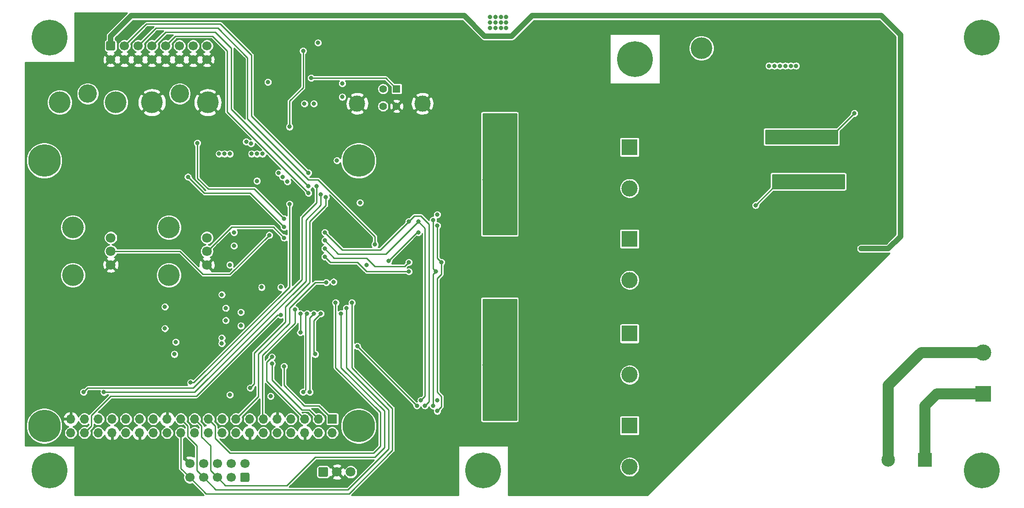
<source format=gbl>
G04 #@! TF.GenerationSoftware,KiCad,Pcbnew,(5.1.10)-1*
G04 #@! TF.CreationDate,2021-05-07T16:49:03+02:00*
G04 #@! TF.ProjectId,dsp-amplifier-x4,6473702d-616d-4706-9c69-666965722d78,rev?*
G04 #@! TF.SameCoordinates,Original*
G04 #@! TF.FileFunction,Copper,L4,Bot*
G04 #@! TF.FilePolarity,Positive*
%FSLAX46Y46*%
G04 Gerber Fmt 4.6, Leading zero omitted, Abs format (unit mm)*
G04 Created by KiCad (PCBNEW (5.1.10)-1) date 2021-05-07 16:49:03*
%MOMM*%
%LPD*%
G01*
G04 APERTURE LIST*
G04 #@! TA.AperFunction,ComponentPad*
%ADD10C,1.700000*%
G04 #@! TD*
G04 #@! TA.AperFunction,ComponentPad*
%ADD11R,1.700000X1.700000*%
G04 #@! TD*
G04 #@! TA.AperFunction,ComponentPad*
%ADD12O,1.700000X1.700000*%
G04 #@! TD*
G04 #@! TA.AperFunction,ComponentPad*
%ADD13C,6.000000*%
G04 #@! TD*
G04 #@! TA.AperFunction,ComponentPad*
%ADD14C,1.800000*%
G04 #@! TD*
G04 #@! TA.AperFunction,WasherPad*
%ADD15C,4.000000*%
G04 #@! TD*
G04 #@! TA.AperFunction,ComponentPad*
%ADD16R,3.000000X3.000000*%
G04 #@! TD*
G04 #@! TA.AperFunction,ComponentPad*
%ADD17C,3.000000*%
G04 #@! TD*
G04 #@! TA.AperFunction,ComponentPad*
%ADD18C,4.000000*%
G04 #@! TD*
G04 #@! TA.AperFunction,ComponentPad*
%ADD19R,2.500000X2.500000*%
G04 #@! TD*
G04 #@! TA.AperFunction,ComponentPad*
%ADD20C,2.500000*%
G04 #@! TD*
G04 #@! TA.AperFunction,ComponentPad*
%ADD21C,0.600000*%
G04 #@! TD*
G04 #@! TA.AperFunction,SMDPad,CuDef*
%ADD22R,5.200000X11.000000*%
G04 #@! TD*
G04 #@! TA.AperFunction,ComponentPad*
%ADD23C,2.400000*%
G04 #@! TD*
G04 #@! TA.AperFunction,ComponentPad*
%ADD24R,2.400000X2.400000*%
G04 #@! TD*
G04 #@! TA.AperFunction,ComponentPad*
%ADD25C,3.400000*%
G04 #@! TD*
G04 #@! TA.AperFunction,ComponentPad*
%ADD26C,1.400000*%
G04 #@! TD*
G04 #@! TA.AperFunction,ComponentPad*
%ADD27R,1.400000X1.400000*%
G04 #@! TD*
G04 #@! TA.AperFunction,ViaPad*
%ADD28C,6.600000*%
G04 #@! TD*
G04 #@! TA.AperFunction,ViaPad*
%ADD29C,0.800000*%
G04 #@! TD*
G04 #@! TA.AperFunction,Conductor*
%ADD30C,0.250000*%
G04 #@! TD*
G04 #@! TA.AperFunction,Conductor*
%ADD31C,1.000000*%
G04 #@! TD*
G04 #@! TA.AperFunction,Conductor*
%ADD32C,2.000000*%
G04 #@! TD*
G04 #@! TA.AperFunction,Conductor*
%ADD33C,0.100000*%
G04 #@! TD*
G04 APERTURE END LIST*
D10*
X94015000Y-69090000D03*
X91475000Y-69090000D03*
X88935000Y-69090000D03*
X86395000Y-69090000D03*
X83855000Y-69090000D03*
X81315000Y-69090000D03*
X78775000Y-69090000D03*
X76235000Y-69090000D03*
X94015000Y-66550000D03*
X91475000Y-66550000D03*
X88935000Y-66550000D03*
X86395000Y-66550000D03*
X83855000Y-66550000D03*
X81315000Y-66550000D03*
X78775000Y-66550000D03*
G04 #@! TA.AperFunction,ComponentPad*
G36*
G01*
X75635000Y-65700000D02*
X76835000Y-65700000D01*
G75*
G02*
X77085000Y-65950000I0J-250000D01*
G01*
X77085000Y-67150000D01*
G75*
G02*
X76835000Y-67400000I-250000J0D01*
G01*
X75635000Y-67400000D01*
G75*
G02*
X75385000Y-67150000I0J250000D01*
G01*
X75385000Y-65950000D01*
G75*
G02*
X75635000Y-65700000I250000J0D01*
G01*
G37*
G04 #@! TD.AperFunction*
X90840000Y-143710000D03*
X93380000Y-143710000D03*
X95920000Y-143710000D03*
X98460000Y-143710000D03*
X101000000Y-143710000D03*
X90840000Y-146250000D03*
X93380000Y-146250000D03*
X95920000Y-146250000D03*
X98460000Y-146250000D03*
G04 #@! TA.AperFunction,ComponentPad*
G36*
G01*
X101600000Y-147100000D02*
X100400000Y-147100000D01*
G75*
G02*
X100150000Y-146850000I0J250000D01*
G01*
X100150000Y-145650000D01*
G75*
G02*
X100400000Y-145400000I250000J0D01*
G01*
X101600000Y-145400000D01*
G75*
G02*
X101850000Y-145650000I0J-250000D01*
G01*
X101850000Y-146850000D01*
G75*
G02*
X101600000Y-147100000I-250000J0D01*
G01*
G37*
G04 #@! TD.AperFunction*
D11*
X117130000Y-135480000D03*
D12*
X117130000Y-138020000D03*
X114590000Y-135480000D03*
X114590000Y-138020000D03*
X112050000Y-135480000D03*
X112050000Y-138020000D03*
X109510000Y-135480000D03*
X109510000Y-138020000D03*
X106970000Y-135480000D03*
X106970000Y-138020000D03*
X104430000Y-135480000D03*
X104430000Y-138020000D03*
X101890000Y-135480000D03*
X101890000Y-138020000D03*
X99350000Y-135480000D03*
X99350000Y-138020000D03*
X96810000Y-135480000D03*
X96810000Y-138020000D03*
X94270000Y-135480000D03*
X94270000Y-138020000D03*
X91730000Y-135480000D03*
X91730000Y-138020000D03*
X89190000Y-135480000D03*
X89190000Y-138020000D03*
X86650000Y-135480000D03*
X86650000Y-138020000D03*
X84110000Y-135480000D03*
X84110000Y-138020000D03*
X81570000Y-135480000D03*
X81570000Y-138020000D03*
X79030000Y-135480000D03*
X79030000Y-138020000D03*
X76490000Y-135480000D03*
X76490000Y-138020000D03*
X73950000Y-135480000D03*
X73950000Y-138020000D03*
X71410000Y-135480000D03*
X71410000Y-138020000D03*
X68870000Y-135480000D03*
X68870000Y-138020000D03*
D13*
X122000000Y-136750000D03*
X64000000Y-136750000D03*
X64000000Y-87750000D03*
X122000000Y-87750000D03*
D14*
X94000000Y-107000000D03*
X94000000Y-104500000D03*
X94000000Y-102000000D03*
D15*
X87000000Y-108900000D03*
X87000000Y-100100000D03*
D14*
X76250000Y-107000000D03*
X76250000Y-104500000D03*
X76250000Y-102000000D03*
D15*
X69250000Y-108900000D03*
X69250000Y-100100000D03*
D14*
X120540000Y-145250000D03*
X118000000Y-145250000D03*
G04 #@! TA.AperFunction,ComponentPad*
G36*
G01*
X114560000Y-145899800D02*
X114560000Y-144600200D01*
G75*
G02*
X114810200Y-144350000I250200J0D01*
G01*
X116109800Y-144350000D01*
G75*
G02*
X116360000Y-144600200I0J-250200D01*
G01*
X116360000Y-145899800D01*
G75*
G02*
X116109800Y-146150000I-250200J0D01*
G01*
X114810200Y-146150000D01*
G75*
G02*
X114560000Y-145899800I0J250200D01*
G01*
G37*
G04 #@! TD.AperFunction*
D16*
X237250000Y-130810000D03*
D17*
X237250000Y-123190000D03*
D16*
X172000000Y-102190000D03*
D17*
X172000000Y-109810000D03*
D16*
X172000000Y-85250000D03*
D17*
X172000000Y-92870000D03*
D16*
X172000000Y-136690000D03*
D17*
X172000000Y-144310000D03*
D16*
X172000000Y-119690000D03*
D17*
X172000000Y-127310000D03*
D18*
X190750000Y-67000000D03*
D19*
X226500000Y-143000000D03*
D18*
X185250000Y-67000000D03*
D20*
X219750000Y-143000000D03*
D21*
X139750000Y-126700000D03*
X141250000Y-126700000D03*
X142750000Y-126700000D03*
X144250000Y-126700000D03*
X139750000Y-128000000D03*
X141250000Y-128000000D03*
X142750000Y-128000000D03*
X144250000Y-128000000D03*
X144250000Y-129300000D03*
X139750000Y-130600000D03*
X144250000Y-130600000D03*
X141250000Y-130600000D03*
X139750000Y-129300000D03*
X141250000Y-129300000D03*
X142750000Y-129300000D03*
X142750000Y-130600000D03*
X144250000Y-131900000D03*
X139750000Y-133200000D03*
X144250000Y-133200000D03*
X141250000Y-133200000D03*
X139750000Y-131900000D03*
X141250000Y-131900000D03*
X142750000Y-131900000D03*
X142750000Y-133200000D03*
X144250000Y-134500000D03*
X139750000Y-135800000D03*
X144250000Y-135800000D03*
X141250000Y-135800000D03*
X139750000Y-134500000D03*
X141250000Y-134500000D03*
X142750000Y-134500000D03*
X142750000Y-135800000D03*
X141250000Y-137100000D03*
X139750000Y-137100000D03*
X144250000Y-137100000D03*
X142750000Y-137100000D03*
D22*
X142000000Y-131900000D03*
D21*
X139750000Y-92450000D03*
X141250000Y-92450000D03*
X142750000Y-92450000D03*
X144250000Y-92450000D03*
X139750000Y-93750000D03*
X141250000Y-93750000D03*
X142750000Y-93750000D03*
X144250000Y-93750000D03*
X144250000Y-95050000D03*
X139750000Y-96350000D03*
X144250000Y-96350000D03*
X141250000Y-96350000D03*
X139750000Y-95050000D03*
X141250000Y-95050000D03*
X142750000Y-95050000D03*
X142750000Y-96350000D03*
X144250000Y-97650000D03*
X139750000Y-98950000D03*
X144250000Y-98950000D03*
X141250000Y-98950000D03*
X139750000Y-97650000D03*
X141250000Y-97650000D03*
X142750000Y-97650000D03*
X142750000Y-98950000D03*
X144250000Y-100250000D03*
X139750000Y-101550000D03*
X144250000Y-101550000D03*
X141250000Y-101550000D03*
X139750000Y-100250000D03*
X141250000Y-100250000D03*
X142750000Y-100250000D03*
X142750000Y-101550000D03*
X141250000Y-102850000D03*
X139750000Y-102850000D03*
X144250000Y-102850000D03*
X142750000Y-102850000D03*
D22*
X142000000Y-97650000D03*
D23*
X142250000Y-115500000D03*
D24*
X149750000Y-115500000D03*
D25*
X89000000Y-75400000D03*
D18*
X94150000Y-77000000D03*
X83850000Y-77000000D03*
D25*
X72000000Y-75400000D03*
D18*
X77150000Y-77000000D03*
X66850000Y-77000000D03*
D26*
X126500000Y-74500000D03*
D17*
X121730000Y-77210000D03*
D27*
X129000000Y-74500000D03*
D26*
X126500000Y-77700000D03*
X129000000Y-77700000D03*
D17*
X133770000Y-77210000D03*
D23*
X142250000Y-80500000D03*
D24*
X149750000Y-80500000D03*
D28*
X65000000Y-145000000D03*
X145000000Y-145000000D03*
X65000000Y-65000000D03*
X237000000Y-145000000D03*
X237000000Y-65000000D03*
X173000000Y-69000000D03*
D29*
X110250000Y-99750000D03*
X110250000Y-103750000D03*
X114000000Y-103750000D03*
X114000000Y-99750000D03*
X155000000Y-138250000D03*
X154250000Y-137750000D03*
X153500000Y-137250000D03*
X153500000Y-126500000D03*
X154250000Y-126000000D03*
X155000000Y-125500000D03*
X154250000Y-103500000D03*
X155000000Y-104000000D03*
X154250000Y-91750000D03*
X155000000Y-91250000D03*
X162500000Y-89000000D03*
X164000000Y-89000000D03*
X162500000Y-91000000D03*
X164000000Y-91000000D03*
X162500000Y-104250000D03*
X162500000Y-106250000D03*
X164000000Y-104250000D03*
X164000000Y-106250000D03*
X163250000Y-90000000D03*
X163250000Y-105250000D03*
X153500000Y-92250000D03*
X153500000Y-103000000D03*
X162500000Y-123250000D03*
X162500000Y-125250000D03*
X164000000Y-123250000D03*
X164000000Y-125250000D03*
X163250000Y-124250000D03*
X162500000Y-138500000D03*
X162500000Y-140500000D03*
X164000000Y-138500000D03*
X164000000Y-140500000D03*
X163250000Y-139500000D03*
X129750000Y-131750000D03*
X190750000Y-88750000D03*
X110500000Y-77250000D03*
X106250000Y-79000000D03*
X101250000Y-97500000D03*
X105500000Y-103500000D03*
X105887500Y-111112500D03*
X96000000Y-99500000D03*
X96000000Y-105000000D03*
X82500000Y-85750000D03*
X85250000Y-85750000D03*
X97500000Y-116050003D03*
X100250000Y-117000000D03*
X102387500Y-111112500D03*
X201750000Y-81250000D03*
X202750000Y-81250000D03*
X203750000Y-81250000D03*
X204750000Y-81250000D03*
X209000000Y-70000000D03*
X209000000Y-71000000D03*
X209000000Y-72000000D03*
X209000000Y-73000000D03*
X209000000Y-74000000D03*
X209000000Y-75000000D03*
X209000000Y-76000000D03*
X209000000Y-77000000D03*
X209000000Y-78000000D03*
X209000000Y-79000000D03*
X209000000Y-80000000D03*
X199750000Y-105000000D03*
X199750000Y-104000000D03*
X199750000Y-103000000D03*
X199750000Y-102000000D03*
X199750000Y-101000000D03*
X199750000Y-100000000D03*
X199750000Y-99000000D03*
X199750000Y-98000000D03*
X199750000Y-97000000D03*
X199750000Y-96000000D03*
X199750000Y-95000000D03*
X207000000Y-93750000D03*
X206000000Y-93750000D03*
X205000000Y-93750000D03*
X204000000Y-93750000D03*
X218000000Y-86000000D03*
X219000000Y-86000000D03*
X218000000Y-87000000D03*
X219000000Y-87000000D03*
X215500000Y-93250000D03*
X216500000Y-93250000D03*
X217500000Y-93250000D03*
X218500000Y-93250000D03*
X219500000Y-93250000D03*
X116000000Y-88500000D03*
X119112500Y-110137500D03*
X110250000Y-105500000D03*
X101750000Y-122750000D03*
X103000000Y-121500000D03*
X101250000Y-112500000D03*
X105000000Y-91500000D03*
X106250000Y-91500000D03*
X108750000Y-72500000D03*
X100500000Y-71000000D03*
X99500000Y-75500000D03*
X119000000Y-71500000D03*
X98250000Y-84250000D03*
X98250000Y-81750000D03*
X121250000Y-108500000D03*
X129749991Y-97500009D03*
X107250000Y-126750000D03*
X119000000Y-78000000D03*
X122250000Y-93750000D03*
X117499978Y-66000000D03*
X122000000Y-69000000D03*
X92500000Y-123500000D03*
X92250000Y-121250000D03*
X91250000Y-118750000D03*
X118500000Y-91000000D03*
X97500000Y-115000000D03*
X97500000Y-117250000D03*
X96750000Y-120500000D03*
X100250000Y-118250000D03*
X100250000Y-115750000D03*
X104112500Y-111137500D03*
X113750000Y-77250000D03*
X96750000Y-121500010D03*
X118000000Y-87750020D03*
X96750000Y-112500000D03*
X103250000Y-91500000D03*
X102125000Y-84625024D03*
X105250004Y-73250004D03*
X111999964Y-77250000D03*
X119000000Y-76000000D03*
X119000000Y-73500000D03*
X101250000Y-84250006D03*
X104250000Y-86500000D03*
X103250000Y-86500000D03*
X102250000Y-86500000D03*
X136525010Y-132000000D03*
X123500000Y-107000000D03*
X136500000Y-97701985D03*
X98250000Y-131000000D03*
X105750000Y-131250000D03*
X114500000Y-66000000D03*
X88250000Y-121250000D03*
X88000000Y-123500000D03*
X86250000Y-118750000D03*
X86250000Y-114750000D03*
X122250000Y-95500000D03*
X107612500Y-111137500D03*
X117387500Y-110137500D03*
X108862500Y-91637484D03*
X107250023Y-90000023D03*
X107999972Y-90750028D03*
X108250000Y-98500000D03*
X92250000Y-84500000D03*
X197750000Y-70250000D03*
X198750000Y-70250000D03*
X199750000Y-70250000D03*
X200750000Y-70250000D03*
X201750000Y-70250000D03*
X202750000Y-70250000D03*
X214750000Y-104000000D03*
X215750000Y-104000000D03*
X216750000Y-104000000D03*
X217750000Y-104000000D03*
X218750000Y-104000000D03*
X109250000Y-81500000D03*
X111750000Y-67500016D03*
X115025000Y-94000000D03*
X75000000Y-130525010D03*
X115975000Y-94500000D03*
X102000000Y-129750000D03*
X113250000Y-72499956D03*
X148000000Y-134175000D03*
X148000000Y-129625000D03*
X149500000Y-135000000D03*
X149500000Y-128750000D03*
X148875000Y-134375000D03*
X148875000Y-129375000D03*
X149500000Y-94500000D03*
X149500000Y-100750000D03*
X148000000Y-99925000D03*
X148000000Y-95375000D03*
X148875000Y-95125000D03*
X148875000Y-100125000D03*
X145250000Y-91250000D03*
X145250000Y-125500000D03*
X198750000Y-91750000D03*
X199750000Y-91750000D03*
X200750000Y-91750000D03*
X201750000Y-91750000D03*
X210500000Y-92000000D03*
X210500000Y-91000000D03*
X209000000Y-92000000D03*
X209000000Y-91000000D03*
X195250000Y-95999988D03*
X116000016Y-110250000D03*
X110250000Y-115250000D03*
X107625000Y-116250000D03*
X71250008Y-130500000D03*
X114250000Y-92500012D03*
X99000000Y-103500000D03*
X99000000Y-101000000D03*
X146250000Y-61250000D03*
X147250000Y-61250000D03*
X148250000Y-61250000D03*
X149250000Y-61250000D03*
X146250000Y-62250000D03*
X147250000Y-62250000D03*
X148250000Y-62250000D03*
X146250000Y-63250000D03*
X147250000Y-63250000D03*
X148250000Y-63250000D03*
X149250000Y-63250000D03*
X149250000Y-62250000D03*
X98250000Y-107000000D03*
X96250000Y-86500000D03*
X97250000Y-86500000D03*
X98250000Y-86500000D03*
X132750000Y-133000000D03*
X121750000Y-122000000D03*
X105500000Y-101500000D03*
X108250000Y-102000000D03*
X137250000Y-106500000D03*
X136500000Y-134000000D03*
X136525000Y-99750000D03*
X135749978Y-133024974D03*
X136249988Y-108250000D03*
X135750000Y-98750000D03*
X127500004Y-106249990D03*
X132999989Y-101000011D03*
X108250000Y-100000000D03*
X90500000Y-90750000D03*
X112750003Y-93749997D03*
X112750000Y-92500000D03*
X125000000Y-103250000D03*
X112749990Y-89999990D03*
X198250000Y-83000000D03*
X198250000Y-84000000D03*
X199750000Y-83000000D03*
X199750000Y-84000000D03*
X207000000Y-83250000D03*
X208000000Y-83250000D03*
X209000000Y-83250000D03*
X210000000Y-83250000D03*
X213500010Y-79000000D03*
X120750000Y-113999996D03*
X119750000Y-115000000D03*
X118750000Y-116000016D03*
X117750000Y-114000000D03*
X109250000Y-95750000D03*
X91000100Y-128750000D03*
X114000006Y-123500000D03*
X115000000Y-116000000D03*
X113000000Y-130500000D03*
X113750000Y-116000000D03*
X111750000Y-130500000D03*
X112500000Y-116000000D03*
X111250000Y-116000000D03*
X111250000Y-119499980D03*
X108250000Y-125750000D03*
X115750000Y-101000000D03*
X134250000Y-133000000D03*
X131249982Y-99000000D03*
X115750000Y-102500000D03*
X133500000Y-132000000D03*
X133000014Y-99000000D03*
X115750000Y-104000000D03*
X131250000Y-106500000D03*
X115750000Y-105500000D03*
X131250000Y-108250000D03*
X106000000Y-124000000D03*
X106000000Y-125250000D03*
D30*
X102750000Y-93000000D02*
X108250000Y-98500000D01*
X92250000Y-91000000D02*
X94250000Y-93000000D01*
X94250000Y-93000000D02*
X102750000Y-93000000D01*
X92250000Y-84500000D02*
X92250000Y-91000000D01*
D31*
X218750000Y-104000000D02*
X217750000Y-104000000D01*
X214750000Y-104000000D02*
X214750000Y-104000000D01*
X215750000Y-104000000D02*
X214750000Y-104000000D01*
X216750000Y-104000000D02*
X215750000Y-104000000D01*
X217750000Y-104000000D02*
X216750000Y-104000000D01*
X218750000Y-104000000D02*
X218750000Y-104000000D01*
X222000000Y-64500000D02*
X222000000Y-101750000D01*
X218500000Y-61000000D02*
X222000000Y-64500000D01*
X154000000Y-61000000D02*
X218500000Y-61000000D01*
X222000000Y-101750000D02*
X219750000Y-104000000D01*
X150250000Y-64750000D02*
X154000000Y-61000000D01*
X145250000Y-64750000D02*
X150250000Y-64750000D01*
X219750000Y-104000000D02*
X218750000Y-104000000D01*
X141500000Y-61000000D02*
X145250000Y-64750000D01*
X80000000Y-61000000D02*
X141500000Y-61000000D01*
X76235000Y-64765000D02*
X80000000Y-61000000D01*
X76235000Y-66550000D02*
X76235000Y-64765000D01*
D30*
X111750000Y-74250000D02*
X109250000Y-76750000D01*
X109250000Y-81500000D02*
X109250000Y-76750000D01*
X111750000Y-67500016D02*
X111750000Y-74250000D01*
X75025010Y-130500000D02*
X75000000Y-130525010D01*
X91750000Y-130500000D02*
X75025010Y-130500000D01*
X112262500Y-109987500D02*
X91750000Y-130500000D01*
X112262500Y-98737500D02*
X112262500Y-109987500D01*
X115025000Y-95975000D02*
X112262500Y-98737500D01*
X115025000Y-94000000D02*
X115025000Y-95975000D01*
X115975000Y-96025000D02*
X115975000Y-94500000D01*
X113000000Y-99000000D02*
X115975000Y-96025000D01*
X108500000Y-114750000D02*
X113000000Y-110250000D01*
X102750000Y-123250000D02*
X108500000Y-117500000D01*
X113000000Y-110250000D02*
X113000000Y-99000000D01*
X102750000Y-129000000D02*
X102750000Y-123250000D01*
X108500000Y-117500000D02*
X108500000Y-114750000D01*
X102000000Y-129750000D02*
X102750000Y-129000000D01*
X129000000Y-74500000D02*
X126999956Y-72499956D01*
X126999956Y-72499956D02*
X113250000Y-72499956D01*
X195250012Y-95999988D02*
X195250000Y-95999988D01*
X198750000Y-92500000D02*
X195250012Y-95999988D01*
X198750000Y-91750000D02*
X198750000Y-92500000D01*
X103500000Y-123500000D02*
X109250000Y-117750000D01*
X99350000Y-135480000D02*
X103500000Y-131330000D01*
X103500000Y-131330000D02*
X103500000Y-123500000D01*
X109250000Y-117750000D02*
X109250000Y-115000000D01*
X109250000Y-115000000D02*
X114000000Y-110250000D01*
X114000000Y-110250000D02*
X116000016Y-110250000D01*
X104250000Y-135300000D02*
X104430000Y-135480000D01*
X104250000Y-123750000D02*
X104250000Y-135300000D01*
X110250000Y-117750000D02*
X104250000Y-123750000D01*
X110250000Y-115250000D02*
X110250000Y-117750000D01*
X72680000Y-136750000D02*
X71410000Y-138020000D01*
X72680000Y-134820000D02*
X72680000Y-136750000D01*
X76250000Y-131250000D02*
X72680000Y-134820000D01*
X92059315Y-131250000D02*
X76250000Y-131250000D01*
X107059315Y-116250000D02*
X92059315Y-131250000D01*
X107625000Y-116250000D02*
X107059315Y-116250000D01*
X114250000Y-95500000D02*
X114250000Y-92500012D01*
X111500000Y-98250000D02*
X114250000Y-95500000D01*
X91500000Y-129750000D02*
X111500000Y-109750000D01*
X72000008Y-129750000D02*
X91500000Y-129750000D01*
X111500000Y-109750000D02*
X111500000Y-98250000D01*
X71250008Y-130500000D02*
X72000008Y-129750000D01*
X132350001Y-132600001D02*
X121750000Y-122000000D01*
X132750000Y-133000000D02*
X132350001Y-132600001D01*
X76260000Y-104510000D02*
X76250000Y-104500000D01*
X89010000Y-104510000D02*
X76260000Y-104510000D01*
X93250000Y-108750000D02*
X89010000Y-104510000D01*
X76250000Y-104500000D02*
X79000000Y-104500000D01*
X98250000Y-108750000D02*
X93250000Y-108750000D01*
X105500000Y-101500000D02*
X98250000Y-108750000D01*
X94000000Y-104540000D02*
X98540000Y-100000000D01*
X98540000Y-100000000D02*
X106250000Y-100000000D01*
X106250000Y-100000000D02*
X108250000Y-102000000D01*
X136500000Y-130500000D02*
X136500000Y-109500000D01*
X137300011Y-131300011D02*
X136500000Y-130500000D01*
X137300011Y-133199989D02*
X137300011Y-131300011D01*
X136500000Y-134000000D02*
X137300011Y-133199989D01*
X136500000Y-109500000D02*
X137250000Y-108750000D01*
X137250000Y-108750000D02*
X137250000Y-106500000D01*
X136500000Y-105750000D02*
X137250000Y-106500000D01*
X136500000Y-99750000D02*
X136500000Y-105750000D01*
X135849989Y-108649999D02*
X136249988Y-108250000D01*
X135750000Y-108749988D02*
X135849989Y-108649999D01*
X135749978Y-133024974D02*
X135750000Y-133024952D01*
X135750000Y-133024952D02*
X135750000Y-108749988D01*
X136249988Y-108250000D02*
X135750000Y-107750012D01*
X135750000Y-107750012D02*
X135750000Y-98750000D01*
D32*
X228690000Y-130810000D02*
X237250000Y-130810000D01*
X226500000Y-133000000D02*
X228690000Y-130810000D01*
X226500000Y-143000000D02*
X226500000Y-133000000D01*
D30*
X132749983Y-101000011D02*
X132999989Y-101000011D01*
X127500004Y-106249990D02*
X132749983Y-101000011D01*
X93500000Y-93750000D02*
X90500000Y-90750000D01*
X102000000Y-93750000D02*
X93500000Y-93750000D01*
X108250000Y-100000000D02*
X102000000Y-93750000D01*
X97750000Y-78749994D02*
X112750003Y-93749997D01*
X95000000Y-64750000D02*
X97750000Y-67500000D01*
X88195000Y-64750000D02*
X95000000Y-64750000D01*
X97750000Y-67500000D02*
X97750000Y-78749994D01*
X86395000Y-66550000D02*
X88195000Y-64750000D01*
X104250000Y-84000000D02*
X112750000Y-92500000D01*
X98500000Y-78250000D02*
X104250000Y-84000000D01*
X98500000Y-67000000D02*
X98500000Y-78250000D01*
X95500000Y-64000000D02*
X98500000Y-67000000D01*
X86405000Y-64000000D02*
X95500000Y-64000000D01*
X83855000Y-66550000D02*
X86405000Y-64000000D01*
X125000000Y-101750000D02*
X125000000Y-103250000D01*
X114500000Y-91250000D02*
X125000000Y-101750000D01*
X112750000Y-91250000D02*
X114500000Y-91250000D01*
X101500000Y-80000000D02*
X112750000Y-91250000D01*
X96000000Y-63250000D02*
X101500000Y-68750000D01*
X101500000Y-68750000D02*
X101500000Y-80000000D01*
X84615000Y-63250000D02*
X96000000Y-63250000D01*
X81315000Y-66550000D02*
X84615000Y-63250000D01*
X82825000Y-62500000D02*
X78775000Y-66550000D01*
X92000000Y-62500000D02*
X82825000Y-62500000D01*
X96500000Y-62500000D02*
X92032842Y-62500000D01*
X102250000Y-68250000D02*
X96500000Y-62500000D01*
X102250000Y-79500000D02*
X102250000Y-68250000D01*
X112749990Y-89999990D02*
X102250000Y-79500000D01*
X210000000Y-82500010D02*
X213500010Y-79000000D01*
X210000000Y-83250000D02*
X210000000Y-82500010D01*
D32*
X225810000Y-123190000D02*
X237250000Y-123190000D01*
X219750000Y-129250000D02*
X225810000Y-123190000D01*
X219750000Y-143000000D02*
X219750000Y-129250000D01*
D30*
X89190000Y-144600000D02*
X89190000Y-138020000D01*
X90840000Y-146250000D02*
X89190000Y-144600000D01*
X93840000Y-149250000D02*
X90840000Y-146250000D01*
X128250000Y-141250000D02*
X120250000Y-149250000D01*
X128250000Y-133500000D02*
X128250000Y-141250000D01*
X120750014Y-126000014D02*
X128250000Y-133500000D01*
X120750014Y-114000010D02*
X120750014Y-126000014D01*
X120250000Y-149250000D02*
X93840000Y-149250000D01*
X120750000Y-113999996D02*
X120750014Y-114000010D01*
X90460000Y-136750000D02*
X89190000Y-135480000D01*
X90460000Y-138710000D02*
X90460000Y-136750000D01*
X92110000Y-140360000D02*
X90460000Y-138710000D01*
X92110000Y-144980000D02*
X92110000Y-140360000D01*
X93380000Y-146250000D02*
X92110000Y-144980000D01*
X119750000Y-126000000D02*
X119750000Y-115000000D01*
X120000000Y-148500000D02*
X127500000Y-141000000D01*
X93380000Y-146250000D02*
X95630000Y-148500000D01*
X127500000Y-133750000D02*
X119750000Y-126000000D01*
X95630000Y-148500000D02*
X120000000Y-148500000D01*
X127500000Y-141000000D02*
X127500000Y-133750000D01*
X93000000Y-136750000D02*
X91730000Y-135480000D01*
X93000000Y-138750000D02*
X93000000Y-136750000D01*
X94650000Y-140400000D02*
X93000000Y-138750000D01*
X94650000Y-144980000D02*
X94650000Y-140400000D01*
X95920000Y-146250000D02*
X94650000Y-144980000D01*
X114000000Y-142500000D02*
X125000000Y-142500000D01*
X126750000Y-140750000D02*
X126750000Y-134000000D01*
X108750000Y-147750000D02*
X114000000Y-142500000D01*
X95920000Y-146250000D02*
X97420000Y-147750000D01*
X125000000Y-142500000D02*
X126750000Y-140750000D01*
X97420000Y-147750000D02*
X108750000Y-147750000D01*
X126750000Y-134000000D02*
X118750000Y-126000000D01*
X118750000Y-126000000D02*
X118750000Y-116000016D01*
X93580000Y-143710000D02*
X93380000Y-143710000D01*
X117750000Y-126000000D02*
X117750000Y-114000000D01*
X126000000Y-140500000D02*
X126000000Y-134250000D01*
X124750000Y-141750000D02*
X126000000Y-140500000D01*
X95540000Y-136750000D02*
X95540000Y-139040000D01*
X126000000Y-134250000D02*
X117750000Y-126000000D01*
X98250000Y-141750000D02*
X124750000Y-141750000D01*
X94270000Y-135480000D02*
X95540000Y-136750000D01*
X95540000Y-139040000D02*
X98250000Y-141750000D01*
X91565785Y-128750000D02*
X91000100Y-128750000D01*
X109250000Y-95750000D02*
X109250000Y-111065785D01*
X109250000Y-111065785D02*
X91565785Y-128750000D01*
X113750000Y-117250000D02*
X115000000Y-116000000D01*
X113750000Y-123249994D02*
X113750000Y-117250000D01*
X114000006Y-123500000D02*
X113750000Y-123249994D01*
X113000000Y-130500000D02*
X113000000Y-116750000D01*
X113000000Y-116750000D02*
X113750000Y-116000000D01*
X112250000Y-116250000D02*
X112500000Y-116000000D01*
X112250000Y-130000000D02*
X112250000Y-116250000D01*
X111750000Y-130500000D02*
X112250000Y-130000000D01*
X111250000Y-116000000D02*
X111250000Y-119499980D01*
X114650000Y-133000000D02*
X117130000Y-135480000D01*
X112000000Y-133000000D02*
X114650000Y-133000000D01*
X108250000Y-129250000D02*
X112000000Y-133000000D01*
X108250000Y-125750000D02*
X108250000Y-129250000D01*
X125999982Y-104250000D02*
X131249982Y-99000000D01*
X119000000Y-104250000D02*
X125999982Y-104250000D01*
X115750000Y-101000000D02*
X119000000Y-104250000D01*
X132249982Y-98000000D02*
X131249982Y-99000000D01*
X135000000Y-99500000D02*
X133500000Y-98000000D01*
X133500000Y-98000000D02*
X132249982Y-98000000D01*
X135000000Y-132250000D02*
X135000000Y-99500000D01*
X134250000Y-133000000D02*
X135000000Y-132250000D01*
X134250000Y-100249986D02*
X133000014Y-99000000D01*
X133500000Y-132000000D02*
X134250000Y-131250000D01*
X118250000Y-105000000D02*
X127000014Y-105000000D01*
X134250000Y-131250000D02*
X134250000Y-100249986D01*
X115750000Y-102500000D02*
X118250000Y-105000000D01*
X127000014Y-105000000D02*
X133000014Y-99000000D01*
X123500000Y-105750000D02*
X125000000Y-107250000D01*
X130500000Y-107250000D02*
X131250000Y-106500000D01*
X125000000Y-107250000D02*
X130500000Y-107250000D01*
X117500000Y-105750000D02*
X123500000Y-105750000D01*
X115750000Y-104000000D02*
X117500000Y-105750000D01*
X123500000Y-108250000D02*
X131250000Y-108250000D01*
X121750000Y-106500000D02*
X123500000Y-108250000D01*
X116750000Y-106500000D02*
X121750000Y-106500000D01*
X115750000Y-105500000D02*
X116750000Y-106500000D01*
X105000000Y-128430000D02*
X112050000Y-135480000D01*
X105000000Y-125000000D02*
X105000000Y-128430000D01*
X106000000Y-124000000D02*
X105000000Y-125000000D01*
X106000000Y-128250000D02*
X106000000Y-125250000D01*
X111500000Y-133750000D02*
X106000000Y-128250000D01*
X112860000Y-133750000D02*
X111500000Y-133750000D01*
X114590000Y-135480000D02*
X112860000Y-133750000D01*
X211625000Y-92875000D02*
X198375000Y-92875000D01*
X198375000Y-90375000D01*
X211625000Y-90375000D01*
X211625000Y-92875000D01*
G04 #@! TA.AperFunction,Conductor*
D33*
G36*
X211625000Y-92875000D02*
G01*
X198375000Y-92875000D01*
X198375000Y-90375000D01*
X211625000Y-90375000D01*
X211625000Y-92875000D01*
G37*
G04 #@! TD.AperFunction*
D30*
X210375000Y-84625000D02*
X197125000Y-84625000D01*
X197125000Y-82125000D01*
X210375000Y-82125000D01*
X210375000Y-84625000D01*
G04 #@! TA.AperFunction,Conductor*
D33*
G36*
X210375000Y-84625000D02*
G01*
X197125000Y-84625000D01*
X197125000Y-82125000D01*
X210375000Y-82125000D01*
X210375000Y-84625000D01*
G37*
G04 #@! TD.AperFunction*
D30*
X151125000Y-101375000D02*
X144976814Y-101375000D01*
X144976814Y-92150000D01*
X144975000Y-92131581D01*
X144975000Y-79125000D01*
X151125000Y-79125000D01*
X151125000Y-101375000D01*
G04 #@! TA.AperFunction,Conductor*
D33*
G36*
X151125000Y-101375000D02*
G01*
X144976814Y-101375000D01*
X144976814Y-92150000D01*
X144975000Y-92131581D01*
X144975000Y-79125000D01*
X151125000Y-79125000D01*
X151125000Y-101375000D01*
G37*
G04 #@! TD.AperFunction*
D30*
X75646676Y-64115888D02*
X75613289Y-64143288D01*
X75503945Y-64276524D01*
X75472055Y-64336187D01*
X75422695Y-64428533D01*
X75372661Y-64593471D01*
X75355767Y-64765000D01*
X75360001Y-64807988D01*
X75360001Y-65389676D01*
X75286761Y-65428823D01*
X75191776Y-65506776D01*
X75113823Y-65601761D01*
X75055899Y-65710129D01*
X75020230Y-65827715D01*
X75008186Y-65950000D01*
X75008186Y-67150000D01*
X75020230Y-67272285D01*
X75055899Y-67389871D01*
X75113823Y-67498239D01*
X75191776Y-67593224D01*
X75286761Y-67671177D01*
X75395129Y-67729101D01*
X75512715Y-67764770D01*
X75564977Y-67769917D01*
X75468053Y-67821725D01*
X75390020Y-68068243D01*
X76235000Y-68913223D01*
X77079980Y-68068243D01*
X77001947Y-67821725D01*
X76895478Y-67770857D01*
X76957285Y-67764770D01*
X77074871Y-67729101D01*
X77183239Y-67671177D01*
X77278224Y-67593224D01*
X77356177Y-67498239D01*
X77414101Y-67389871D01*
X77449770Y-67272285D01*
X77461814Y-67150000D01*
X77461814Y-65950000D01*
X77449770Y-65827715D01*
X77414101Y-65710129D01*
X77356177Y-65601761D01*
X77278224Y-65506776D01*
X77183239Y-65428823D01*
X77110000Y-65389676D01*
X77110000Y-65127436D01*
X80362437Y-61875000D01*
X141137564Y-61875000D01*
X144600888Y-65338325D01*
X144628288Y-65371712D01*
X144761524Y-65481056D01*
X144895128Y-65552468D01*
X144913532Y-65562305D01*
X145078470Y-65612339D01*
X145250000Y-65629233D01*
X145292979Y-65625000D01*
X150207021Y-65625000D01*
X150250000Y-65629233D01*
X150292979Y-65625000D01*
X150421530Y-65612339D01*
X150586468Y-65562305D01*
X150738476Y-65481056D01*
X150871712Y-65371712D01*
X150899117Y-65338319D01*
X151737436Y-64500000D01*
X168375000Y-64500000D01*
X168375000Y-73500000D01*
X168377402Y-73524386D01*
X168384515Y-73547835D01*
X168396066Y-73569446D01*
X168411612Y-73588388D01*
X168430554Y-73603934D01*
X168452165Y-73615485D01*
X168475614Y-73622598D01*
X168500000Y-73625000D01*
X177500000Y-73625000D01*
X177524386Y-73622598D01*
X177547835Y-73615485D01*
X177569446Y-73603934D01*
X177588388Y-73588388D01*
X177603934Y-73569446D01*
X177615485Y-73547835D01*
X177622598Y-73524386D01*
X177625000Y-73500000D01*
X177625000Y-70173669D01*
X196975000Y-70173669D01*
X196975000Y-70326331D01*
X197004783Y-70476059D01*
X197063204Y-70617100D01*
X197148018Y-70744034D01*
X197255966Y-70851982D01*
X197382900Y-70936796D01*
X197523941Y-70995217D01*
X197673669Y-71025000D01*
X197826331Y-71025000D01*
X197976059Y-70995217D01*
X198117100Y-70936796D01*
X198244034Y-70851982D01*
X198250000Y-70846016D01*
X198255966Y-70851982D01*
X198382900Y-70936796D01*
X198523941Y-70995217D01*
X198673669Y-71025000D01*
X198826331Y-71025000D01*
X198976059Y-70995217D01*
X199117100Y-70936796D01*
X199244034Y-70851982D01*
X199250000Y-70846016D01*
X199255966Y-70851982D01*
X199382900Y-70936796D01*
X199523941Y-70995217D01*
X199673669Y-71025000D01*
X199826331Y-71025000D01*
X199976059Y-70995217D01*
X200117100Y-70936796D01*
X200244034Y-70851982D01*
X200250000Y-70846016D01*
X200255966Y-70851982D01*
X200382900Y-70936796D01*
X200523941Y-70995217D01*
X200673669Y-71025000D01*
X200826331Y-71025000D01*
X200976059Y-70995217D01*
X201117100Y-70936796D01*
X201244034Y-70851982D01*
X201250000Y-70846016D01*
X201255966Y-70851982D01*
X201382900Y-70936796D01*
X201523941Y-70995217D01*
X201673669Y-71025000D01*
X201826331Y-71025000D01*
X201976059Y-70995217D01*
X202117100Y-70936796D01*
X202244034Y-70851982D01*
X202250000Y-70846016D01*
X202255966Y-70851982D01*
X202382900Y-70936796D01*
X202523941Y-70995217D01*
X202673669Y-71025000D01*
X202826331Y-71025000D01*
X202976059Y-70995217D01*
X203117100Y-70936796D01*
X203244034Y-70851982D01*
X203351982Y-70744034D01*
X203436796Y-70617100D01*
X203495217Y-70476059D01*
X203525000Y-70326331D01*
X203525000Y-70173669D01*
X203495217Y-70023941D01*
X203436796Y-69882900D01*
X203351982Y-69755966D01*
X203244034Y-69648018D01*
X203117100Y-69563204D01*
X202976059Y-69504783D01*
X202826331Y-69475000D01*
X202673669Y-69475000D01*
X202523941Y-69504783D01*
X202382900Y-69563204D01*
X202255966Y-69648018D01*
X202250000Y-69653984D01*
X202244034Y-69648018D01*
X202117100Y-69563204D01*
X201976059Y-69504783D01*
X201826331Y-69475000D01*
X201673669Y-69475000D01*
X201523941Y-69504783D01*
X201382900Y-69563204D01*
X201255966Y-69648018D01*
X201250000Y-69653984D01*
X201244034Y-69648018D01*
X201117100Y-69563204D01*
X200976059Y-69504783D01*
X200826331Y-69475000D01*
X200673669Y-69475000D01*
X200523941Y-69504783D01*
X200382900Y-69563204D01*
X200255966Y-69648018D01*
X200250000Y-69653984D01*
X200244034Y-69648018D01*
X200117100Y-69563204D01*
X199976059Y-69504783D01*
X199826331Y-69475000D01*
X199673669Y-69475000D01*
X199523941Y-69504783D01*
X199382900Y-69563204D01*
X199255966Y-69648018D01*
X199250000Y-69653984D01*
X199244034Y-69648018D01*
X199117100Y-69563204D01*
X198976059Y-69504783D01*
X198826331Y-69475000D01*
X198673669Y-69475000D01*
X198523941Y-69504783D01*
X198382900Y-69563204D01*
X198255966Y-69648018D01*
X198250000Y-69653984D01*
X198244034Y-69648018D01*
X198117100Y-69563204D01*
X197976059Y-69504783D01*
X197826331Y-69475000D01*
X197673669Y-69475000D01*
X197523941Y-69504783D01*
X197382900Y-69563204D01*
X197255966Y-69648018D01*
X197148018Y-69755966D01*
X197063204Y-69882900D01*
X197004783Y-70023941D01*
X196975000Y-70173669D01*
X177625000Y-70173669D01*
X177625000Y-66766083D01*
X182875000Y-66766083D01*
X182875000Y-67233917D01*
X182966270Y-67692762D01*
X183145302Y-68124985D01*
X183405217Y-68513974D01*
X183736026Y-68844783D01*
X184125015Y-69104698D01*
X184557238Y-69283730D01*
X185016083Y-69375000D01*
X185483917Y-69375000D01*
X185942762Y-69283730D01*
X186374985Y-69104698D01*
X186763974Y-68844783D01*
X186767945Y-68840812D01*
X189085965Y-68840812D01*
X189302468Y-69205021D01*
X189760460Y-69445052D01*
X190256480Y-69591120D01*
X190771465Y-69637613D01*
X191285625Y-69582744D01*
X191779202Y-69428623D01*
X192197532Y-69205021D01*
X192414035Y-68840812D01*
X190750000Y-67176777D01*
X189085965Y-68840812D01*
X186767945Y-68840812D01*
X187094783Y-68513974D01*
X187354698Y-68124985D01*
X187533730Y-67692762D01*
X187625000Y-67233917D01*
X187625000Y-67021465D01*
X188112387Y-67021465D01*
X188167256Y-67535625D01*
X188321377Y-68029202D01*
X188544979Y-68447532D01*
X188909188Y-68664035D01*
X190573223Y-67000000D01*
X190926777Y-67000000D01*
X192590812Y-68664035D01*
X192955021Y-68447532D01*
X193195052Y-67989540D01*
X193341120Y-67493520D01*
X193387613Y-66978535D01*
X193332744Y-66464375D01*
X193178623Y-65970798D01*
X192955021Y-65552468D01*
X192590812Y-65335965D01*
X190926777Y-67000000D01*
X190573223Y-67000000D01*
X188909188Y-65335965D01*
X188544979Y-65552468D01*
X188304948Y-66010460D01*
X188158880Y-66506480D01*
X188112387Y-67021465D01*
X187625000Y-67021465D01*
X187625000Y-66766083D01*
X187533730Y-66307238D01*
X187354698Y-65875015D01*
X187094783Y-65486026D01*
X186767945Y-65159188D01*
X189085965Y-65159188D01*
X190750000Y-66823223D01*
X192414035Y-65159188D01*
X192197532Y-64794979D01*
X191739540Y-64554948D01*
X191243520Y-64408880D01*
X190728535Y-64362387D01*
X190214375Y-64417256D01*
X189720798Y-64571377D01*
X189302468Y-64794979D01*
X189085965Y-65159188D01*
X186767945Y-65159188D01*
X186763974Y-65155217D01*
X186374985Y-64895302D01*
X185942762Y-64716270D01*
X185483917Y-64625000D01*
X185016083Y-64625000D01*
X184557238Y-64716270D01*
X184125015Y-64895302D01*
X183736026Y-65155217D01*
X183405217Y-65486026D01*
X183145302Y-65875015D01*
X182966270Y-66307238D01*
X182875000Y-66766083D01*
X177625000Y-66766083D01*
X177625000Y-64500000D01*
X177622598Y-64475614D01*
X177615485Y-64452165D01*
X177603934Y-64430554D01*
X177588388Y-64411612D01*
X177569446Y-64396066D01*
X177547835Y-64384515D01*
X177524386Y-64377402D01*
X177500000Y-64375000D01*
X168500000Y-64375000D01*
X168475614Y-64377402D01*
X168452165Y-64384515D01*
X168430554Y-64396066D01*
X168411612Y-64411612D01*
X168396066Y-64430554D01*
X168384515Y-64452165D01*
X168377402Y-64475614D01*
X168375000Y-64500000D01*
X151737436Y-64500000D01*
X154362437Y-61875000D01*
X218137564Y-61875000D01*
X221125000Y-64862437D01*
X221125001Y-101387562D01*
X219387564Y-103125000D01*
X214707021Y-103125000D01*
X214578470Y-103137661D01*
X214413532Y-103187695D01*
X214261524Y-103268944D01*
X214128288Y-103378288D01*
X214018944Y-103511524D01*
X213937695Y-103663532D01*
X213887661Y-103828470D01*
X213870767Y-104000000D01*
X213887661Y-104171530D01*
X213937695Y-104336468D01*
X214018944Y-104488476D01*
X214128288Y-104621712D01*
X214261524Y-104731056D01*
X214413532Y-104812305D01*
X214578470Y-104862339D01*
X214707021Y-104875000D01*
X219707021Y-104875000D01*
X219750000Y-104879233D01*
X219792979Y-104875000D01*
X219921530Y-104862339D01*
X219978022Y-104845202D01*
X175273224Y-149550000D01*
X149614328Y-149550000D01*
X149615485Y-149547835D01*
X149622598Y-149524386D01*
X149625000Y-149500000D01*
X149625000Y-144125329D01*
X170125000Y-144125329D01*
X170125000Y-144494671D01*
X170197056Y-144856917D01*
X170338397Y-145198145D01*
X170543593Y-145505243D01*
X170804757Y-145766407D01*
X171111855Y-145971603D01*
X171453083Y-146112944D01*
X171815329Y-146185000D01*
X172184671Y-146185000D01*
X172546917Y-146112944D01*
X172888145Y-145971603D01*
X173195243Y-145766407D01*
X173456407Y-145505243D01*
X173661603Y-145198145D01*
X173802944Y-144856917D01*
X173875000Y-144494671D01*
X173875000Y-144125329D01*
X173802944Y-143763083D01*
X173661603Y-143421855D01*
X173456407Y-143114757D01*
X173195243Y-142853593D01*
X172888145Y-142648397D01*
X172546917Y-142507056D01*
X172184671Y-142435000D01*
X171815329Y-142435000D01*
X171453083Y-142507056D01*
X171111855Y-142648397D01*
X170804757Y-142853593D01*
X170543593Y-143114757D01*
X170338397Y-143421855D01*
X170197056Y-143763083D01*
X170125000Y-144125329D01*
X149625000Y-144125329D01*
X149625000Y-140500000D01*
X149622598Y-140475614D01*
X149615485Y-140452165D01*
X149603934Y-140430554D01*
X149588388Y-140411612D01*
X149569446Y-140396066D01*
X149547835Y-140384515D01*
X149524386Y-140377402D01*
X149500000Y-140375000D01*
X140500000Y-140375000D01*
X140475614Y-140377402D01*
X140452165Y-140384515D01*
X140430554Y-140396066D01*
X140411612Y-140411612D01*
X140396066Y-140430554D01*
X140384515Y-140452165D01*
X140377402Y-140475614D01*
X140375000Y-140500000D01*
X140375000Y-149500000D01*
X140377402Y-149524386D01*
X140384515Y-149547835D01*
X140385672Y-149550000D01*
X120657105Y-149550000D01*
X128586187Y-141620920D01*
X128605264Y-141605264D01*
X128667746Y-141529129D01*
X128714175Y-141442267D01*
X128742765Y-141348017D01*
X128750000Y-141274560D01*
X128750000Y-141274551D01*
X128752418Y-141250001D01*
X128750000Y-141225451D01*
X128750000Y-137727950D01*
X139298827Y-137727950D01*
X139309758Y-137918603D01*
X139477919Y-137988761D01*
X139656536Y-138024764D01*
X139838744Y-138025229D01*
X140017542Y-137990138D01*
X140186059Y-137920839D01*
X140190242Y-137918603D01*
X140201173Y-137727950D01*
X140798827Y-137727950D01*
X140809758Y-137918603D01*
X140977919Y-137988761D01*
X141156536Y-138024764D01*
X141338744Y-138025229D01*
X141517542Y-137990138D01*
X141686059Y-137920839D01*
X141690242Y-137918603D01*
X141701173Y-137727950D01*
X142298827Y-137727950D01*
X142309758Y-137918603D01*
X142477919Y-137988761D01*
X142656536Y-138024764D01*
X142838744Y-138025229D01*
X143017542Y-137990138D01*
X143186059Y-137920839D01*
X143190242Y-137918603D01*
X143201173Y-137727950D01*
X143798827Y-137727950D01*
X143809758Y-137918603D01*
X143977919Y-137988761D01*
X144156536Y-138024764D01*
X144338744Y-138025229D01*
X144517542Y-137990138D01*
X144686059Y-137920839D01*
X144690242Y-137918603D01*
X144701173Y-137727950D01*
X144250000Y-137276777D01*
X143798827Y-137727950D01*
X143201173Y-137727950D01*
X142750000Y-137276777D01*
X142298827Y-137727950D01*
X141701173Y-137727950D01*
X141250000Y-137276777D01*
X140798827Y-137727950D01*
X140201173Y-137727950D01*
X139750000Y-137276777D01*
X139298827Y-137727950D01*
X128750000Y-137727950D01*
X128750000Y-137188744D01*
X138824771Y-137188744D01*
X138859862Y-137367542D01*
X138929161Y-137536059D01*
X138931397Y-137540242D01*
X139122050Y-137551173D01*
X139573223Y-137100000D01*
X139926777Y-137100000D01*
X140377950Y-137551173D01*
X140500000Y-137544175D01*
X140622050Y-137551173D01*
X141073223Y-137100000D01*
X141426777Y-137100000D01*
X141877950Y-137551173D01*
X142000000Y-137544175D01*
X142122050Y-137551173D01*
X142573223Y-137100000D01*
X142926777Y-137100000D01*
X143377950Y-137551173D01*
X143500000Y-137544175D01*
X143622050Y-137551173D01*
X144073223Y-137100000D01*
X144426777Y-137100000D01*
X144877950Y-137551173D01*
X145068603Y-137540242D01*
X145138761Y-137372081D01*
X145174764Y-137193464D01*
X145175229Y-137011256D01*
X145140138Y-136832458D01*
X145070839Y-136663941D01*
X145068603Y-136659758D01*
X144877950Y-136648827D01*
X144426777Y-137100000D01*
X144073223Y-137100000D01*
X143622050Y-136648827D01*
X143500000Y-136655825D01*
X143377950Y-136648827D01*
X142926777Y-137100000D01*
X142573223Y-137100000D01*
X142122050Y-136648827D01*
X142000000Y-136655825D01*
X141877950Y-136648827D01*
X141426777Y-137100000D01*
X141073223Y-137100000D01*
X140622050Y-136648827D01*
X140500000Y-136655825D01*
X140377950Y-136648827D01*
X139926777Y-137100000D01*
X139573223Y-137100000D01*
X139122050Y-136648827D01*
X138931397Y-136659758D01*
X138861239Y-136827919D01*
X138825236Y-137006536D01*
X138824771Y-137188744D01*
X128750000Y-137188744D01*
X128750000Y-136427950D01*
X139298827Y-136427950D01*
X139300091Y-136450000D01*
X139298827Y-136472050D01*
X139301509Y-136474732D01*
X139309758Y-136618603D01*
X139477919Y-136688761D01*
X139525035Y-136698258D01*
X139750000Y-136923223D01*
X139974671Y-136698552D01*
X140017542Y-136690138D01*
X140186059Y-136620839D01*
X140190242Y-136618603D01*
X140198491Y-136474732D01*
X140201173Y-136472050D01*
X140199909Y-136450000D01*
X140201173Y-136427950D01*
X140798827Y-136427950D01*
X140800091Y-136450000D01*
X140798827Y-136472050D01*
X140801509Y-136474732D01*
X140809758Y-136618603D01*
X140977919Y-136688761D01*
X141025035Y-136698258D01*
X141250000Y-136923223D01*
X141474671Y-136698552D01*
X141517542Y-136690138D01*
X141686059Y-136620839D01*
X141690242Y-136618603D01*
X141698491Y-136474732D01*
X141701173Y-136472050D01*
X141699909Y-136450000D01*
X141701173Y-136427950D01*
X142298827Y-136427950D01*
X142300091Y-136450000D01*
X142298827Y-136472050D01*
X142301509Y-136474732D01*
X142309758Y-136618603D01*
X142477919Y-136688761D01*
X142525035Y-136698258D01*
X142750000Y-136923223D01*
X142974671Y-136698552D01*
X143017542Y-136690138D01*
X143186059Y-136620839D01*
X143190242Y-136618603D01*
X143198491Y-136474732D01*
X143201173Y-136472050D01*
X143199909Y-136450000D01*
X143201173Y-136427950D01*
X143798827Y-136427950D01*
X143800091Y-136450000D01*
X143798827Y-136472050D01*
X143801509Y-136474732D01*
X143809758Y-136618603D01*
X143977919Y-136688761D01*
X144025035Y-136698258D01*
X144250000Y-136923223D01*
X144474671Y-136698552D01*
X144517542Y-136690138D01*
X144686059Y-136620839D01*
X144690242Y-136618603D01*
X144698491Y-136474732D01*
X144701173Y-136472050D01*
X144699909Y-136450000D01*
X144701173Y-136427950D01*
X144698491Y-136425268D01*
X144690242Y-136281397D01*
X144522081Y-136211239D01*
X144474965Y-136201742D01*
X144250000Y-135976777D01*
X144025329Y-136201448D01*
X143982458Y-136209862D01*
X143813941Y-136279161D01*
X143809758Y-136281397D01*
X143801509Y-136425268D01*
X143798827Y-136427950D01*
X143201173Y-136427950D01*
X143198491Y-136425268D01*
X143190242Y-136281397D01*
X143022081Y-136211239D01*
X142974965Y-136201742D01*
X142750000Y-135976777D01*
X142525329Y-136201448D01*
X142482458Y-136209862D01*
X142313941Y-136279161D01*
X142309758Y-136281397D01*
X142301509Y-136425268D01*
X142298827Y-136427950D01*
X141701173Y-136427950D01*
X141698491Y-136425268D01*
X141690242Y-136281397D01*
X141522081Y-136211239D01*
X141474965Y-136201742D01*
X141250000Y-135976777D01*
X141025329Y-136201448D01*
X140982458Y-136209862D01*
X140813941Y-136279161D01*
X140809758Y-136281397D01*
X140801509Y-136425268D01*
X140798827Y-136427950D01*
X140201173Y-136427950D01*
X140198491Y-136425268D01*
X140190242Y-136281397D01*
X140022081Y-136211239D01*
X139974965Y-136201742D01*
X139750000Y-135976777D01*
X139525329Y-136201448D01*
X139482458Y-136209862D01*
X139313941Y-136279161D01*
X139309758Y-136281397D01*
X139301509Y-136425268D01*
X139298827Y-136427950D01*
X128750000Y-136427950D01*
X128750000Y-135888744D01*
X138824771Y-135888744D01*
X138859862Y-136067542D01*
X138929161Y-136236059D01*
X138931397Y-136240242D01*
X139122050Y-136251173D01*
X139573223Y-135800000D01*
X139926777Y-135800000D01*
X140377950Y-136251173D01*
X140500000Y-136244175D01*
X140622050Y-136251173D01*
X141073223Y-135800000D01*
X141426777Y-135800000D01*
X141877950Y-136251173D01*
X142000000Y-136244175D01*
X142122050Y-136251173D01*
X142573223Y-135800000D01*
X142926777Y-135800000D01*
X143377950Y-136251173D01*
X143500000Y-136244175D01*
X143622050Y-136251173D01*
X144073223Y-135800000D01*
X143622050Y-135348827D01*
X143500000Y-135355825D01*
X143377950Y-135348827D01*
X142926777Y-135800000D01*
X142573223Y-135800000D01*
X142122050Y-135348827D01*
X142000000Y-135355825D01*
X141877950Y-135348827D01*
X141426777Y-135800000D01*
X141073223Y-135800000D01*
X140622050Y-135348827D01*
X140500000Y-135355825D01*
X140377950Y-135348827D01*
X139926777Y-135800000D01*
X139573223Y-135800000D01*
X139122050Y-135348827D01*
X138931397Y-135359758D01*
X138861239Y-135527919D01*
X138825236Y-135706536D01*
X138824771Y-135888744D01*
X128750000Y-135888744D01*
X128750000Y-135127950D01*
X139298827Y-135127950D01*
X139300091Y-135150000D01*
X139298827Y-135172050D01*
X139301509Y-135174732D01*
X139309758Y-135318603D01*
X139477919Y-135388761D01*
X139525035Y-135398258D01*
X139750000Y-135623223D01*
X139974671Y-135398552D01*
X140017542Y-135390138D01*
X140186059Y-135320839D01*
X140190242Y-135318603D01*
X140198491Y-135174732D01*
X140201173Y-135172050D01*
X140199909Y-135150000D01*
X140201173Y-135127950D01*
X140798827Y-135127950D01*
X140800091Y-135150000D01*
X140798827Y-135172050D01*
X140801509Y-135174732D01*
X140809758Y-135318603D01*
X140977919Y-135388761D01*
X141025035Y-135398258D01*
X141250000Y-135623223D01*
X141474671Y-135398552D01*
X141517542Y-135390138D01*
X141686059Y-135320839D01*
X141690242Y-135318603D01*
X141698491Y-135174732D01*
X141701173Y-135172050D01*
X141699909Y-135150000D01*
X141701173Y-135127950D01*
X142298827Y-135127950D01*
X142300091Y-135150000D01*
X142298827Y-135172050D01*
X142301509Y-135174732D01*
X142309758Y-135318603D01*
X142477919Y-135388761D01*
X142525035Y-135398258D01*
X142750000Y-135623223D01*
X142974671Y-135398552D01*
X143017542Y-135390138D01*
X143186059Y-135320839D01*
X143190242Y-135318603D01*
X143198491Y-135174732D01*
X143201173Y-135172050D01*
X143199909Y-135150000D01*
X143201173Y-135127950D01*
X143198491Y-135125268D01*
X143190242Y-134981397D01*
X143022081Y-134911239D01*
X142974965Y-134901742D01*
X142750000Y-134676777D01*
X142525329Y-134901448D01*
X142482458Y-134909862D01*
X142313941Y-134979161D01*
X142309758Y-134981397D01*
X142301509Y-135125268D01*
X142298827Y-135127950D01*
X141701173Y-135127950D01*
X141698491Y-135125268D01*
X141690242Y-134981397D01*
X141522081Y-134911239D01*
X141474965Y-134901742D01*
X141250000Y-134676777D01*
X141025329Y-134901448D01*
X140982458Y-134909862D01*
X140813941Y-134979161D01*
X140809758Y-134981397D01*
X140801509Y-135125268D01*
X140798827Y-135127950D01*
X140201173Y-135127950D01*
X140198491Y-135125268D01*
X140190242Y-134981397D01*
X140022081Y-134911239D01*
X139974965Y-134901742D01*
X139750000Y-134676777D01*
X139525329Y-134901448D01*
X139482458Y-134909862D01*
X139313941Y-134979161D01*
X139309758Y-134981397D01*
X139301509Y-135125268D01*
X139298827Y-135127950D01*
X128750000Y-135127950D01*
X128750000Y-133524560D01*
X128752419Y-133500000D01*
X128742765Y-133401983D01*
X128739759Y-133392074D01*
X128714175Y-133307733D01*
X128667746Y-133220871D01*
X128605264Y-133144736D01*
X128586181Y-133129075D01*
X121250014Y-125792909D01*
X121250014Y-122596030D01*
X121255966Y-122601982D01*
X121382900Y-122686796D01*
X121523941Y-122745217D01*
X121673669Y-122775000D01*
X121817895Y-122775000D01*
X131975000Y-132932106D01*
X131975000Y-133076331D01*
X132004783Y-133226059D01*
X132063204Y-133367100D01*
X132148018Y-133494034D01*
X132255966Y-133601982D01*
X132382900Y-133686796D01*
X132523941Y-133745217D01*
X132673669Y-133775000D01*
X132826331Y-133775000D01*
X132976059Y-133745217D01*
X133117100Y-133686796D01*
X133244034Y-133601982D01*
X133351982Y-133494034D01*
X133436796Y-133367100D01*
X133495217Y-133226059D01*
X133500000Y-133202013D01*
X133504783Y-133226059D01*
X133563204Y-133367100D01*
X133648018Y-133494034D01*
X133755966Y-133601982D01*
X133882900Y-133686796D01*
X134023941Y-133745217D01*
X134173669Y-133775000D01*
X134326331Y-133775000D01*
X134476059Y-133745217D01*
X134617100Y-133686796D01*
X134744034Y-133601982D01*
X134851982Y-133494034D01*
X134936796Y-133367100D01*
X134995217Y-133226059D01*
X134997505Y-133214556D01*
X135004761Y-133251033D01*
X135063182Y-133392074D01*
X135147996Y-133519008D01*
X135255944Y-133626956D01*
X135382878Y-133711770D01*
X135523919Y-133770191D01*
X135673647Y-133799974D01*
X135749605Y-133799974D01*
X135725000Y-133923669D01*
X135725000Y-134076331D01*
X135754783Y-134226059D01*
X135813204Y-134367100D01*
X135898018Y-134494034D01*
X136005966Y-134601982D01*
X136132900Y-134686796D01*
X136273941Y-134745217D01*
X136423669Y-134775000D01*
X136576331Y-134775000D01*
X136726059Y-134745217D01*
X136867100Y-134686796D01*
X136994034Y-134601982D01*
X137007272Y-134588744D01*
X138824771Y-134588744D01*
X138859862Y-134767542D01*
X138929161Y-134936059D01*
X138931397Y-134940242D01*
X139122050Y-134951173D01*
X139573223Y-134500000D01*
X139926777Y-134500000D01*
X140377950Y-134951173D01*
X140500000Y-134944175D01*
X140622050Y-134951173D01*
X141073223Y-134500000D01*
X141426777Y-134500000D01*
X141877950Y-134951173D01*
X142000000Y-134944175D01*
X142122050Y-134951173D01*
X142573223Y-134500000D01*
X142926777Y-134500000D01*
X143377950Y-134951173D01*
X143500000Y-134944175D01*
X143622050Y-134951173D01*
X144073223Y-134500000D01*
X143622050Y-134048827D01*
X143500000Y-134055825D01*
X143377950Y-134048827D01*
X142926777Y-134500000D01*
X142573223Y-134500000D01*
X142122050Y-134048827D01*
X142000000Y-134055825D01*
X141877950Y-134048827D01*
X141426777Y-134500000D01*
X141073223Y-134500000D01*
X140622050Y-134048827D01*
X140500000Y-134055825D01*
X140377950Y-134048827D01*
X139926777Y-134500000D01*
X139573223Y-134500000D01*
X139122050Y-134048827D01*
X138931397Y-134059758D01*
X138861239Y-134227919D01*
X138825236Y-134406536D01*
X138824771Y-134588744D01*
X137007272Y-134588744D01*
X137101982Y-134494034D01*
X137186796Y-134367100D01*
X137245217Y-134226059D01*
X137275000Y-134076331D01*
X137275000Y-133932106D01*
X137379156Y-133827950D01*
X139298827Y-133827950D01*
X139300091Y-133850000D01*
X139298827Y-133872050D01*
X139301509Y-133874732D01*
X139309758Y-134018603D01*
X139477919Y-134088761D01*
X139525035Y-134098258D01*
X139750000Y-134323223D01*
X139974671Y-134098552D01*
X140017542Y-134090138D01*
X140186059Y-134020839D01*
X140190242Y-134018603D01*
X140198491Y-133874732D01*
X140201173Y-133872050D01*
X140199909Y-133850000D01*
X140201173Y-133827950D01*
X140798827Y-133827950D01*
X140800091Y-133850000D01*
X140798827Y-133872050D01*
X140801509Y-133874732D01*
X140809758Y-134018603D01*
X140977919Y-134088761D01*
X141025035Y-134098258D01*
X141250000Y-134323223D01*
X141474671Y-134098552D01*
X141517542Y-134090138D01*
X141686059Y-134020839D01*
X141690242Y-134018603D01*
X141698491Y-133874732D01*
X141701173Y-133872050D01*
X141699909Y-133850000D01*
X141701173Y-133827950D01*
X142298827Y-133827950D01*
X142300091Y-133850000D01*
X142298827Y-133872050D01*
X142301509Y-133874732D01*
X142309758Y-134018603D01*
X142477919Y-134088761D01*
X142525035Y-134098258D01*
X142750000Y-134323223D01*
X142974671Y-134098552D01*
X143017542Y-134090138D01*
X143186059Y-134020839D01*
X143190242Y-134018603D01*
X143198491Y-133874732D01*
X143201173Y-133872050D01*
X143199909Y-133850000D01*
X143201173Y-133827950D01*
X143198491Y-133825268D01*
X143190242Y-133681397D01*
X143022081Y-133611239D01*
X142974965Y-133601742D01*
X142750000Y-133376777D01*
X142525329Y-133601448D01*
X142482458Y-133609862D01*
X142313941Y-133679161D01*
X142309758Y-133681397D01*
X142301509Y-133825268D01*
X142298827Y-133827950D01*
X141701173Y-133827950D01*
X141698491Y-133825268D01*
X141690242Y-133681397D01*
X141522081Y-133611239D01*
X141474965Y-133601742D01*
X141250000Y-133376777D01*
X141025329Y-133601448D01*
X140982458Y-133609862D01*
X140813941Y-133679161D01*
X140809758Y-133681397D01*
X140801509Y-133825268D01*
X140798827Y-133827950D01*
X140201173Y-133827950D01*
X140198491Y-133825268D01*
X140190242Y-133681397D01*
X140022081Y-133611239D01*
X139974965Y-133601742D01*
X139750000Y-133376777D01*
X139525329Y-133601448D01*
X139482458Y-133609862D01*
X139313941Y-133679161D01*
X139309758Y-133681397D01*
X139301509Y-133825268D01*
X139298827Y-133827950D01*
X137379156Y-133827950D01*
X137636198Y-133570909D01*
X137655275Y-133555253D01*
X137717757Y-133479118D01*
X137764186Y-133392256D01*
X137792776Y-133298006D01*
X137793688Y-133288744D01*
X138824771Y-133288744D01*
X138859862Y-133467542D01*
X138929161Y-133636059D01*
X138931397Y-133640242D01*
X139122050Y-133651173D01*
X139573223Y-133200000D01*
X139926777Y-133200000D01*
X140377950Y-133651173D01*
X140500000Y-133644175D01*
X140622050Y-133651173D01*
X141073223Y-133200000D01*
X141426777Y-133200000D01*
X141877950Y-133651173D01*
X142000000Y-133644175D01*
X142122050Y-133651173D01*
X142573223Y-133200000D01*
X142926777Y-133200000D01*
X143377950Y-133651173D01*
X143500000Y-133644175D01*
X143622050Y-133651173D01*
X144073223Y-133200000D01*
X143622050Y-132748827D01*
X143500000Y-132755825D01*
X143377950Y-132748827D01*
X142926777Y-133200000D01*
X142573223Y-133200000D01*
X142122050Y-132748827D01*
X142000000Y-132755825D01*
X141877950Y-132748827D01*
X141426777Y-133200000D01*
X141073223Y-133200000D01*
X140622050Y-132748827D01*
X140500000Y-132755825D01*
X140377950Y-132748827D01*
X139926777Y-133200000D01*
X139573223Y-133200000D01*
X139122050Y-132748827D01*
X138931397Y-132759758D01*
X138861239Y-132927919D01*
X138825236Y-133106536D01*
X138824771Y-133288744D01*
X137793688Y-133288744D01*
X137800011Y-133224549D01*
X137800011Y-133224540D01*
X137802429Y-133199990D01*
X137800011Y-133175440D01*
X137800011Y-132527950D01*
X139298827Y-132527950D01*
X139300091Y-132550000D01*
X139298827Y-132572050D01*
X139301509Y-132574732D01*
X139309758Y-132718603D01*
X139477919Y-132788761D01*
X139525035Y-132798258D01*
X139750000Y-133023223D01*
X139974671Y-132798552D01*
X140017542Y-132790138D01*
X140186059Y-132720839D01*
X140190242Y-132718603D01*
X140198491Y-132574732D01*
X140201173Y-132572050D01*
X140199909Y-132550000D01*
X140201173Y-132527950D01*
X140798827Y-132527950D01*
X140800091Y-132550000D01*
X140798827Y-132572050D01*
X140801509Y-132574732D01*
X140809758Y-132718603D01*
X140977919Y-132788761D01*
X141025035Y-132798258D01*
X141250000Y-133023223D01*
X141474671Y-132798552D01*
X141517542Y-132790138D01*
X141686059Y-132720839D01*
X141690242Y-132718603D01*
X141698491Y-132574732D01*
X141701173Y-132572050D01*
X141699909Y-132550000D01*
X141701173Y-132527950D01*
X142298827Y-132527950D01*
X142300091Y-132550000D01*
X142298827Y-132572050D01*
X142301509Y-132574732D01*
X142309758Y-132718603D01*
X142477919Y-132788761D01*
X142525035Y-132798258D01*
X142750000Y-133023223D01*
X142974671Y-132798552D01*
X143017542Y-132790138D01*
X143186059Y-132720839D01*
X143190242Y-132718603D01*
X143198491Y-132574732D01*
X143201173Y-132572050D01*
X143199909Y-132550000D01*
X143201173Y-132527950D01*
X143198491Y-132525268D01*
X143190242Y-132381397D01*
X143022081Y-132311239D01*
X142974965Y-132301742D01*
X142750000Y-132076777D01*
X142525329Y-132301448D01*
X142482458Y-132309862D01*
X142313941Y-132379161D01*
X142309758Y-132381397D01*
X142301509Y-132525268D01*
X142298827Y-132527950D01*
X141701173Y-132527950D01*
X141698491Y-132525268D01*
X141690242Y-132381397D01*
X141522081Y-132311239D01*
X141474965Y-132301742D01*
X141250000Y-132076777D01*
X141025329Y-132301448D01*
X140982458Y-132309862D01*
X140813941Y-132379161D01*
X140809758Y-132381397D01*
X140801509Y-132525268D01*
X140798827Y-132527950D01*
X140201173Y-132527950D01*
X140198491Y-132525268D01*
X140190242Y-132381397D01*
X140022081Y-132311239D01*
X139974965Y-132301742D01*
X139750000Y-132076777D01*
X139525329Y-132301448D01*
X139482458Y-132309862D01*
X139313941Y-132379161D01*
X139309758Y-132381397D01*
X139301509Y-132525268D01*
X139298827Y-132527950D01*
X137800011Y-132527950D01*
X137800011Y-131988744D01*
X138824771Y-131988744D01*
X138859862Y-132167542D01*
X138929161Y-132336059D01*
X138931397Y-132340242D01*
X139122050Y-132351173D01*
X139573223Y-131900000D01*
X139926777Y-131900000D01*
X140377950Y-132351173D01*
X140500000Y-132344175D01*
X140622050Y-132351173D01*
X141073223Y-131900000D01*
X141426777Y-131900000D01*
X141877950Y-132351173D01*
X142000000Y-132344175D01*
X142122050Y-132351173D01*
X142573223Y-131900000D01*
X142926777Y-131900000D01*
X143377950Y-132351173D01*
X143500000Y-132344175D01*
X143622050Y-132351173D01*
X144073223Y-131900000D01*
X143622050Y-131448827D01*
X143500000Y-131455825D01*
X143377950Y-131448827D01*
X142926777Y-131900000D01*
X142573223Y-131900000D01*
X142122050Y-131448827D01*
X142000000Y-131455825D01*
X141877950Y-131448827D01*
X141426777Y-131900000D01*
X141073223Y-131900000D01*
X140622050Y-131448827D01*
X140500000Y-131455825D01*
X140377950Y-131448827D01*
X139926777Y-131900000D01*
X139573223Y-131900000D01*
X139122050Y-131448827D01*
X138931397Y-131459758D01*
X138861239Y-131627919D01*
X138825236Y-131806536D01*
X138824771Y-131988744D01*
X137800011Y-131988744D01*
X137800011Y-131324560D01*
X137802429Y-131300010D01*
X137800011Y-131275460D01*
X137800011Y-131275451D01*
X137795333Y-131227950D01*
X139298827Y-131227950D01*
X139300091Y-131250000D01*
X139298827Y-131272050D01*
X139301509Y-131274732D01*
X139309758Y-131418603D01*
X139477919Y-131488761D01*
X139525035Y-131498258D01*
X139750000Y-131723223D01*
X139974671Y-131498552D01*
X140017542Y-131490138D01*
X140186059Y-131420839D01*
X140190242Y-131418603D01*
X140198491Y-131274732D01*
X140201173Y-131272050D01*
X140199909Y-131250000D01*
X140201173Y-131227950D01*
X140798827Y-131227950D01*
X140800091Y-131250000D01*
X140798827Y-131272050D01*
X140801509Y-131274732D01*
X140809758Y-131418603D01*
X140977919Y-131488761D01*
X141025035Y-131498258D01*
X141250000Y-131723223D01*
X141474671Y-131498552D01*
X141517542Y-131490138D01*
X141686059Y-131420839D01*
X141690242Y-131418603D01*
X141698491Y-131274732D01*
X141701173Y-131272050D01*
X141699909Y-131250000D01*
X141701173Y-131227950D01*
X142298827Y-131227950D01*
X142300091Y-131250000D01*
X142298827Y-131272050D01*
X142301509Y-131274732D01*
X142309758Y-131418603D01*
X142477919Y-131488761D01*
X142525035Y-131498258D01*
X142750000Y-131723223D01*
X142974671Y-131498552D01*
X143017542Y-131490138D01*
X143186059Y-131420839D01*
X143190242Y-131418603D01*
X143198491Y-131274732D01*
X143201173Y-131272050D01*
X143199909Y-131250000D01*
X143201173Y-131227950D01*
X143198491Y-131225268D01*
X143190242Y-131081397D01*
X143022081Y-131011239D01*
X142974965Y-131001742D01*
X142750000Y-130776777D01*
X142525329Y-131001448D01*
X142482458Y-131009862D01*
X142313941Y-131079161D01*
X142309758Y-131081397D01*
X142301509Y-131225268D01*
X142298827Y-131227950D01*
X141701173Y-131227950D01*
X141698491Y-131225268D01*
X141690242Y-131081397D01*
X141522081Y-131011239D01*
X141474965Y-131001742D01*
X141250000Y-130776777D01*
X141025329Y-131001448D01*
X140982458Y-131009862D01*
X140813941Y-131079161D01*
X140809758Y-131081397D01*
X140801509Y-131225268D01*
X140798827Y-131227950D01*
X140201173Y-131227950D01*
X140198491Y-131225268D01*
X140190242Y-131081397D01*
X140022081Y-131011239D01*
X139974965Y-131001742D01*
X139750000Y-130776777D01*
X139525329Y-131001448D01*
X139482458Y-131009862D01*
X139313941Y-131079161D01*
X139309758Y-131081397D01*
X139301509Y-131225268D01*
X139298827Y-131227950D01*
X137795333Y-131227950D01*
X137792776Y-131201994D01*
X137764186Y-131107744D01*
X137717757Y-131020882D01*
X137655275Y-130944747D01*
X137636198Y-130929091D01*
X137395851Y-130688744D01*
X138824771Y-130688744D01*
X138859862Y-130867542D01*
X138929161Y-131036059D01*
X138931397Y-131040242D01*
X139122050Y-131051173D01*
X139573223Y-130600000D01*
X139926777Y-130600000D01*
X140377950Y-131051173D01*
X140500000Y-131044175D01*
X140622050Y-131051173D01*
X141073223Y-130600000D01*
X141426777Y-130600000D01*
X141877950Y-131051173D01*
X142000000Y-131044175D01*
X142122050Y-131051173D01*
X142573223Y-130600000D01*
X142926777Y-130600000D01*
X143377950Y-131051173D01*
X143500000Y-131044175D01*
X143622050Y-131051173D01*
X144073223Y-130600000D01*
X143622050Y-130148827D01*
X143500000Y-130155825D01*
X143377950Y-130148827D01*
X142926777Y-130600000D01*
X142573223Y-130600000D01*
X142122050Y-130148827D01*
X142000000Y-130155825D01*
X141877950Y-130148827D01*
X141426777Y-130600000D01*
X141073223Y-130600000D01*
X140622050Y-130148827D01*
X140500000Y-130155825D01*
X140377950Y-130148827D01*
X139926777Y-130600000D01*
X139573223Y-130600000D01*
X139122050Y-130148827D01*
X138931397Y-130159758D01*
X138861239Y-130327919D01*
X138825236Y-130506536D01*
X138824771Y-130688744D01*
X137395851Y-130688744D01*
X137000000Y-130292895D01*
X137000000Y-129927950D01*
X139298827Y-129927950D01*
X139300091Y-129950000D01*
X139298827Y-129972050D01*
X139301509Y-129974732D01*
X139309758Y-130118603D01*
X139477919Y-130188761D01*
X139525035Y-130198258D01*
X139750000Y-130423223D01*
X139974671Y-130198552D01*
X140017542Y-130190138D01*
X140186059Y-130120839D01*
X140190242Y-130118603D01*
X140198491Y-129974732D01*
X140201173Y-129972050D01*
X140199909Y-129950000D01*
X140201173Y-129927950D01*
X140798827Y-129927950D01*
X140800091Y-129950000D01*
X140798827Y-129972050D01*
X140801509Y-129974732D01*
X140809758Y-130118603D01*
X140977919Y-130188761D01*
X141025035Y-130198258D01*
X141250000Y-130423223D01*
X141474671Y-130198552D01*
X141517542Y-130190138D01*
X141686059Y-130120839D01*
X141690242Y-130118603D01*
X141698491Y-129974732D01*
X141701173Y-129972050D01*
X141699909Y-129950000D01*
X141701173Y-129927950D01*
X142298827Y-129927950D01*
X142300091Y-129950000D01*
X142298827Y-129972050D01*
X142301509Y-129974732D01*
X142309758Y-130118603D01*
X142477919Y-130188761D01*
X142525035Y-130198258D01*
X142750000Y-130423223D01*
X142974671Y-130198552D01*
X143017542Y-130190138D01*
X143186059Y-130120839D01*
X143190242Y-130118603D01*
X143198491Y-129974732D01*
X143201173Y-129972050D01*
X143199909Y-129950000D01*
X143201173Y-129927950D01*
X143198491Y-129925268D01*
X143190242Y-129781397D01*
X143022081Y-129711239D01*
X142974965Y-129701742D01*
X142750000Y-129476777D01*
X142525329Y-129701448D01*
X142482458Y-129709862D01*
X142313941Y-129779161D01*
X142309758Y-129781397D01*
X142301509Y-129925268D01*
X142298827Y-129927950D01*
X141701173Y-129927950D01*
X141698491Y-129925268D01*
X141690242Y-129781397D01*
X141522081Y-129711239D01*
X141474965Y-129701742D01*
X141250000Y-129476777D01*
X141025329Y-129701448D01*
X140982458Y-129709862D01*
X140813941Y-129779161D01*
X140809758Y-129781397D01*
X140801509Y-129925268D01*
X140798827Y-129927950D01*
X140201173Y-129927950D01*
X140198491Y-129925268D01*
X140190242Y-129781397D01*
X140022081Y-129711239D01*
X139974965Y-129701742D01*
X139750000Y-129476777D01*
X139525329Y-129701448D01*
X139482458Y-129709862D01*
X139313941Y-129779161D01*
X139309758Y-129781397D01*
X139301509Y-129925268D01*
X139298827Y-129927950D01*
X137000000Y-129927950D01*
X137000000Y-129388744D01*
X138824771Y-129388744D01*
X138859862Y-129567542D01*
X138929161Y-129736059D01*
X138931397Y-129740242D01*
X139122050Y-129751173D01*
X139573223Y-129300000D01*
X139926777Y-129300000D01*
X140377950Y-129751173D01*
X140500000Y-129744175D01*
X140622050Y-129751173D01*
X141073223Y-129300000D01*
X141426777Y-129300000D01*
X141877950Y-129751173D01*
X142000000Y-129744175D01*
X142122050Y-129751173D01*
X142573223Y-129300000D01*
X142926777Y-129300000D01*
X143377950Y-129751173D01*
X143500000Y-129744175D01*
X143622050Y-129751173D01*
X144073223Y-129300000D01*
X143622050Y-128848827D01*
X143500000Y-128855825D01*
X143377950Y-128848827D01*
X142926777Y-129300000D01*
X142573223Y-129300000D01*
X142122050Y-128848827D01*
X142000000Y-128855825D01*
X141877950Y-128848827D01*
X141426777Y-129300000D01*
X141073223Y-129300000D01*
X140622050Y-128848827D01*
X140500000Y-128855825D01*
X140377950Y-128848827D01*
X139926777Y-129300000D01*
X139573223Y-129300000D01*
X139122050Y-128848827D01*
X138931397Y-128859758D01*
X138861239Y-129027919D01*
X138825236Y-129206536D01*
X138824771Y-129388744D01*
X137000000Y-129388744D01*
X137000000Y-128627950D01*
X139298827Y-128627950D01*
X139300091Y-128650000D01*
X139298827Y-128672050D01*
X139301509Y-128674732D01*
X139309758Y-128818603D01*
X139477919Y-128888761D01*
X139525035Y-128898258D01*
X139750000Y-129123223D01*
X139974671Y-128898552D01*
X140017542Y-128890138D01*
X140186059Y-128820839D01*
X140190242Y-128818603D01*
X140198491Y-128674732D01*
X140201173Y-128672050D01*
X140199909Y-128650000D01*
X140201173Y-128627950D01*
X140798827Y-128627950D01*
X140800091Y-128650000D01*
X140798827Y-128672050D01*
X140801509Y-128674732D01*
X140809758Y-128818603D01*
X140977919Y-128888761D01*
X141025035Y-128898258D01*
X141250000Y-129123223D01*
X141474671Y-128898552D01*
X141517542Y-128890138D01*
X141686059Y-128820839D01*
X141690242Y-128818603D01*
X141698491Y-128674732D01*
X141701173Y-128672050D01*
X141699909Y-128650000D01*
X141701173Y-128627950D01*
X142298827Y-128627950D01*
X142300091Y-128650000D01*
X142298827Y-128672050D01*
X142301509Y-128674732D01*
X142309758Y-128818603D01*
X142477919Y-128888761D01*
X142525035Y-128898258D01*
X142750000Y-129123223D01*
X142974671Y-128898552D01*
X143017542Y-128890138D01*
X143186059Y-128820839D01*
X143190242Y-128818603D01*
X143198491Y-128674732D01*
X143201173Y-128672050D01*
X143199909Y-128650000D01*
X143201173Y-128627950D01*
X143198491Y-128625268D01*
X143190242Y-128481397D01*
X143022081Y-128411239D01*
X142974965Y-128401742D01*
X142750000Y-128176777D01*
X142525329Y-128401448D01*
X142482458Y-128409862D01*
X142313941Y-128479161D01*
X142309758Y-128481397D01*
X142301509Y-128625268D01*
X142298827Y-128627950D01*
X141701173Y-128627950D01*
X141698491Y-128625268D01*
X141690242Y-128481397D01*
X141522081Y-128411239D01*
X141474965Y-128401742D01*
X141250000Y-128176777D01*
X141025329Y-128401448D01*
X140982458Y-128409862D01*
X140813941Y-128479161D01*
X140809758Y-128481397D01*
X140801509Y-128625268D01*
X140798827Y-128627950D01*
X140201173Y-128627950D01*
X140198491Y-128625268D01*
X140190242Y-128481397D01*
X140022081Y-128411239D01*
X139974965Y-128401742D01*
X139750000Y-128176777D01*
X139525329Y-128401448D01*
X139482458Y-128409862D01*
X139313941Y-128479161D01*
X139309758Y-128481397D01*
X139301509Y-128625268D01*
X139298827Y-128627950D01*
X137000000Y-128627950D01*
X137000000Y-128088744D01*
X138824771Y-128088744D01*
X138859862Y-128267542D01*
X138929161Y-128436059D01*
X138931397Y-128440242D01*
X139122050Y-128451173D01*
X139573223Y-128000000D01*
X139926777Y-128000000D01*
X140377950Y-128451173D01*
X140500000Y-128444175D01*
X140622050Y-128451173D01*
X141073223Y-128000000D01*
X141426777Y-128000000D01*
X141877950Y-128451173D01*
X142000000Y-128444175D01*
X142122050Y-128451173D01*
X142573223Y-128000000D01*
X142926777Y-128000000D01*
X143377950Y-128451173D01*
X143500000Y-128444175D01*
X143622050Y-128451173D01*
X144073223Y-128000000D01*
X143622050Y-127548827D01*
X143500000Y-127555825D01*
X143377950Y-127548827D01*
X142926777Y-128000000D01*
X142573223Y-128000000D01*
X142122050Y-127548827D01*
X142000000Y-127555825D01*
X141877950Y-127548827D01*
X141426777Y-128000000D01*
X141073223Y-128000000D01*
X140622050Y-127548827D01*
X140500000Y-127555825D01*
X140377950Y-127548827D01*
X139926777Y-128000000D01*
X139573223Y-128000000D01*
X139122050Y-127548827D01*
X138931397Y-127559758D01*
X138861239Y-127727919D01*
X138825236Y-127906536D01*
X138824771Y-128088744D01*
X137000000Y-128088744D01*
X137000000Y-127327950D01*
X139298827Y-127327950D01*
X139300091Y-127350000D01*
X139298827Y-127372050D01*
X139301509Y-127374732D01*
X139309758Y-127518603D01*
X139477919Y-127588761D01*
X139525035Y-127598258D01*
X139750000Y-127823223D01*
X139974671Y-127598552D01*
X140017542Y-127590138D01*
X140186059Y-127520839D01*
X140190242Y-127518603D01*
X140198491Y-127374732D01*
X140201173Y-127372050D01*
X140199909Y-127350000D01*
X140201173Y-127327950D01*
X140798827Y-127327950D01*
X140800091Y-127350000D01*
X140798827Y-127372050D01*
X140801509Y-127374732D01*
X140809758Y-127518603D01*
X140977919Y-127588761D01*
X141025035Y-127598258D01*
X141250000Y-127823223D01*
X141474671Y-127598552D01*
X141517542Y-127590138D01*
X141686059Y-127520839D01*
X141690242Y-127518603D01*
X141698491Y-127374732D01*
X141701173Y-127372050D01*
X141699909Y-127350000D01*
X141701173Y-127327950D01*
X142298827Y-127327950D01*
X142300091Y-127350000D01*
X142298827Y-127372050D01*
X142301509Y-127374732D01*
X142309758Y-127518603D01*
X142477919Y-127588761D01*
X142525035Y-127598258D01*
X142750000Y-127823223D01*
X142974671Y-127598552D01*
X143017542Y-127590138D01*
X143186059Y-127520839D01*
X143190242Y-127518603D01*
X143198491Y-127374732D01*
X143201173Y-127372050D01*
X143199909Y-127350000D01*
X143201173Y-127327950D01*
X143198491Y-127325268D01*
X143190242Y-127181397D01*
X143022081Y-127111239D01*
X142974965Y-127101742D01*
X142750000Y-126876777D01*
X142525329Y-127101448D01*
X142482458Y-127109862D01*
X142313941Y-127179161D01*
X142309758Y-127181397D01*
X142301509Y-127325268D01*
X142298827Y-127327950D01*
X141701173Y-127327950D01*
X141698491Y-127325268D01*
X141690242Y-127181397D01*
X141522081Y-127111239D01*
X141474965Y-127101742D01*
X141250000Y-126876777D01*
X141025329Y-127101448D01*
X140982458Y-127109862D01*
X140813941Y-127179161D01*
X140809758Y-127181397D01*
X140801509Y-127325268D01*
X140798827Y-127327950D01*
X140201173Y-127327950D01*
X140198491Y-127325268D01*
X140190242Y-127181397D01*
X140022081Y-127111239D01*
X139974965Y-127101742D01*
X139750000Y-126876777D01*
X139525329Y-127101448D01*
X139482458Y-127109862D01*
X139313941Y-127179161D01*
X139309758Y-127181397D01*
X139301509Y-127325268D01*
X139298827Y-127327950D01*
X137000000Y-127327950D01*
X137000000Y-126788744D01*
X138824771Y-126788744D01*
X138859862Y-126967542D01*
X138929161Y-127136059D01*
X138931397Y-127140242D01*
X139122050Y-127151173D01*
X139573223Y-126700000D01*
X139926777Y-126700000D01*
X140377950Y-127151173D01*
X140500000Y-127144175D01*
X140622050Y-127151173D01*
X141073223Y-126700000D01*
X141426777Y-126700000D01*
X141877950Y-127151173D01*
X142000000Y-127144175D01*
X142122050Y-127151173D01*
X142573223Y-126700000D01*
X142926777Y-126700000D01*
X143377950Y-127151173D01*
X143500000Y-127144175D01*
X143622050Y-127151173D01*
X144073223Y-126700000D01*
X143622050Y-126248827D01*
X143500000Y-126255825D01*
X143377950Y-126248827D01*
X142926777Y-126700000D01*
X142573223Y-126700000D01*
X142122050Y-126248827D01*
X142000000Y-126255825D01*
X141877950Y-126248827D01*
X141426777Y-126700000D01*
X141073223Y-126700000D01*
X140622050Y-126248827D01*
X140500000Y-126255825D01*
X140377950Y-126248827D01*
X139926777Y-126700000D01*
X139573223Y-126700000D01*
X139122050Y-126248827D01*
X138931397Y-126259758D01*
X138861239Y-126427919D01*
X138825236Y-126606536D01*
X138824771Y-126788744D01*
X137000000Y-126788744D01*
X137000000Y-126072050D01*
X139298827Y-126072050D01*
X139750000Y-126523223D01*
X140201173Y-126072050D01*
X140798827Y-126072050D01*
X141250000Y-126523223D01*
X141701173Y-126072050D01*
X142298827Y-126072050D01*
X142750000Y-126523223D01*
X143201173Y-126072050D01*
X143798827Y-126072050D01*
X144250000Y-126523223D01*
X144264142Y-126509081D01*
X144440919Y-126685858D01*
X144426777Y-126700000D01*
X144440919Y-126714142D01*
X144264142Y-126890919D01*
X144250000Y-126876777D01*
X144025329Y-127101448D01*
X143982458Y-127109862D01*
X143813941Y-127179161D01*
X143809758Y-127181397D01*
X143801509Y-127325268D01*
X143798827Y-127327950D01*
X143800091Y-127350000D01*
X143798827Y-127372050D01*
X143801509Y-127374732D01*
X143809758Y-127518603D01*
X143977919Y-127588761D01*
X144025035Y-127598258D01*
X144250000Y-127823223D01*
X144264142Y-127809081D01*
X144440919Y-127985858D01*
X144426777Y-128000000D01*
X144440919Y-128014142D01*
X144264142Y-128190919D01*
X144250000Y-128176777D01*
X144025329Y-128401448D01*
X143982458Y-128409862D01*
X143813941Y-128479161D01*
X143809758Y-128481397D01*
X143801509Y-128625268D01*
X143798827Y-128627950D01*
X143800091Y-128650000D01*
X143798827Y-128672050D01*
X143801509Y-128674732D01*
X143809758Y-128818603D01*
X143977919Y-128888761D01*
X144025035Y-128898258D01*
X144250000Y-129123223D01*
X144264142Y-129109081D01*
X144440919Y-129285858D01*
X144426777Y-129300000D01*
X144440919Y-129314142D01*
X144264142Y-129490919D01*
X144250000Y-129476777D01*
X144025329Y-129701448D01*
X143982458Y-129709862D01*
X143813941Y-129779161D01*
X143809758Y-129781397D01*
X143801509Y-129925268D01*
X143798827Y-129927950D01*
X143800091Y-129950000D01*
X143798827Y-129972050D01*
X143801509Y-129974732D01*
X143809758Y-130118603D01*
X143977919Y-130188761D01*
X144025035Y-130198258D01*
X144250000Y-130423223D01*
X144264142Y-130409081D01*
X144440919Y-130585858D01*
X144426777Y-130600000D01*
X144440919Y-130614142D01*
X144264142Y-130790919D01*
X144250000Y-130776777D01*
X144025329Y-131001448D01*
X143982458Y-131009862D01*
X143813941Y-131079161D01*
X143809758Y-131081397D01*
X143801509Y-131225268D01*
X143798827Y-131227950D01*
X143800091Y-131250000D01*
X143798827Y-131272050D01*
X143801509Y-131274732D01*
X143809758Y-131418603D01*
X143977919Y-131488761D01*
X144025035Y-131498258D01*
X144250000Y-131723223D01*
X144264142Y-131709081D01*
X144440919Y-131885858D01*
X144426777Y-131900000D01*
X144440919Y-131914142D01*
X144264142Y-132090919D01*
X144250000Y-132076777D01*
X144025329Y-132301448D01*
X143982458Y-132309862D01*
X143813941Y-132379161D01*
X143809758Y-132381397D01*
X143801509Y-132525268D01*
X143798827Y-132527950D01*
X143800091Y-132550000D01*
X143798827Y-132572050D01*
X143801509Y-132574732D01*
X143809758Y-132718603D01*
X143977919Y-132788761D01*
X144025035Y-132798258D01*
X144250000Y-133023223D01*
X144264142Y-133009081D01*
X144440919Y-133185858D01*
X144426777Y-133200000D01*
X144440919Y-133214142D01*
X144264142Y-133390919D01*
X144250000Y-133376777D01*
X144025329Y-133601448D01*
X143982458Y-133609862D01*
X143813941Y-133679161D01*
X143809758Y-133681397D01*
X143801509Y-133825268D01*
X143798827Y-133827950D01*
X143800091Y-133850000D01*
X143798827Y-133872050D01*
X143801509Y-133874732D01*
X143809758Y-134018603D01*
X143977919Y-134088761D01*
X144025035Y-134098258D01*
X144250000Y-134323223D01*
X144264142Y-134309081D01*
X144440919Y-134485858D01*
X144426777Y-134500000D01*
X144440919Y-134514142D01*
X144264142Y-134690919D01*
X144250000Y-134676777D01*
X144025329Y-134901448D01*
X143982458Y-134909862D01*
X143813941Y-134979161D01*
X143809758Y-134981397D01*
X143801509Y-135125268D01*
X143798827Y-135127950D01*
X143800091Y-135150000D01*
X143798827Y-135172050D01*
X143801509Y-135174732D01*
X143809758Y-135318603D01*
X143977919Y-135388761D01*
X144025035Y-135398258D01*
X144250000Y-135623223D01*
X144264142Y-135609081D01*
X144440919Y-135785858D01*
X144426777Y-135800000D01*
X144496257Y-135869480D01*
X144503545Y-135893506D01*
X144538199Y-135958339D01*
X144584835Y-136015165D01*
X144641661Y-136061801D01*
X144706494Y-136096455D01*
X144730520Y-136103743D01*
X144877950Y-136251173D01*
X145068603Y-136240242D01*
X145116683Y-136125000D01*
X151250000Y-136125000D01*
X151323159Y-136117794D01*
X151393506Y-136096455D01*
X151458339Y-136061801D01*
X151515165Y-136015165D01*
X151561801Y-135958339D01*
X151596455Y-135893506D01*
X151617794Y-135823159D01*
X151625000Y-135750000D01*
X151625000Y-135190000D01*
X170123186Y-135190000D01*
X170123186Y-138190000D01*
X170130426Y-138263513D01*
X170151869Y-138334200D01*
X170186691Y-138399347D01*
X170233552Y-138456448D01*
X170290653Y-138503309D01*
X170355800Y-138538131D01*
X170426487Y-138559574D01*
X170500000Y-138566814D01*
X173500000Y-138566814D01*
X173573513Y-138559574D01*
X173644200Y-138538131D01*
X173709347Y-138503309D01*
X173766448Y-138456448D01*
X173813309Y-138399347D01*
X173848131Y-138334200D01*
X173869574Y-138263513D01*
X173876814Y-138190000D01*
X173876814Y-135190000D01*
X173869574Y-135116487D01*
X173848131Y-135045800D01*
X173813309Y-134980653D01*
X173766448Y-134923552D01*
X173709347Y-134876691D01*
X173644200Y-134841869D01*
X173573513Y-134820426D01*
X173500000Y-134813186D01*
X170500000Y-134813186D01*
X170426487Y-134820426D01*
X170355800Y-134841869D01*
X170290653Y-134876691D01*
X170233552Y-134923552D01*
X170186691Y-134980653D01*
X170151869Y-135045800D01*
X170130426Y-135116487D01*
X170123186Y-135190000D01*
X151625000Y-135190000D01*
X151625000Y-127125329D01*
X170125000Y-127125329D01*
X170125000Y-127494671D01*
X170197056Y-127856917D01*
X170338397Y-128198145D01*
X170543593Y-128505243D01*
X170804757Y-128766407D01*
X171111855Y-128971603D01*
X171453083Y-129112944D01*
X171815329Y-129185000D01*
X172184671Y-129185000D01*
X172546917Y-129112944D01*
X172888145Y-128971603D01*
X173195243Y-128766407D01*
X173456407Y-128505243D01*
X173661603Y-128198145D01*
X173802944Y-127856917D01*
X173875000Y-127494671D01*
X173875000Y-127125329D01*
X173802944Y-126763083D01*
X173661603Y-126421855D01*
X173456407Y-126114757D01*
X173195243Y-125853593D01*
X172888145Y-125648397D01*
X172546917Y-125507056D01*
X172184671Y-125435000D01*
X171815329Y-125435000D01*
X171453083Y-125507056D01*
X171111855Y-125648397D01*
X170804757Y-125853593D01*
X170543593Y-126114757D01*
X170338397Y-126421855D01*
X170197056Y-126763083D01*
X170125000Y-127125329D01*
X151625000Y-127125329D01*
X151625000Y-118190000D01*
X170123186Y-118190000D01*
X170123186Y-121190000D01*
X170130426Y-121263513D01*
X170151869Y-121334200D01*
X170186691Y-121399347D01*
X170233552Y-121456448D01*
X170290653Y-121503309D01*
X170355800Y-121538131D01*
X170426487Y-121559574D01*
X170500000Y-121566814D01*
X173500000Y-121566814D01*
X173573513Y-121559574D01*
X173644200Y-121538131D01*
X173709347Y-121503309D01*
X173766448Y-121456448D01*
X173813309Y-121399347D01*
X173848131Y-121334200D01*
X173869574Y-121263513D01*
X173876814Y-121190000D01*
X173876814Y-118190000D01*
X173869574Y-118116487D01*
X173848131Y-118045800D01*
X173813309Y-117980653D01*
X173766448Y-117923552D01*
X173709347Y-117876691D01*
X173644200Y-117841869D01*
X173573513Y-117820426D01*
X173500000Y-117813186D01*
X170500000Y-117813186D01*
X170426487Y-117820426D01*
X170355800Y-117841869D01*
X170290653Y-117876691D01*
X170233552Y-117923552D01*
X170186691Y-117980653D01*
X170151869Y-118045800D01*
X170130426Y-118116487D01*
X170123186Y-118190000D01*
X151625000Y-118190000D01*
X151625000Y-113250000D01*
X151617794Y-113176841D01*
X151596455Y-113106494D01*
X151561801Y-113041661D01*
X151515165Y-112984835D01*
X151458339Y-112938199D01*
X151393506Y-112903545D01*
X151323159Y-112882206D01*
X151250000Y-112875000D01*
X144850000Y-112875000D01*
X144776841Y-112882206D01*
X144706494Y-112903545D01*
X144641661Y-112938199D01*
X144584835Y-112984835D01*
X144538199Y-113041661D01*
X144503545Y-113106494D01*
X144482206Y-113176841D01*
X144475000Y-113250000D01*
X144475000Y-125801749D01*
X144343464Y-125775236D01*
X144161256Y-125774771D01*
X143982458Y-125809862D01*
X143813941Y-125879161D01*
X143809758Y-125881397D01*
X143798827Y-126072050D01*
X143201173Y-126072050D01*
X143190242Y-125881397D01*
X143022081Y-125811239D01*
X142843464Y-125775236D01*
X142661256Y-125774771D01*
X142482458Y-125809862D01*
X142313941Y-125879161D01*
X142309758Y-125881397D01*
X142298827Y-126072050D01*
X141701173Y-126072050D01*
X141690242Y-125881397D01*
X141522081Y-125811239D01*
X141343464Y-125775236D01*
X141161256Y-125774771D01*
X140982458Y-125809862D01*
X140813941Y-125879161D01*
X140809758Y-125881397D01*
X140798827Y-126072050D01*
X140201173Y-126072050D01*
X140190242Y-125881397D01*
X140022081Y-125811239D01*
X139843464Y-125775236D01*
X139661256Y-125774771D01*
X139482458Y-125809862D01*
X139313941Y-125879161D01*
X139309758Y-125881397D01*
X139298827Y-126072050D01*
X137000000Y-126072050D01*
X137000000Y-116771319D01*
X141155457Y-116771319D01*
X141275736Y-117053622D01*
X141597553Y-117213840D01*
X141944443Y-117308196D01*
X142303075Y-117333063D01*
X142659669Y-117287486D01*
X143000518Y-117173218D01*
X143224264Y-117053622D01*
X143344543Y-116771319D01*
X142250000Y-115676777D01*
X141155457Y-116771319D01*
X137000000Y-116771319D01*
X137000000Y-115553075D01*
X140416937Y-115553075D01*
X140462514Y-115909669D01*
X140576782Y-116250518D01*
X140696378Y-116474264D01*
X140978681Y-116594543D01*
X142073223Y-115500000D01*
X142426777Y-115500000D01*
X143521319Y-116594543D01*
X143803622Y-116474264D01*
X143963840Y-116152447D01*
X144058196Y-115805557D01*
X144083063Y-115446925D01*
X144037486Y-115090331D01*
X143923218Y-114749482D01*
X143803622Y-114525736D01*
X143521319Y-114405457D01*
X142426777Y-115500000D01*
X142073223Y-115500000D01*
X140978681Y-114405457D01*
X140696378Y-114525736D01*
X140536160Y-114847553D01*
X140441804Y-115194443D01*
X140416937Y-115553075D01*
X137000000Y-115553075D01*
X137000000Y-114228681D01*
X141155457Y-114228681D01*
X142250000Y-115323223D01*
X143344543Y-114228681D01*
X143224264Y-113946378D01*
X142902447Y-113786160D01*
X142555557Y-113691804D01*
X142196925Y-113666937D01*
X141840331Y-113712514D01*
X141499482Y-113826782D01*
X141275736Y-113946378D01*
X141155457Y-114228681D01*
X137000000Y-114228681D01*
X137000000Y-109707105D01*
X137081776Y-109625329D01*
X170125000Y-109625329D01*
X170125000Y-109994671D01*
X170197056Y-110356917D01*
X170338397Y-110698145D01*
X170543593Y-111005243D01*
X170804757Y-111266407D01*
X171111855Y-111471603D01*
X171453083Y-111612944D01*
X171815329Y-111685000D01*
X172184671Y-111685000D01*
X172546917Y-111612944D01*
X172888145Y-111471603D01*
X173195243Y-111266407D01*
X173456407Y-111005243D01*
X173661603Y-110698145D01*
X173802944Y-110356917D01*
X173875000Y-109994671D01*
X173875000Y-109625329D01*
X173802944Y-109263083D01*
X173661603Y-108921855D01*
X173456407Y-108614757D01*
X173195243Y-108353593D01*
X172888145Y-108148397D01*
X172546917Y-108007056D01*
X172184671Y-107935000D01*
X171815329Y-107935000D01*
X171453083Y-108007056D01*
X171111855Y-108148397D01*
X170804757Y-108353593D01*
X170543593Y-108614757D01*
X170338397Y-108921855D01*
X170197056Y-109263083D01*
X170125000Y-109625329D01*
X137081776Y-109625329D01*
X137586181Y-109120925D01*
X137605264Y-109105264D01*
X137667746Y-109029129D01*
X137714175Y-108942267D01*
X137742765Y-108848017D01*
X137750000Y-108774560D01*
X137750000Y-108774559D01*
X137752419Y-108750001D01*
X137750000Y-108725443D01*
X137750000Y-107096016D01*
X137851982Y-106994034D01*
X137936796Y-106867100D01*
X137995217Y-106726059D01*
X138025000Y-106576331D01*
X138025000Y-106423669D01*
X137995217Y-106273941D01*
X137936796Y-106132900D01*
X137851982Y-106005966D01*
X137744034Y-105898018D01*
X137617100Y-105813204D01*
X137476059Y-105754783D01*
X137326331Y-105725000D01*
X137182105Y-105725000D01*
X137000000Y-105542895D01*
X137000000Y-103477950D01*
X139298827Y-103477950D01*
X139309758Y-103668603D01*
X139477919Y-103738761D01*
X139656536Y-103774764D01*
X139838744Y-103775229D01*
X140017542Y-103740138D01*
X140186059Y-103670839D01*
X140190242Y-103668603D01*
X140201173Y-103477950D01*
X140798827Y-103477950D01*
X140809758Y-103668603D01*
X140977919Y-103738761D01*
X141156536Y-103774764D01*
X141338744Y-103775229D01*
X141517542Y-103740138D01*
X141686059Y-103670839D01*
X141690242Y-103668603D01*
X141701173Y-103477950D01*
X142298827Y-103477950D01*
X142309758Y-103668603D01*
X142477919Y-103738761D01*
X142656536Y-103774764D01*
X142838744Y-103775229D01*
X143017542Y-103740138D01*
X143186059Y-103670839D01*
X143190242Y-103668603D01*
X143201173Y-103477950D01*
X143798827Y-103477950D01*
X143809758Y-103668603D01*
X143977919Y-103738761D01*
X144156536Y-103774764D01*
X144338744Y-103775229D01*
X144517542Y-103740138D01*
X144686059Y-103670839D01*
X144690242Y-103668603D01*
X144701173Y-103477950D01*
X144250000Y-103026777D01*
X143798827Y-103477950D01*
X143201173Y-103477950D01*
X142750000Y-103026777D01*
X142298827Y-103477950D01*
X141701173Y-103477950D01*
X141250000Y-103026777D01*
X140798827Y-103477950D01*
X140201173Y-103477950D01*
X139750000Y-103026777D01*
X139298827Y-103477950D01*
X137000000Y-103477950D01*
X137000000Y-102938744D01*
X138824771Y-102938744D01*
X138859862Y-103117542D01*
X138929161Y-103286059D01*
X138931397Y-103290242D01*
X139122050Y-103301173D01*
X139573223Y-102850000D01*
X139926777Y-102850000D01*
X140377950Y-103301173D01*
X140500000Y-103294175D01*
X140622050Y-103301173D01*
X141073223Y-102850000D01*
X141426777Y-102850000D01*
X141877950Y-103301173D01*
X142000000Y-103294175D01*
X142122050Y-103301173D01*
X142573223Y-102850000D01*
X142926777Y-102850000D01*
X143377950Y-103301173D01*
X143500000Y-103294175D01*
X143622050Y-103301173D01*
X144073223Y-102850000D01*
X144426777Y-102850000D01*
X144877950Y-103301173D01*
X145068603Y-103290242D01*
X145138761Y-103122081D01*
X145174764Y-102943464D01*
X145175229Y-102761256D01*
X145140138Y-102582458D01*
X145070839Y-102413941D01*
X145068603Y-102409758D01*
X144877950Y-102398827D01*
X144426777Y-102850000D01*
X144073223Y-102850000D01*
X143622050Y-102398827D01*
X143500000Y-102405825D01*
X143377950Y-102398827D01*
X142926777Y-102850000D01*
X142573223Y-102850000D01*
X142122050Y-102398827D01*
X142000000Y-102405825D01*
X141877950Y-102398827D01*
X141426777Y-102850000D01*
X141073223Y-102850000D01*
X140622050Y-102398827D01*
X140500000Y-102405825D01*
X140377950Y-102398827D01*
X139926777Y-102850000D01*
X139573223Y-102850000D01*
X139122050Y-102398827D01*
X138931397Y-102409758D01*
X138861239Y-102577919D01*
X138825236Y-102756536D01*
X138824771Y-102938744D01*
X137000000Y-102938744D01*
X137000000Y-102177950D01*
X139298827Y-102177950D01*
X139300091Y-102200000D01*
X139298827Y-102222050D01*
X139301509Y-102224732D01*
X139309758Y-102368603D01*
X139477919Y-102438761D01*
X139525035Y-102448258D01*
X139750000Y-102673223D01*
X139974671Y-102448552D01*
X140017542Y-102440138D01*
X140186059Y-102370839D01*
X140190242Y-102368603D01*
X140198491Y-102224732D01*
X140201173Y-102222050D01*
X140199909Y-102200000D01*
X140201173Y-102177950D01*
X140798827Y-102177950D01*
X140800091Y-102200000D01*
X140798827Y-102222050D01*
X140801509Y-102224732D01*
X140809758Y-102368603D01*
X140977919Y-102438761D01*
X141025035Y-102448258D01*
X141250000Y-102673223D01*
X141474671Y-102448552D01*
X141517542Y-102440138D01*
X141686059Y-102370839D01*
X141690242Y-102368603D01*
X141698491Y-102224732D01*
X141701173Y-102222050D01*
X141699909Y-102200000D01*
X141701173Y-102177950D01*
X142298827Y-102177950D01*
X142300091Y-102200000D01*
X142298827Y-102222050D01*
X142301509Y-102224732D01*
X142309758Y-102368603D01*
X142477919Y-102438761D01*
X142525035Y-102448258D01*
X142750000Y-102673223D01*
X142974671Y-102448552D01*
X143017542Y-102440138D01*
X143186059Y-102370839D01*
X143190242Y-102368603D01*
X143198491Y-102224732D01*
X143201173Y-102222050D01*
X143199909Y-102200000D01*
X143201173Y-102177950D01*
X143798827Y-102177950D01*
X143800091Y-102200000D01*
X143798827Y-102222050D01*
X143801509Y-102224732D01*
X143809758Y-102368603D01*
X143977919Y-102438761D01*
X144025035Y-102448258D01*
X144250000Y-102673223D01*
X144474671Y-102448552D01*
X144517542Y-102440138D01*
X144686059Y-102370839D01*
X144690242Y-102368603D01*
X144698491Y-102224732D01*
X144701173Y-102222050D01*
X144699909Y-102200000D01*
X144701173Y-102177950D01*
X144698491Y-102175268D01*
X144690242Y-102031397D01*
X144522081Y-101961239D01*
X144474965Y-101951742D01*
X144250000Y-101726777D01*
X144025329Y-101951448D01*
X143982458Y-101959862D01*
X143813941Y-102029161D01*
X143809758Y-102031397D01*
X143801509Y-102175268D01*
X143798827Y-102177950D01*
X143201173Y-102177950D01*
X143198491Y-102175268D01*
X143190242Y-102031397D01*
X143022081Y-101961239D01*
X142974965Y-101951742D01*
X142750000Y-101726777D01*
X142525329Y-101951448D01*
X142482458Y-101959862D01*
X142313941Y-102029161D01*
X142309758Y-102031397D01*
X142301509Y-102175268D01*
X142298827Y-102177950D01*
X141701173Y-102177950D01*
X141698491Y-102175268D01*
X141690242Y-102031397D01*
X141522081Y-101961239D01*
X141474965Y-101951742D01*
X141250000Y-101726777D01*
X141025329Y-101951448D01*
X140982458Y-101959862D01*
X140813941Y-102029161D01*
X140809758Y-102031397D01*
X140801509Y-102175268D01*
X140798827Y-102177950D01*
X140201173Y-102177950D01*
X140198491Y-102175268D01*
X140190242Y-102031397D01*
X140022081Y-101961239D01*
X139974965Y-101951742D01*
X139750000Y-101726777D01*
X139525329Y-101951448D01*
X139482458Y-101959862D01*
X139313941Y-102029161D01*
X139309758Y-102031397D01*
X139301509Y-102175268D01*
X139298827Y-102177950D01*
X137000000Y-102177950D01*
X137000000Y-101638744D01*
X138824771Y-101638744D01*
X138859862Y-101817542D01*
X138929161Y-101986059D01*
X138931397Y-101990242D01*
X139122050Y-102001173D01*
X139573223Y-101550000D01*
X139926777Y-101550000D01*
X140377950Y-102001173D01*
X140500000Y-101994175D01*
X140622050Y-102001173D01*
X141073223Y-101550000D01*
X141426777Y-101550000D01*
X141877950Y-102001173D01*
X142000000Y-101994175D01*
X142122050Y-102001173D01*
X142573223Y-101550000D01*
X142926777Y-101550000D01*
X143377950Y-102001173D01*
X143500000Y-101994175D01*
X143622050Y-102001173D01*
X144073223Y-101550000D01*
X143622050Y-101098827D01*
X143500000Y-101105825D01*
X143377950Y-101098827D01*
X142926777Y-101550000D01*
X142573223Y-101550000D01*
X142122050Y-101098827D01*
X142000000Y-101105825D01*
X141877950Y-101098827D01*
X141426777Y-101550000D01*
X141073223Y-101550000D01*
X140622050Y-101098827D01*
X140500000Y-101105825D01*
X140377950Y-101098827D01*
X139926777Y-101550000D01*
X139573223Y-101550000D01*
X139122050Y-101098827D01*
X138931397Y-101109758D01*
X138861239Y-101277919D01*
X138825236Y-101456536D01*
X138824771Y-101638744D01*
X137000000Y-101638744D01*
X137000000Y-100877950D01*
X139298827Y-100877950D01*
X139300091Y-100900000D01*
X139298827Y-100922050D01*
X139301509Y-100924732D01*
X139309758Y-101068603D01*
X139477919Y-101138761D01*
X139525035Y-101148258D01*
X139750000Y-101373223D01*
X139974671Y-101148552D01*
X140017542Y-101140138D01*
X140186059Y-101070839D01*
X140190242Y-101068603D01*
X140198491Y-100924732D01*
X140201173Y-100922050D01*
X140199909Y-100900000D01*
X140201173Y-100877950D01*
X140798827Y-100877950D01*
X140800091Y-100900000D01*
X140798827Y-100922050D01*
X140801509Y-100924732D01*
X140809758Y-101068603D01*
X140977919Y-101138761D01*
X141025035Y-101148258D01*
X141250000Y-101373223D01*
X141474671Y-101148552D01*
X141517542Y-101140138D01*
X141686059Y-101070839D01*
X141690242Y-101068603D01*
X141698491Y-100924732D01*
X141701173Y-100922050D01*
X141699909Y-100900000D01*
X141701173Y-100877950D01*
X142298827Y-100877950D01*
X142300091Y-100900000D01*
X142298827Y-100922050D01*
X142301509Y-100924732D01*
X142309758Y-101068603D01*
X142477919Y-101138761D01*
X142525035Y-101148258D01*
X142750000Y-101373223D01*
X142974671Y-101148552D01*
X143017542Y-101140138D01*
X143186059Y-101070839D01*
X143190242Y-101068603D01*
X143198491Y-100924732D01*
X143201173Y-100922050D01*
X143199909Y-100900000D01*
X143201173Y-100877950D01*
X143198491Y-100875268D01*
X143190242Y-100731397D01*
X143022081Y-100661239D01*
X142974965Y-100651742D01*
X142750000Y-100426777D01*
X142525329Y-100651448D01*
X142482458Y-100659862D01*
X142313941Y-100729161D01*
X142309758Y-100731397D01*
X142301509Y-100875268D01*
X142298827Y-100877950D01*
X141701173Y-100877950D01*
X141698491Y-100875268D01*
X141690242Y-100731397D01*
X141522081Y-100661239D01*
X141474965Y-100651742D01*
X141250000Y-100426777D01*
X141025329Y-100651448D01*
X140982458Y-100659862D01*
X140813941Y-100729161D01*
X140809758Y-100731397D01*
X140801509Y-100875268D01*
X140798827Y-100877950D01*
X140201173Y-100877950D01*
X140198491Y-100875268D01*
X140190242Y-100731397D01*
X140022081Y-100661239D01*
X139974965Y-100651742D01*
X139750000Y-100426777D01*
X139525329Y-100651448D01*
X139482458Y-100659862D01*
X139313941Y-100729161D01*
X139309758Y-100731397D01*
X139301509Y-100875268D01*
X139298827Y-100877950D01*
X137000000Y-100877950D01*
X137000000Y-100364700D01*
X137019034Y-100351982D01*
X137032272Y-100338744D01*
X138824771Y-100338744D01*
X138859862Y-100517542D01*
X138929161Y-100686059D01*
X138931397Y-100690242D01*
X139122050Y-100701173D01*
X139573223Y-100250000D01*
X139926777Y-100250000D01*
X140377950Y-100701173D01*
X140500000Y-100694175D01*
X140622050Y-100701173D01*
X141073223Y-100250000D01*
X141426777Y-100250000D01*
X141877950Y-100701173D01*
X142000000Y-100694175D01*
X142122050Y-100701173D01*
X142573223Y-100250000D01*
X142926777Y-100250000D01*
X143377950Y-100701173D01*
X143500000Y-100694175D01*
X143622050Y-100701173D01*
X144073223Y-100250000D01*
X143622050Y-99798827D01*
X143500000Y-99805825D01*
X143377950Y-99798827D01*
X142926777Y-100250000D01*
X142573223Y-100250000D01*
X142122050Y-99798827D01*
X142000000Y-99805825D01*
X141877950Y-99798827D01*
X141426777Y-100250000D01*
X141073223Y-100250000D01*
X140622050Y-99798827D01*
X140500000Y-99805825D01*
X140377950Y-99798827D01*
X139926777Y-100250000D01*
X139573223Y-100250000D01*
X139122050Y-99798827D01*
X138931397Y-99809758D01*
X138861239Y-99977919D01*
X138825236Y-100156536D01*
X138824771Y-100338744D01*
X137032272Y-100338744D01*
X137126982Y-100244034D01*
X137211796Y-100117100D01*
X137270217Y-99976059D01*
X137300000Y-99826331D01*
X137300000Y-99673669D01*
X137280961Y-99577950D01*
X139298827Y-99577950D01*
X139300091Y-99600000D01*
X139298827Y-99622050D01*
X139301509Y-99624732D01*
X139309758Y-99768603D01*
X139477919Y-99838761D01*
X139525035Y-99848258D01*
X139750000Y-100073223D01*
X139974671Y-99848552D01*
X140017542Y-99840138D01*
X140186059Y-99770839D01*
X140190242Y-99768603D01*
X140198491Y-99624732D01*
X140201173Y-99622050D01*
X140199909Y-99600000D01*
X140201173Y-99577950D01*
X140798827Y-99577950D01*
X140800091Y-99600000D01*
X140798827Y-99622050D01*
X140801509Y-99624732D01*
X140809758Y-99768603D01*
X140977919Y-99838761D01*
X141025035Y-99848258D01*
X141250000Y-100073223D01*
X141474671Y-99848552D01*
X141517542Y-99840138D01*
X141686059Y-99770839D01*
X141690242Y-99768603D01*
X141698491Y-99624732D01*
X141701173Y-99622050D01*
X141699909Y-99600000D01*
X141701173Y-99577950D01*
X142298827Y-99577950D01*
X142300091Y-99600000D01*
X142298827Y-99622050D01*
X142301509Y-99624732D01*
X142309758Y-99768603D01*
X142477919Y-99838761D01*
X142525035Y-99848258D01*
X142750000Y-100073223D01*
X142974671Y-99848552D01*
X143017542Y-99840138D01*
X143186059Y-99770839D01*
X143190242Y-99768603D01*
X143198491Y-99624732D01*
X143201173Y-99622050D01*
X143199909Y-99600000D01*
X143201173Y-99577950D01*
X143198491Y-99575268D01*
X143190242Y-99431397D01*
X143022081Y-99361239D01*
X142974965Y-99351742D01*
X142750000Y-99126777D01*
X142525329Y-99351448D01*
X142482458Y-99359862D01*
X142313941Y-99429161D01*
X142309758Y-99431397D01*
X142301509Y-99575268D01*
X142298827Y-99577950D01*
X141701173Y-99577950D01*
X141698491Y-99575268D01*
X141690242Y-99431397D01*
X141522081Y-99361239D01*
X141474965Y-99351742D01*
X141250000Y-99126777D01*
X141025329Y-99351448D01*
X140982458Y-99359862D01*
X140813941Y-99429161D01*
X140809758Y-99431397D01*
X140801509Y-99575268D01*
X140798827Y-99577950D01*
X140201173Y-99577950D01*
X140198491Y-99575268D01*
X140190242Y-99431397D01*
X140022081Y-99361239D01*
X139974965Y-99351742D01*
X139750000Y-99126777D01*
X139525329Y-99351448D01*
X139482458Y-99359862D01*
X139313941Y-99429161D01*
X139309758Y-99431397D01*
X139301509Y-99575268D01*
X139298827Y-99577950D01*
X137280961Y-99577950D01*
X137270217Y-99523941D01*
X137211796Y-99382900D01*
X137126982Y-99255966D01*
X137019034Y-99148018D01*
X136892100Y-99063204D01*
X136833049Y-99038744D01*
X138824771Y-99038744D01*
X138859862Y-99217542D01*
X138929161Y-99386059D01*
X138931397Y-99390242D01*
X139122050Y-99401173D01*
X139573223Y-98950000D01*
X139926777Y-98950000D01*
X140377950Y-99401173D01*
X140500000Y-99394175D01*
X140622050Y-99401173D01*
X141073223Y-98950000D01*
X141426777Y-98950000D01*
X141877950Y-99401173D01*
X142000000Y-99394175D01*
X142122050Y-99401173D01*
X142573223Y-98950000D01*
X142926777Y-98950000D01*
X143377950Y-99401173D01*
X143500000Y-99394175D01*
X143622050Y-99401173D01*
X144073223Y-98950000D01*
X143622050Y-98498827D01*
X143500000Y-98505825D01*
X143377950Y-98498827D01*
X142926777Y-98950000D01*
X142573223Y-98950000D01*
X142122050Y-98498827D01*
X142000000Y-98505825D01*
X141877950Y-98498827D01*
X141426777Y-98950000D01*
X141073223Y-98950000D01*
X140622050Y-98498827D01*
X140500000Y-98505825D01*
X140377950Y-98498827D01*
X139926777Y-98950000D01*
X139573223Y-98950000D01*
X139122050Y-98498827D01*
X138931397Y-98509758D01*
X138861239Y-98677919D01*
X138825236Y-98856536D01*
X138824771Y-99038744D01*
X136833049Y-99038744D01*
X136751059Y-99004783D01*
X136601331Y-98975000D01*
X136495428Y-98975000D01*
X136525000Y-98826331D01*
X136525000Y-98673669D01*
X136495217Y-98523941D01*
X136475767Y-98476985D01*
X136576331Y-98476985D01*
X136726059Y-98447202D01*
X136867100Y-98388781D01*
X136994034Y-98303967D01*
X137020051Y-98277950D01*
X139298827Y-98277950D01*
X139300091Y-98300000D01*
X139298827Y-98322050D01*
X139301509Y-98324732D01*
X139309758Y-98468603D01*
X139477919Y-98538761D01*
X139525035Y-98548258D01*
X139750000Y-98773223D01*
X139974671Y-98548552D01*
X140017542Y-98540138D01*
X140186059Y-98470839D01*
X140190242Y-98468603D01*
X140198491Y-98324732D01*
X140201173Y-98322050D01*
X140199909Y-98300000D01*
X140201173Y-98277950D01*
X140798827Y-98277950D01*
X140800091Y-98300000D01*
X140798827Y-98322050D01*
X140801509Y-98324732D01*
X140809758Y-98468603D01*
X140977919Y-98538761D01*
X141025035Y-98548258D01*
X141250000Y-98773223D01*
X141474671Y-98548552D01*
X141517542Y-98540138D01*
X141686059Y-98470839D01*
X141690242Y-98468603D01*
X141698491Y-98324732D01*
X141701173Y-98322050D01*
X141699909Y-98300000D01*
X141701173Y-98277950D01*
X142298827Y-98277950D01*
X142300091Y-98300000D01*
X142298827Y-98322050D01*
X142301509Y-98324732D01*
X142309758Y-98468603D01*
X142477919Y-98538761D01*
X142525035Y-98548258D01*
X142750000Y-98773223D01*
X142974671Y-98548552D01*
X143017542Y-98540138D01*
X143186059Y-98470839D01*
X143190242Y-98468603D01*
X143198491Y-98324732D01*
X143201173Y-98322050D01*
X143199909Y-98300000D01*
X143201173Y-98277950D01*
X143198491Y-98275268D01*
X143190242Y-98131397D01*
X143022081Y-98061239D01*
X142974965Y-98051742D01*
X142750000Y-97826777D01*
X142525329Y-98051448D01*
X142482458Y-98059862D01*
X142313941Y-98129161D01*
X142309758Y-98131397D01*
X142301509Y-98275268D01*
X142298827Y-98277950D01*
X141701173Y-98277950D01*
X141698491Y-98275268D01*
X141690242Y-98131397D01*
X141522081Y-98061239D01*
X141474965Y-98051742D01*
X141250000Y-97826777D01*
X141025329Y-98051448D01*
X140982458Y-98059862D01*
X140813941Y-98129161D01*
X140809758Y-98131397D01*
X140801509Y-98275268D01*
X140798827Y-98277950D01*
X140201173Y-98277950D01*
X140198491Y-98275268D01*
X140190242Y-98131397D01*
X140022081Y-98061239D01*
X139974965Y-98051742D01*
X139750000Y-97826777D01*
X139525329Y-98051448D01*
X139482458Y-98059862D01*
X139313941Y-98129161D01*
X139309758Y-98131397D01*
X139301509Y-98275268D01*
X139298827Y-98277950D01*
X137020051Y-98277950D01*
X137101982Y-98196019D01*
X137186796Y-98069085D01*
X137245217Y-97928044D01*
X137275000Y-97778316D01*
X137275000Y-97738744D01*
X138824771Y-97738744D01*
X138859862Y-97917542D01*
X138929161Y-98086059D01*
X138931397Y-98090242D01*
X139122050Y-98101173D01*
X139573223Y-97650000D01*
X139926777Y-97650000D01*
X140377950Y-98101173D01*
X140500000Y-98094175D01*
X140622050Y-98101173D01*
X141073223Y-97650000D01*
X141426777Y-97650000D01*
X141877950Y-98101173D01*
X142000000Y-98094175D01*
X142122050Y-98101173D01*
X142573223Y-97650000D01*
X142926777Y-97650000D01*
X143377950Y-98101173D01*
X143500000Y-98094175D01*
X143622050Y-98101173D01*
X144073223Y-97650000D01*
X143622050Y-97198827D01*
X143500000Y-97205825D01*
X143377950Y-97198827D01*
X142926777Y-97650000D01*
X142573223Y-97650000D01*
X142122050Y-97198827D01*
X142000000Y-97205825D01*
X141877950Y-97198827D01*
X141426777Y-97650000D01*
X141073223Y-97650000D01*
X140622050Y-97198827D01*
X140500000Y-97205825D01*
X140377950Y-97198827D01*
X139926777Y-97650000D01*
X139573223Y-97650000D01*
X139122050Y-97198827D01*
X138931397Y-97209758D01*
X138861239Y-97377919D01*
X138825236Y-97556536D01*
X138824771Y-97738744D01*
X137275000Y-97738744D01*
X137275000Y-97625654D01*
X137245217Y-97475926D01*
X137186796Y-97334885D01*
X137101982Y-97207951D01*
X136994034Y-97100003D01*
X136867100Y-97015189D01*
X136777197Y-96977950D01*
X139298827Y-96977950D01*
X139300091Y-97000000D01*
X139298827Y-97022050D01*
X139301509Y-97024732D01*
X139309758Y-97168603D01*
X139477919Y-97238761D01*
X139525035Y-97248258D01*
X139750000Y-97473223D01*
X139974671Y-97248552D01*
X140017542Y-97240138D01*
X140186059Y-97170839D01*
X140190242Y-97168603D01*
X140198491Y-97024732D01*
X140201173Y-97022050D01*
X140199909Y-97000000D01*
X140201173Y-96977950D01*
X140798827Y-96977950D01*
X140800091Y-97000000D01*
X140798827Y-97022050D01*
X140801509Y-97024732D01*
X140809758Y-97168603D01*
X140977919Y-97238761D01*
X141025035Y-97248258D01*
X141250000Y-97473223D01*
X141474671Y-97248552D01*
X141517542Y-97240138D01*
X141686059Y-97170839D01*
X141690242Y-97168603D01*
X141698491Y-97024732D01*
X141701173Y-97022050D01*
X141699909Y-97000000D01*
X141701173Y-96977950D01*
X142298827Y-96977950D01*
X142300091Y-97000000D01*
X142298827Y-97022050D01*
X142301509Y-97024732D01*
X142309758Y-97168603D01*
X142477919Y-97238761D01*
X142525035Y-97248258D01*
X142750000Y-97473223D01*
X142974671Y-97248552D01*
X143017542Y-97240138D01*
X143186059Y-97170839D01*
X143190242Y-97168603D01*
X143198491Y-97024732D01*
X143201173Y-97022050D01*
X143199909Y-97000000D01*
X143201173Y-96977950D01*
X143198491Y-96975268D01*
X143190242Y-96831397D01*
X143022081Y-96761239D01*
X142974965Y-96751742D01*
X142750000Y-96526777D01*
X142525329Y-96751448D01*
X142482458Y-96759862D01*
X142313941Y-96829161D01*
X142309758Y-96831397D01*
X142301509Y-96975268D01*
X142298827Y-96977950D01*
X141701173Y-96977950D01*
X141698491Y-96975268D01*
X141690242Y-96831397D01*
X141522081Y-96761239D01*
X141474965Y-96751742D01*
X141250000Y-96526777D01*
X141025329Y-96751448D01*
X140982458Y-96759862D01*
X140813941Y-96829161D01*
X140809758Y-96831397D01*
X140801509Y-96975268D01*
X140798827Y-96977950D01*
X140201173Y-96977950D01*
X140198491Y-96975268D01*
X140190242Y-96831397D01*
X140022081Y-96761239D01*
X139974965Y-96751742D01*
X139750000Y-96526777D01*
X139525329Y-96751448D01*
X139482458Y-96759862D01*
X139313941Y-96829161D01*
X139309758Y-96831397D01*
X139301509Y-96975268D01*
X139298827Y-96977950D01*
X136777197Y-96977950D01*
X136726059Y-96956768D01*
X136576331Y-96926985D01*
X136423669Y-96926985D01*
X136273941Y-96956768D01*
X136132900Y-97015189D01*
X136005966Y-97100003D01*
X135898018Y-97207951D01*
X135813204Y-97334885D01*
X135754783Y-97475926D01*
X135725000Y-97625654D01*
X135725000Y-97778316D01*
X135754783Y-97928044D01*
X135774233Y-97975000D01*
X135673669Y-97975000D01*
X135523941Y-98004783D01*
X135382900Y-98063204D01*
X135255966Y-98148018D01*
X135148018Y-98255966D01*
X135063204Y-98382900D01*
X135004783Y-98523941D01*
X134975000Y-98673669D01*
X134975000Y-98767894D01*
X133870929Y-97663824D01*
X133855264Y-97644736D01*
X133779129Y-97582254D01*
X133692267Y-97535825D01*
X133598017Y-97507235D01*
X133524560Y-97500000D01*
X133500000Y-97497581D01*
X133475440Y-97500000D01*
X132274542Y-97500000D01*
X132249982Y-97497581D01*
X132225422Y-97500000D01*
X132151965Y-97507235D01*
X132057715Y-97535825D01*
X131970853Y-97582254D01*
X131894718Y-97644736D01*
X131879062Y-97663813D01*
X131317876Y-98225000D01*
X131173651Y-98225000D01*
X131023923Y-98254783D01*
X130882882Y-98313204D01*
X130755948Y-98398018D01*
X130648000Y-98505966D01*
X130563186Y-98632900D01*
X130504765Y-98773941D01*
X130474982Y-98923669D01*
X130474982Y-99067894D01*
X125792877Y-103750000D01*
X125596016Y-103750000D01*
X125601982Y-103744034D01*
X125686796Y-103617100D01*
X125745217Y-103476059D01*
X125775000Y-103326331D01*
X125775000Y-103173669D01*
X125745217Y-103023941D01*
X125686796Y-102882900D01*
X125601982Y-102755966D01*
X125500000Y-102653984D01*
X125500000Y-101774549D01*
X125502418Y-101749999D01*
X125500000Y-101725449D01*
X125500000Y-101725440D01*
X125492765Y-101651983D01*
X125464175Y-101557733D01*
X125417746Y-101470871D01*
X125355264Y-101394736D01*
X125336187Y-101379080D01*
X120395851Y-96438744D01*
X138824771Y-96438744D01*
X138859862Y-96617542D01*
X138929161Y-96786059D01*
X138931397Y-96790242D01*
X139122050Y-96801173D01*
X139573223Y-96350000D01*
X139926777Y-96350000D01*
X140377950Y-96801173D01*
X140500000Y-96794175D01*
X140622050Y-96801173D01*
X141073223Y-96350000D01*
X141426777Y-96350000D01*
X141877950Y-96801173D01*
X142000000Y-96794175D01*
X142122050Y-96801173D01*
X142573223Y-96350000D01*
X142926777Y-96350000D01*
X143377950Y-96801173D01*
X143500000Y-96794175D01*
X143622050Y-96801173D01*
X144073223Y-96350000D01*
X143622050Y-95898827D01*
X143500000Y-95905825D01*
X143377950Y-95898827D01*
X142926777Y-96350000D01*
X142573223Y-96350000D01*
X142122050Y-95898827D01*
X142000000Y-95905825D01*
X141877950Y-95898827D01*
X141426777Y-96350000D01*
X141073223Y-96350000D01*
X140622050Y-95898827D01*
X140500000Y-95905825D01*
X140377950Y-95898827D01*
X139926777Y-96350000D01*
X139573223Y-96350000D01*
X139122050Y-95898827D01*
X138931397Y-95909758D01*
X138861239Y-96077919D01*
X138825236Y-96256536D01*
X138824771Y-96438744D01*
X120395851Y-96438744D01*
X119380775Y-95423669D01*
X121475000Y-95423669D01*
X121475000Y-95576331D01*
X121504783Y-95726059D01*
X121563204Y-95867100D01*
X121648018Y-95994034D01*
X121755966Y-96101982D01*
X121882900Y-96186796D01*
X122023941Y-96245217D01*
X122173669Y-96275000D01*
X122326331Y-96275000D01*
X122476059Y-96245217D01*
X122617100Y-96186796D01*
X122744034Y-96101982D01*
X122851982Y-95994034D01*
X122936796Y-95867100D01*
X122995217Y-95726059D01*
X123004786Y-95677950D01*
X139298827Y-95677950D01*
X139300091Y-95700000D01*
X139298827Y-95722050D01*
X139301509Y-95724732D01*
X139309758Y-95868603D01*
X139477919Y-95938761D01*
X139525035Y-95948258D01*
X139750000Y-96173223D01*
X139974671Y-95948552D01*
X140017542Y-95940138D01*
X140186059Y-95870839D01*
X140190242Y-95868603D01*
X140198491Y-95724732D01*
X140201173Y-95722050D01*
X140199909Y-95700000D01*
X140201173Y-95677950D01*
X140798827Y-95677950D01*
X140800091Y-95700000D01*
X140798827Y-95722050D01*
X140801509Y-95724732D01*
X140809758Y-95868603D01*
X140977919Y-95938761D01*
X141025035Y-95948258D01*
X141250000Y-96173223D01*
X141474671Y-95948552D01*
X141517542Y-95940138D01*
X141686059Y-95870839D01*
X141690242Y-95868603D01*
X141698491Y-95724732D01*
X141701173Y-95722050D01*
X141699909Y-95700000D01*
X141701173Y-95677950D01*
X142298827Y-95677950D01*
X142300091Y-95700000D01*
X142298827Y-95722050D01*
X142301509Y-95724732D01*
X142309758Y-95868603D01*
X142477919Y-95938761D01*
X142525035Y-95948258D01*
X142750000Y-96173223D01*
X142974671Y-95948552D01*
X143017542Y-95940138D01*
X143186059Y-95870839D01*
X143190242Y-95868603D01*
X143198491Y-95724732D01*
X143201173Y-95722050D01*
X143199909Y-95700000D01*
X143201173Y-95677950D01*
X143198491Y-95675268D01*
X143190242Y-95531397D01*
X143022081Y-95461239D01*
X142974965Y-95451742D01*
X142750000Y-95226777D01*
X142525329Y-95451448D01*
X142482458Y-95459862D01*
X142313941Y-95529161D01*
X142309758Y-95531397D01*
X142301509Y-95675268D01*
X142298827Y-95677950D01*
X141701173Y-95677950D01*
X141698491Y-95675268D01*
X141690242Y-95531397D01*
X141522081Y-95461239D01*
X141474965Y-95451742D01*
X141250000Y-95226777D01*
X141025329Y-95451448D01*
X140982458Y-95459862D01*
X140813941Y-95529161D01*
X140809758Y-95531397D01*
X140801509Y-95675268D01*
X140798827Y-95677950D01*
X140201173Y-95677950D01*
X140198491Y-95675268D01*
X140190242Y-95531397D01*
X140022081Y-95461239D01*
X139974965Y-95451742D01*
X139750000Y-95226777D01*
X139525329Y-95451448D01*
X139482458Y-95459862D01*
X139313941Y-95529161D01*
X139309758Y-95531397D01*
X139301509Y-95675268D01*
X139298827Y-95677950D01*
X123004786Y-95677950D01*
X123025000Y-95576331D01*
X123025000Y-95423669D01*
X122995217Y-95273941D01*
X122939217Y-95138744D01*
X138824771Y-95138744D01*
X138859862Y-95317542D01*
X138929161Y-95486059D01*
X138931397Y-95490242D01*
X139122050Y-95501173D01*
X139573223Y-95050000D01*
X139926777Y-95050000D01*
X140377950Y-95501173D01*
X140500000Y-95494175D01*
X140622050Y-95501173D01*
X141073223Y-95050000D01*
X141426777Y-95050000D01*
X141877950Y-95501173D01*
X142000000Y-95494175D01*
X142122050Y-95501173D01*
X142573223Y-95050000D01*
X142926777Y-95050000D01*
X143377950Y-95501173D01*
X143500000Y-95494175D01*
X143622050Y-95501173D01*
X144073223Y-95050000D01*
X143622050Y-94598827D01*
X143500000Y-94605825D01*
X143377950Y-94598827D01*
X142926777Y-95050000D01*
X142573223Y-95050000D01*
X142122050Y-94598827D01*
X142000000Y-94605825D01*
X141877950Y-94598827D01*
X141426777Y-95050000D01*
X141073223Y-95050000D01*
X140622050Y-94598827D01*
X140500000Y-94605825D01*
X140377950Y-94598827D01*
X139926777Y-95050000D01*
X139573223Y-95050000D01*
X139122050Y-94598827D01*
X138931397Y-94609758D01*
X138861239Y-94777919D01*
X138825236Y-94956536D01*
X138824771Y-95138744D01*
X122939217Y-95138744D01*
X122936796Y-95132900D01*
X122851982Y-95005966D01*
X122744034Y-94898018D01*
X122617100Y-94813204D01*
X122476059Y-94754783D01*
X122326331Y-94725000D01*
X122173669Y-94725000D01*
X122023941Y-94754783D01*
X121882900Y-94813204D01*
X121755966Y-94898018D01*
X121648018Y-95005966D01*
X121563204Y-95132900D01*
X121504783Y-95273941D01*
X121475000Y-95423669D01*
X119380775Y-95423669D01*
X118335056Y-94377950D01*
X139298827Y-94377950D01*
X139300091Y-94400000D01*
X139298827Y-94422050D01*
X139301509Y-94424732D01*
X139309758Y-94568603D01*
X139477919Y-94638761D01*
X139525035Y-94648258D01*
X139750000Y-94873223D01*
X139974671Y-94648552D01*
X140017542Y-94640138D01*
X140186059Y-94570839D01*
X140190242Y-94568603D01*
X140198491Y-94424732D01*
X140201173Y-94422050D01*
X140199909Y-94400000D01*
X140201173Y-94377950D01*
X140798827Y-94377950D01*
X140800091Y-94400000D01*
X140798827Y-94422050D01*
X140801509Y-94424732D01*
X140809758Y-94568603D01*
X140977919Y-94638761D01*
X141025035Y-94648258D01*
X141250000Y-94873223D01*
X141474671Y-94648552D01*
X141517542Y-94640138D01*
X141686059Y-94570839D01*
X141690242Y-94568603D01*
X141698491Y-94424732D01*
X141701173Y-94422050D01*
X141699909Y-94400000D01*
X141701173Y-94377950D01*
X142298827Y-94377950D01*
X142300091Y-94400000D01*
X142298827Y-94422050D01*
X142301509Y-94424732D01*
X142309758Y-94568603D01*
X142477919Y-94638761D01*
X142525035Y-94648258D01*
X142750000Y-94873223D01*
X142974671Y-94648552D01*
X143017542Y-94640138D01*
X143186059Y-94570839D01*
X143190242Y-94568603D01*
X143198491Y-94424732D01*
X143201173Y-94422050D01*
X143199909Y-94400000D01*
X143201173Y-94377950D01*
X143198491Y-94375268D01*
X143190242Y-94231397D01*
X143022081Y-94161239D01*
X142974965Y-94151742D01*
X142750000Y-93926777D01*
X142525329Y-94151448D01*
X142482458Y-94159862D01*
X142313941Y-94229161D01*
X142309758Y-94231397D01*
X142301509Y-94375268D01*
X142298827Y-94377950D01*
X141701173Y-94377950D01*
X141698491Y-94375268D01*
X141690242Y-94231397D01*
X141522081Y-94161239D01*
X141474965Y-94151742D01*
X141250000Y-93926777D01*
X141025329Y-94151448D01*
X140982458Y-94159862D01*
X140813941Y-94229161D01*
X140809758Y-94231397D01*
X140801509Y-94375268D01*
X140798827Y-94377950D01*
X140201173Y-94377950D01*
X140198491Y-94375268D01*
X140190242Y-94231397D01*
X140022081Y-94161239D01*
X139974965Y-94151742D01*
X139750000Y-93926777D01*
X139525329Y-94151448D01*
X139482458Y-94159862D01*
X139313941Y-94229161D01*
X139309758Y-94231397D01*
X139301509Y-94375268D01*
X139298827Y-94377950D01*
X118335056Y-94377950D01*
X117795850Y-93838744D01*
X138824771Y-93838744D01*
X138859862Y-94017542D01*
X138929161Y-94186059D01*
X138931397Y-94190242D01*
X139122050Y-94201173D01*
X139573223Y-93750000D01*
X139926777Y-93750000D01*
X140377950Y-94201173D01*
X140500000Y-94194175D01*
X140622050Y-94201173D01*
X141073223Y-93750000D01*
X141426777Y-93750000D01*
X141877950Y-94201173D01*
X142000000Y-94194175D01*
X142122050Y-94201173D01*
X142573223Y-93750000D01*
X142926777Y-93750000D01*
X143377950Y-94201173D01*
X143500000Y-94194175D01*
X143622050Y-94201173D01*
X144073223Y-93750000D01*
X143622050Y-93298827D01*
X143500000Y-93305825D01*
X143377950Y-93298827D01*
X142926777Y-93750000D01*
X142573223Y-93750000D01*
X142122050Y-93298827D01*
X142000000Y-93305825D01*
X141877950Y-93298827D01*
X141426777Y-93750000D01*
X141073223Y-93750000D01*
X140622050Y-93298827D01*
X140500000Y-93305825D01*
X140377950Y-93298827D01*
X139926777Y-93750000D01*
X139573223Y-93750000D01*
X139122050Y-93298827D01*
X138931397Y-93309758D01*
X138861239Y-93477919D01*
X138825236Y-93656536D01*
X138824771Y-93838744D01*
X117795850Y-93838744D01*
X117035056Y-93077950D01*
X139298827Y-93077950D01*
X139300091Y-93100000D01*
X139298827Y-93122050D01*
X139301509Y-93124732D01*
X139309758Y-93268603D01*
X139477919Y-93338761D01*
X139525035Y-93348258D01*
X139750000Y-93573223D01*
X139974671Y-93348552D01*
X140017542Y-93340138D01*
X140186059Y-93270839D01*
X140190242Y-93268603D01*
X140198491Y-93124732D01*
X140201173Y-93122050D01*
X140199909Y-93100000D01*
X140201173Y-93077950D01*
X140798827Y-93077950D01*
X140800091Y-93100000D01*
X140798827Y-93122050D01*
X140801509Y-93124732D01*
X140809758Y-93268603D01*
X140977919Y-93338761D01*
X141025035Y-93348258D01*
X141250000Y-93573223D01*
X141474671Y-93348552D01*
X141517542Y-93340138D01*
X141686059Y-93270839D01*
X141690242Y-93268603D01*
X141698491Y-93124732D01*
X141701173Y-93122050D01*
X141699909Y-93100000D01*
X141701173Y-93077950D01*
X142298827Y-93077950D01*
X142300091Y-93100000D01*
X142298827Y-93122050D01*
X142301509Y-93124732D01*
X142309758Y-93268603D01*
X142477919Y-93338761D01*
X142525035Y-93348258D01*
X142750000Y-93573223D01*
X142974671Y-93348552D01*
X143017542Y-93340138D01*
X143186059Y-93270839D01*
X143190242Y-93268603D01*
X143198491Y-93124732D01*
X143201173Y-93122050D01*
X143199909Y-93100000D01*
X143201173Y-93077950D01*
X143198491Y-93075268D01*
X143190242Y-92931397D01*
X143022081Y-92861239D01*
X142974965Y-92851742D01*
X142750000Y-92626777D01*
X142525329Y-92851448D01*
X142482458Y-92859862D01*
X142313941Y-92929161D01*
X142309758Y-92931397D01*
X142301509Y-93075268D01*
X142298827Y-93077950D01*
X141701173Y-93077950D01*
X141698491Y-93075268D01*
X141690242Y-92931397D01*
X141522081Y-92861239D01*
X141474965Y-92851742D01*
X141250000Y-92626777D01*
X141025329Y-92851448D01*
X140982458Y-92859862D01*
X140813941Y-92929161D01*
X140809758Y-92931397D01*
X140801509Y-93075268D01*
X140798827Y-93077950D01*
X140201173Y-93077950D01*
X140198491Y-93075268D01*
X140190242Y-92931397D01*
X140022081Y-92861239D01*
X139974965Y-92851742D01*
X139750000Y-92626777D01*
X139525329Y-92851448D01*
X139482458Y-92859862D01*
X139313941Y-92929161D01*
X139309758Y-92931397D01*
X139301509Y-93075268D01*
X139298827Y-93077950D01*
X117035056Y-93077950D01*
X116495850Y-92538744D01*
X138824771Y-92538744D01*
X138859862Y-92717542D01*
X138929161Y-92886059D01*
X138931397Y-92890242D01*
X139122050Y-92901173D01*
X139573223Y-92450000D01*
X139926777Y-92450000D01*
X140377950Y-92901173D01*
X140500000Y-92894175D01*
X140622050Y-92901173D01*
X141073223Y-92450000D01*
X141426777Y-92450000D01*
X141877950Y-92901173D01*
X142000000Y-92894175D01*
X142122050Y-92901173D01*
X142573223Y-92450000D01*
X142926777Y-92450000D01*
X143377950Y-92901173D01*
X143500000Y-92894175D01*
X143622050Y-92901173D01*
X144073223Y-92450000D01*
X143622050Y-91998827D01*
X143500000Y-92005825D01*
X143377950Y-91998827D01*
X142926777Y-92450000D01*
X142573223Y-92450000D01*
X142122050Y-91998827D01*
X142000000Y-92005825D01*
X141877950Y-91998827D01*
X141426777Y-92450000D01*
X141073223Y-92450000D01*
X140622050Y-91998827D01*
X140500000Y-92005825D01*
X140377950Y-91998827D01*
X139926777Y-92450000D01*
X139573223Y-92450000D01*
X139122050Y-91998827D01*
X138931397Y-92009758D01*
X138861239Y-92177919D01*
X138825236Y-92356536D01*
X138824771Y-92538744D01*
X116495850Y-92538744D01*
X115779156Y-91822050D01*
X139298827Y-91822050D01*
X139750000Y-92273223D01*
X140201173Y-91822050D01*
X140798827Y-91822050D01*
X141250000Y-92273223D01*
X141701173Y-91822050D01*
X142298827Y-91822050D01*
X142750000Y-92273223D01*
X143201173Y-91822050D01*
X143798827Y-91822050D01*
X144250000Y-92273223D01*
X144264142Y-92259081D01*
X144440919Y-92435858D01*
X144426777Y-92450000D01*
X144440919Y-92464142D01*
X144264142Y-92640919D01*
X144250000Y-92626777D01*
X144025329Y-92851448D01*
X143982458Y-92859862D01*
X143813941Y-92929161D01*
X143809758Y-92931397D01*
X143801509Y-93075268D01*
X143798827Y-93077950D01*
X143800091Y-93100000D01*
X143798827Y-93122050D01*
X143801509Y-93124732D01*
X143809758Y-93268603D01*
X143977919Y-93338761D01*
X144025035Y-93348258D01*
X144250000Y-93573223D01*
X144264142Y-93559081D01*
X144440919Y-93735858D01*
X144426777Y-93750000D01*
X144440919Y-93764142D01*
X144264142Y-93940919D01*
X144250000Y-93926777D01*
X144025329Y-94151448D01*
X143982458Y-94159862D01*
X143813941Y-94229161D01*
X143809758Y-94231397D01*
X143801509Y-94375268D01*
X143798827Y-94377950D01*
X143800091Y-94400000D01*
X143798827Y-94422050D01*
X143801509Y-94424732D01*
X143809758Y-94568603D01*
X143977919Y-94638761D01*
X144025035Y-94648258D01*
X144250000Y-94873223D01*
X144264142Y-94859081D01*
X144440919Y-95035858D01*
X144426777Y-95050000D01*
X144440919Y-95064142D01*
X144264142Y-95240919D01*
X144250000Y-95226777D01*
X144025329Y-95451448D01*
X143982458Y-95459862D01*
X143813941Y-95529161D01*
X143809758Y-95531397D01*
X143801509Y-95675268D01*
X143798827Y-95677950D01*
X143800091Y-95700000D01*
X143798827Y-95722050D01*
X143801509Y-95724732D01*
X143809758Y-95868603D01*
X143977919Y-95938761D01*
X144025035Y-95948258D01*
X144250000Y-96173223D01*
X144264142Y-96159081D01*
X144440919Y-96335858D01*
X144426777Y-96350000D01*
X144440919Y-96364142D01*
X144264142Y-96540919D01*
X144250000Y-96526777D01*
X144025329Y-96751448D01*
X143982458Y-96759862D01*
X143813941Y-96829161D01*
X143809758Y-96831397D01*
X143801509Y-96975268D01*
X143798827Y-96977950D01*
X143800091Y-97000000D01*
X143798827Y-97022050D01*
X143801509Y-97024732D01*
X143809758Y-97168603D01*
X143977919Y-97238761D01*
X144025035Y-97248258D01*
X144250000Y-97473223D01*
X144264142Y-97459081D01*
X144440919Y-97635858D01*
X144426777Y-97650000D01*
X144440919Y-97664142D01*
X144264142Y-97840919D01*
X144250000Y-97826777D01*
X144025329Y-98051448D01*
X143982458Y-98059862D01*
X143813941Y-98129161D01*
X143809758Y-98131397D01*
X143801509Y-98275268D01*
X143798827Y-98277950D01*
X143800091Y-98300000D01*
X143798827Y-98322050D01*
X143801509Y-98324732D01*
X143809758Y-98468603D01*
X143977919Y-98538761D01*
X144025035Y-98548258D01*
X144250000Y-98773223D01*
X144264142Y-98759081D01*
X144440919Y-98935858D01*
X144426777Y-98950000D01*
X144440919Y-98964142D01*
X144264142Y-99140919D01*
X144250000Y-99126777D01*
X144025329Y-99351448D01*
X143982458Y-99359862D01*
X143813941Y-99429161D01*
X143809758Y-99431397D01*
X143801509Y-99575268D01*
X143798827Y-99577950D01*
X143800091Y-99600000D01*
X143798827Y-99622050D01*
X143801509Y-99624732D01*
X143809758Y-99768603D01*
X143977919Y-99838761D01*
X144025035Y-99848258D01*
X144250000Y-100073223D01*
X144264142Y-100059081D01*
X144440919Y-100235858D01*
X144426777Y-100250000D01*
X144440919Y-100264142D01*
X144264142Y-100440919D01*
X144250000Y-100426777D01*
X144025329Y-100651448D01*
X143982458Y-100659862D01*
X143813941Y-100729161D01*
X143809758Y-100731397D01*
X143801509Y-100875268D01*
X143798827Y-100877950D01*
X143800091Y-100900000D01*
X143798827Y-100922050D01*
X143801509Y-100924732D01*
X143809758Y-101068603D01*
X143977919Y-101138761D01*
X144025035Y-101148258D01*
X144250000Y-101373223D01*
X144264142Y-101359081D01*
X144440919Y-101535858D01*
X144426777Y-101550000D01*
X144496257Y-101619480D01*
X144503545Y-101643506D01*
X144538199Y-101708339D01*
X144584835Y-101765165D01*
X144641661Y-101811801D01*
X144706494Y-101846455D01*
X144730520Y-101853743D01*
X144877950Y-102001173D01*
X145068603Y-101990242D01*
X145116683Y-101875000D01*
X151250000Y-101875000D01*
X151323159Y-101867794D01*
X151393506Y-101846455D01*
X151458339Y-101811801D01*
X151515165Y-101765165D01*
X151561801Y-101708339D01*
X151596455Y-101643506D01*
X151617794Y-101573159D01*
X151625000Y-101500000D01*
X151625000Y-100690000D01*
X170123186Y-100690000D01*
X170123186Y-103690000D01*
X170130426Y-103763513D01*
X170151869Y-103834200D01*
X170186691Y-103899347D01*
X170233552Y-103956448D01*
X170290653Y-104003309D01*
X170355800Y-104038131D01*
X170426487Y-104059574D01*
X170500000Y-104066814D01*
X173500000Y-104066814D01*
X173573513Y-104059574D01*
X173644200Y-104038131D01*
X173709347Y-104003309D01*
X173766448Y-103956448D01*
X173813309Y-103899347D01*
X173848131Y-103834200D01*
X173869574Y-103763513D01*
X173876814Y-103690000D01*
X173876814Y-100690000D01*
X173869574Y-100616487D01*
X173848131Y-100545800D01*
X173813309Y-100480653D01*
X173766448Y-100423552D01*
X173709347Y-100376691D01*
X173644200Y-100341869D01*
X173573513Y-100320426D01*
X173500000Y-100313186D01*
X170500000Y-100313186D01*
X170426487Y-100320426D01*
X170355800Y-100341869D01*
X170290653Y-100376691D01*
X170233552Y-100423552D01*
X170186691Y-100480653D01*
X170151869Y-100545800D01*
X170130426Y-100616487D01*
X170123186Y-100690000D01*
X151625000Y-100690000D01*
X151625000Y-95923657D01*
X194475000Y-95923657D01*
X194475000Y-96076319D01*
X194504783Y-96226047D01*
X194563204Y-96367088D01*
X194648018Y-96494022D01*
X194755966Y-96601970D01*
X194882900Y-96686784D01*
X195023941Y-96745205D01*
X195173669Y-96774988D01*
X195326331Y-96774988D01*
X195476059Y-96745205D01*
X195617100Y-96686784D01*
X195744034Y-96601970D01*
X195851982Y-96494022D01*
X195936796Y-96367088D01*
X195995217Y-96226047D01*
X196025000Y-96076319D01*
X196025000Y-95932105D01*
X198582107Y-93375000D01*
X211750000Y-93375000D01*
X211823159Y-93367794D01*
X211893506Y-93346455D01*
X211958339Y-93311801D01*
X212015165Y-93265165D01*
X212061801Y-93208339D01*
X212096455Y-93143506D01*
X212117794Y-93073159D01*
X212125000Y-93000000D01*
X212125000Y-90250000D01*
X212117794Y-90176841D01*
X212096455Y-90106494D01*
X212061801Y-90041661D01*
X212015165Y-89984835D01*
X211958339Y-89938199D01*
X211893506Y-89903545D01*
X211823159Y-89882206D01*
X211750000Y-89875000D01*
X198250000Y-89875000D01*
X198176841Y-89882206D01*
X198106494Y-89903545D01*
X198041661Y-89938199D01*
X197984835Y-89984835D01*
X197938199Y-90041661D01*
X197903545Y-90106494D01*
X197882206Y-90176841D01*
X197875000Y-90250000D01*
X197875000Y-92667893D01*
X195317907Y-95224988D01*
X195173669Y-95224988D01*
X195023941Y-95254771D01*
X194882900Y-95313192D01*
X194755966Y-95398006D01*
X194648018Y-95505954D01*
X194563204Y-95632888D01*
X194504783Y-95773929D01*
X194475000Y-95923657D01*
X151625000Y-95923657D01*
X151625000Y-92685329D01*
X170125000Y-92685329D01*
X170125000Y-93054671D01*
X170197056Y-93416917D01*
X170338397Y-93758145D01*
X170543593Y-94065243D01*
X170804757Y-94326407D01*
X171111855Y-94531603D01*
X171453083Y-94672944D01*
X171815329Y-94745000D01*
X172184671Y-94745000D01*
X172546917Y-94672944D01*
X172888145Y-94531603D01*
X173195243Y-94326407D01*
X173456407Y-94065243D01*
X173661603Y-93758145D01*
X173802944Y-93416917D01*
X173875000Y-93054671D01*
X173875000Y-92685329D01*
X173802944Y-92323083D01*
X173661603Y-91981855D01*
X173456407Y-91674757D01*
X173195243Y-91413593D01*
X172888145Y-91208397D01*
X172546917Y-91067056D01*
X172184671Y-90995000D01*
X171815329Y-90995000D01*
X171453083Y-91067056D01*
X171111855Y-91208397D01*
X170804757Y-91413593D01*
X170543593Y-91674757D01*
X170338397Y-91981855D01*
X170197056Y-92323083D01*
X170125000Y-92685329D01*
X151625000Y-92685329D01*
X151625000Y-83750000D01*
X170123186Y-83750000D01*
X170123186Y-86750000D01*
X170130426Y-86823513D01*
X170151869Y-86894200D01*
X170186691Y-86959347D01*
X170233552Y-87016448D01*
X170290653Y-87063309D01*
X170355800Y-87098131D01*
X170426487Y-87119574D01*
X170500000Y-87126814D01*
X173500000Y-87126814D01*
X173573513Y-87119574D01*
X173644200Y-87098131D01*
X173709347Y-87063309D01*
X173766448Y-87016448D01*
X173813309Y-86959347D01*
X173848131Y-86894200D01*
X173869574Y-86823513D01*
X173876814Y-86750000D01*
X173876814Y-83750000D01*
X173869574Y-83676487D01*
X173848131Y-83605800D01*
X173813309Y-83540653D01*
X173766448Y-83483552D01*
X173709347Y-83436691D01*
X173644200Y-83401869D01*
X173573513Y-83380426D01*
X173500000Y-83373186D01*
X170500000Y-83373186D01*
X170426487Y-83380426D01*
X170355800Y-83401869D01*
X170290653Y-83436691D01*
X170233552Y-83483552D01*
X170186691Y-83540653D01*
X170151869Y-83605800D01*
X170130426Y-83676487D01*
X170123186Y-83750000D01*
X151625000Y-83750000D01*
X151625000Y-82000000D01*
X196625000Y-82000000D01*
X196625000Y-84750000D01*
X196632206Y-84823159D01*
X196653545Y-84893506D01*
X196688199Y-84958339D01*
X196734835Y-85015165D01*
X196791661Y-85061801D01*
X196856494Y-85096455D01*
X196926841Y-85117794D01*
X197000000Y-85125000D01*
X210500000Y-85125000D01*
X210573159Y-85117794D01*
X210643506Y-85096455D01*
X210708339Y-85061801D01*
X210765165Y-85015165D01*
X210811801Y-84958339D01*
X210846455Y-84893506D01*
X210867794Y-84823159D01*
X210875000Y-84750000D01*
X210875000Y-82332115D01*
X213432117Y-79775000D01*
X213576341Y-79775000D01*
X213726069Y-79745217D01*
X213867110Y-79686796D01*
X213994044Y-79601982D01*
X214101992Y-79494034D01*
X214186806Y-79367100D01*
X214245227Y-79226059D01*
X214275010Y-79076331D01*
X214275010Y-78923669D01*
X214245227Y-78773941D01*
X214186806Y-78632900D01*
X214101992Y-78505966D01*
X213994044Y-78398018D01*
X213867110Y-78313204D01*
X213726069Y-78254783D01*
X213576341Y-78225000D01*
X213423679Y-78225000D01*
X213273951Y-78254783D01*
X213132910Y-78313204D01*
X213005976Y-78398018D01*
X212898028Y-78505966D01*
X212813214Y-78632900D01*
X212754793Y-78773941D01*
X212725010Y-78923669D01*
X212725010Y-79067893D01*
X210167905Y-81625000D01*
X197000000Y-81625000D01*
X196926841Y-81632206D01*
X196856494Y-81653545D01*
X196791661Y-81688199D01*
X196734835Y-81734835D01*
X196688199Y-81791661D01*
X196653545Y-81856494D01*
X196632206Y-81926841D01*
X196625000Y-82000000D01*
X151625000Y-82000000D01*
X151625000Y-79000000D01*
X151617794Y-78926841D01*
X151596455Y-78856494D01*
X151561801Y-78791661D01*
X151515165Y-78734835D01*
X151458339Y-78688199D01*
X151393506Y-78653545D01*
X151323159Y-78632206D01*
X151250000Y-78625000D01*
X144850000Y-78625000D01*
X144776841Y-78632206D01*
X144706494Y-78653545D01*
X144641661Y-78688199D01*
X144584835Y-78734835D01*
X144538199Y-78791661D01*
X144503545Y-78856494D01*
X144482206Y-78926841D01*
X144475000Y-79000000D01*
X144475000Y-91551749D01*
X144343464Y-91525236D01*
X144161256Y-91524771D01*
X143982458Y-91559862D01*
X143813941Y-91629161D01*
X143809758Y-91631397D01*
X143798827Y-91822050D01*
X143201173Y-91822050D01*
X143190242Y-91631397D01*
X143022081Y-91561239D01*
X142843464Y-91525236D01*
X142661256Y-91524771D01*
X142482458Y-91559862D01*
X142313941Y-91629161D01*
X142309758Y-91631397D01*
X142298827Y-91822050D01*
X141701173Y-91822050D01*
X141690242Y-91631397D01*
X141522081Y-91561239D01*
X141343464Y-91525236D01*
X141161256Y-91524771D01*
X140982458Y-91559862D01*
X140813941Y-91629161D01*
X140809758Y-91631397D01*
X140798827Y-91822050D01*
X140201173Y-91822050D01*
X140190242Y-91631397D01*
X140022081Y-91561239D01*
X139843464Y-91525236D01*
X139661256Y-91524771D01*
X139482458Y-91559862D01*
X139313941Y-91629161D01*
X139309758Y-91631397D01*
X139298827Y-91822050D01*
X115779156Y-91822050D01*
X114870929Y-90913824D01*
X114855264Y-90894736D01*
X114779129Y-90832254D01*
X114692267Y-90785825D01*
X114598017Y-90757235D01*
X114524560Y-90750000D01*
X114500000Y-90747581D01*
X114475440Y-90750000D01*
X112957107Y-90750000D01*
X112956252Y-90749145D01*
X112976049Y-90745207D01*
X113117090Y-90686786D01*
X113244024Y-90601972D01*
X113351972Y-90494024D01*
X113436786Y-90367090D01*
X113495207Y-90226049D01*
X113524990Y-90076321D01*
X113524990Y-89923659D01*
X113495207Y-89773931D01*
X113436786Y-89632890D01*
X113351972Y-89505956D01*
X113244024Y-89398008D01*
X113117090Y-89313194D01*
X112976049Y-89254773D01*
X112826321Y-89224990D01*
X112682097Y-89224990D01*
X111130796Y-87673689D01*
X117225000Y-87673689D01*
X117225000Y-87826351D01*
X117254783Y-87976079D01*
X117313204Y-88117120D01*
X117398018Y-88244054D01*
X117505966Y-88352002D01*
X117632900Y-88436816D01*
X117773941Y-88495237D01*
X117923669Y-88525020D01*
X118076331Y-88525020D01*
X118226059Y-88495237D01*
X118367100Y-88436816D01*
X118494034Y-88352002D01*
X118601982Y-88244054D01*
X118644497Y-88180425D01*
X118754700Y-88734451D01*
X119009114Y-89348662D01*
X119378466Y-89901437D01*
X119848563Y-90371534D01*
X120401338Y-90740886D01*
X121015549Y-90995300D01*
X121667592Y-91125000D01*
X122332408Y-91125000D01*
X122984451Y-90995300D01*
X123598662Y-90740886D01*
X124151437Y-90371534D01*
X124621534Y-89901437D01*
X124990886Y-89348662D01*
X125245300Y-88734451D01*
X125375000Y-88082408D01*
X125375000Y-87417592D01*
X125245300Y-86765549D01*
X124990886Y-86151338D01*
X124621534Y-85598563D01*
X124151437Y-85128466D01*
X123598662Y-84759114D01*
X122984451Y-84504700D01*
X122332408Y-84375000D01*
X121667592Y-84375000D01*
X121015549Y-84504700D01*
X120401338Y-84759114D01*
X119848563Y-85128466D01*
X119378466Y-85598563D01*
X119009114Y-86151338D01*
X118754700Y-86765549D01*
X118644491Y-87319605D01*
X118601982Y-87255986D01*
X118494034Y-87148038D01*
X118367100Y-87063224D01*
X118226059Y-87004803D01*
X118076331Y-86975020D01*
X117923669Y-86975020D01*
X117773941Y-87004803D01*
X117632900Y-87063224D01*
X117505966Y-87148038D01*
X117398018Y-87255986D01*
X117313204Y-87382920D01*
X117254783Y-87523961D01*
X117225000Y-87673689D01*
X111130796Y-87673689D01*
X104880775Y-81423669D01*
X108475000Y-81423669D01*
X108475000Y-81576331D01*
X108504783Y-81726059D01*
X108563204Y-81867100D01*
X108648018Y-81994034D01*
X108755966Y-82101982D01*
X108882900Y-82186796D01*
X109023941Y-82245217D01*
X109173669Y-82275000D01*
X109326331Y-82275000D01*
X109476059Y-82245217D01*
X109617100Y-82186796D01*
X109744034Y-82101982D01*
X109851982Y-81994034D01*
X109936796Y-81867100D01*
X109976469Y-81771319D01*
X141155457Y-81771319D01*
X141275736Y-82053622D01*
X141597553Y-82213840D01*
X141944443Y-82308196D01*
X142303075Y-82333063D01*
X142659669Y-82287486D01*
X143000518Y-82173218D01*
X143224264Y-82053622D01*
X143344543Y-81771319D01*
X142250000Y-80676777D01*
X141155457Y-81771319D01*
X109976469Y-81771319D01*
X109995217Y-81726059D01*
X110025000Y-81576331D01*
X110025000Y-81423669D01*
X109995217Y-81273941D01*
X109936796Y-81132900D01*
X109851982Y-81005966D01*
X109750000Y-80903984D01*
X109750000Y-80553075D01*
X140416937Y-80553075D01*
X140462514Y-80909669D01*
X140576782Y-81250518D01*
X140696378Y-81474264D01*
X140978681Y-81594543D01*
X142073223Y-80500000D01*
X142426777Y-80500000D01*
X143521319Y-81594543D01*
X143803622Y-81474264D01*
X143963840Y-81152447D01*
X144058196Y-80805557D01*
X144083063Y-80446925D01*
X144037486Y-80090331D01*
X143923218Y-79749482D01*
X143803622Y-79525736D01*
X143521319Y-79405457D01*
X142426777Y-80500000D01*
X142073223Y-80500000D01*
X140978681Y-79405457D01*
X140696378Y-79525736D01*
X140536160Y-79847553D01*
X140441804Y-80194443D01*
X140416937Y-80553075D01*
X109750000Y-80553075D01*
X109750000Y-78694981D01*
X120421796Y-78694981D01*
X120578192Y-79007990D01*
X120951094Y-79198149D01*
X121353929Y-79311904D01*
X121771216Y-79344884D01*
X122186920Y-79295822D01*
X122585064Y-79166603D01*
X122881808Y-79007990D01*
X123038204Y-78694981D01*
X121730000Y-77386777D01*
X120421796Y-78694981D01*
X109750000Y-78694981D01*
X109750000Y-77173669D01*
X111224964Y-77173669D01*
X111224964Y-77326331D01*
X111254747Y-77476059D01*
X111313168Y-77617100D01*
X111397982Y-77744034D01*
X111505930Y-77851982D01*
X111632864Y-77936796D01*
X111773905Y-77995217D01*
X111923633Y-78025000D01*
X112076295Y-78025000D01*
X112226023Y-77995217D01*
X112367064Y-77936796D01*
X112493998Y-77851982D01*
X112601946Y-77744034D01*
X112686760Y-77617100D01*
X112745181Y-77476059D01*
X112774964Y-77326331D01*
X112774964Y-77173669D01*
X112975000Y-77173669D01*
X112975000Y-77326331D01*
X113004783Y-77476059D01*
X113063204Y-77617100D01*
X113148018Y-77744034D01*
X113255966Y-77851982D01*
X113382900Y-77936796D01*
X113523941Y-77995217D01*
X113673669Y-78025000D01*
X113826331Y-78025000D01*
X113976059Y-77995217D01*
X114117100Y-77936796D01*
X114244034Y-77851982D01*
X114351982Y-77744034D01*
X114436796Y-77617100D01*
X114495217Y-77476059D01*
X114525000Y-77326331D01*
X114525000Y-77251216D01*
X119595116Y-77251216D01*
X119644178Y-77666920D01*
X119773397Y-78065064D01*
X119932010Y-78361808D01*
X120245019Y-78518204D01*
X121553223Y-77210000D01*
X121906777Y-77210000D01*
X123214981Y-78518204D01*
X123527990Y-78361808D01*
X123718149Y-77988906D01*
X123829630Y-77594122D01*
X125425000Y-77594122D01*
X125425000Y-77805878D01*
X125466312Y-78013566D01*
X125547348Y-78209203D01*
X125664993Y-78385272D01*
X125814728Y-78535007D01*
X125990797Y-78652652D01*
X126186434Y-78733688D01*
X126394122Y-78775000D01*
X126605878Y-78775000D01*
X126813566Y-78733688D01*
X127009203Y-78652652D01*
X127066095Y-78614638D01*
X128262138Y-78614638D01*
X128322001Y-78845850D01*
X128558572Y-78956104D01*
X128812108Y-79018087D01*
X129072864Y-79029417D01*
X129330820Y-78989657D01*
X129576063Y-78900336D01*
X129677999Y-78845850D01*
X129717060Y-78694981D01*
X132461796Y-78694981D01*
X132618192Y-79007990D01*
X132991094Y-79198149D01*
X133393929Y-79311904D01*
X133811216Y-79344884D01*
X134226920Y-79295822D01*
X134433791Y-79228681D01*
X141155457Y-79228681D01*
X142250000Y-80323223D01*
X143344543Y-79228681D01*
X143224264Y-78946378D01*
X142902447Y-78786160D01*
X142555557Y-78691804D01*
X142196925Y-78666937D01*
X141840331Y-78712514D01*
X141499482Y-78826782D01*
X141275736Y-78946378D01*
X141155457Y-79228681D01*
X134433791Y-79228681D01*
X134625064Y-79166603D01*
X134921808Y-79007990D01*
X135078204Y-78694981D01*
X133770000Y-77386777D01*
X132461796Y-78694981D01*
X129717060Y-78694981D01*
X129737862Y-78614638D01*
X129000000Y-77876777D01*
X128262138Y-78614638D01*
X127066095Y-78614638D01*
X127185272Y-78535007D01*
X127335007Y-78385272D01*
X127452652Y-78209203D01*
X127533688Y-78013566D01*
X127575000Y-77805878D01*
X127575000Y-77772864D01*
X127670583Y-77772864D01*
X127710343Y-78030820D01*
X127799664Y-78276063D01*
X127854150Y-78377999D01*
X128085362Y-78437862D01*
X128823223Y-77700000D01*
X129176777Y-77700000D01*
X129914638Y-78437862D01*
X130145850Y-78377999D01*
X130256104Y-78141428D01*
X130318087Y-77887892D01*
X130329417Y-77627136D01*
X130289657Y-77369180D01*
X130246693Y-77251216D01*
X131635116Y-77251216D01*
X131684178Y-77666920D01*
X131813397Y-78065064D01*
X131972010Y-78361808D01*
X132285019Y-78518204D01*
X133593223Y-77210000D01*
X133946777Y-77210000D01*
X135254981Y-78518204D01*
X135567990Y-78361808D01*
X135758149Y-77988906D01*
X135871904Y-77586071D01*
X135904884Y-77168784D01*
X135855822Y-76753080D01*
X135726603Y-76354936D01*
X135567990Y-76058192D01*
X135254981Y-75901796D01*
X133946777Y-77210000D01*
X133593223Y-77210000D01*
X132285019Y-75901796D01*
X131972010Y-76058192D01*
X131781851Y-76431094D01*
X131668096Y-76833929D01*
X131635116Y-77251216D01*
X130246693Y-77251216D01*
X130200336Y-77123937D01*
X130145850Y-77022001D01*
X129914638Y-76962138D01*
X129176777Y-77700000D01*
X128823223Y-77700000D01*
X128085362Y-76962138D01*
X127854150Y-77022001D01*
X127743896Y-77258572D01*
X127681913Y-77512108D01*
X127670583Y-77772864D01*
X127575000Y-77772864D01*
X127575000Y-77594122D01*
X127533688Y-77386434D01*
X127452652Y-77190797D01*
X127335007Y-77014728D01*
X127185272Y-76864993D01*
X127066096Y-76785362D01*
X128262138Y-76785362D01*
X129000000Y-77523223D01*
X129737862Y-76785362D01*
X129677999Y-76554150D01*
X129441428Y-76443896D01*
X129187892Y-76381913D01*
X128927136Y-76370583D01*
X128669180Y-76410343D01*
X128423937Y-76499664D01*
X128322001Y-76554150D01*
X128262138Y-76785362D01*
X127066096Y-76785362D01*
X127009203Y-76747348D01*
X126813566Y-76666312D01*
X126605878Y-76625000D01*
X126394122Y-76625000D01*
X126186434Y-76666312D01*
X125990797Y-76747348D01*
X125814728Y-76864993D01*
X125664993Y-77014728D01*
X125547348Y-77190797D01*
X125466312Y-77386434D01*
X125425000Y-77594122D01*
X123829630Y-77594122D01*
X123831904Y-77586071D01*
X123864884Y-77168784D01*
X123815822Y-76753080D01*
X123686603Y-76354936D01*
X123527990Y-76058192D01*
X123214981Y-75901796D01*
X121906777Y-77210000D01*
X121553223Y-77210000D01*
X120245019Y-75901796D01*
X119932010Y-76058192D01*
X119741851Y-76431094D01*
X119628096Y-76833929D01*
X119595116Y-77251216D01*
X114525000Y-77251216D01*
X114525000Y-77173669D01*
X114495217Y-77023941D01*
X114436796Y-76882900D01*
X114351982Y-76755966D01*
X114244034Y-76648018D01*
X114117100Y-76563204D01*
X113976059Y-76504783D01*
X113826331Y-76475000D01*
X113673669Y-76475000D01*
X113523941Y-76504783D01*
X113382900Y-76563204D01*
X113255966Y-76648018D01*
X113148018Y-76755966D01*
X113063204Y-76882900D01*
X113004783Y-77023941D01*
X112975000Y-77173669D01*
X112774964Y-77173669D01*
X112745181Y-77023941D01*
X112686760Y-76882900D01*
X112601946Y-76755966D01*
X112493998Y-76648018D01*
X112367064Y-76563204D01*
X112226023Y-76504783D01*
X112076295Y-76475000D01*
X111923633Y-76475000D01*
X111773905Y-76504783D01*
X111632864Y-76563204D01*
X111505930Y-76648018D01*
X111397982Y-76755966D01*
X111313168Y-76882900D01*
X111254747Y-77023941D01*
X111224964Y-77173669D01*
X109750000Y-77173669D01*
X109750000Y-76957105D01*
X110783436Y-75923669D01*
X118225000Y-75923669D01*
X118225000Y-76076331D01*
X118254783Y-76226059D01*
X118313204Y-76367100D01*
X118398018Y-76494034D01*
X118505966Y-76601982D01*
X118632900Y-76686796D01*
X118773941Y-76745217D01*
X118923669Y-76775000D01*
X119076331Y-76775000D01*
X119226059Y-76745217D01*
X119367100Y-76686796D01*
X119494034Y-76601982D01*
X119601982Y-76494034D01*
X119686796Y-76367100D01*
X119745217Y-76226059D01*
X119775000Y-76076331D01*
X119775000Y-75923669D01*
X119745217Y-75773941D01*
X119724953Y-75725019D01*
X120421796Y-75725019D01*
X121730000Y-77033223D01*
X123038204Y-75725019D01*
X132461796Y-75725019D01*
X133770000Y-77033223D01*
X135078204Y-75725019D01*
X134921808Y-75412010D01*
X134548906Y-75221851D01*
X134146071Y-75108096D01*
X133728784Y-75075116D01*
X133313080Y-75124178D01*
X132914936Y-75253397D01*
X132618192Y-75412010D01*
X132461796Y-75725019D01*
X123038204Y-75725019D01*
X122881808Y-75412010D01*
X122508906Y-75221851D01*
X122106071Y-75108096D01*
X121688784Y-75075116D01*
X121273080Y-75124178D01*
X120874936Y-75253397D01*
X120578192Y-75412010D01*
X120421796Y-75725019D01*
X119724953Y-75725019D01*
X119686796Y-75632900D01*
X119601982Y-75505966D01*
X119494034Y-75398018D01*
X119367100Y-75313204D01*
X119226059Y-75254783D01*
X119076331Y-75225000D01*
X118923669Y-75225000D01*
X118773941Y-75254783D01*
X118632900Y-75313204D01*
X118505966Y-75398018D01*
X118398018Y-75505966D01*
X118313204Y-75632900D01*
X118254783Y-75773941D01*
X118225000Y-75923669D01*
X110783436Y-75923669D01*
X112086181Y-74620925D01*
X112105264Y-74605264D01*
X112167746Y-74529129D01*
X112214175Y-74442267D01*
X112228779Y-74394122D01*
X125425000Y-74394122D01*
X125425000Y-74605878D01*
X125466312Y-74813566D01*
X125547348Y-75009203D01*
X125664993Y-75185272D01*
X125814728Y-75335007D01*
X125990797Y-75452652D01*
X126186434Y-75533688D01*
X126394122Y-75575000D01*
X126605878Y-75575000D01*
X126813566Y-75533688D01*
X127009203Y-75452652D01*
X127185272Y-75335007D01*
X127335007Y-75185272D01*
X127452652Y-75009203D01*
X127533688Y-74813566D01*
X127575000Y-74605878D01*
X127575000Y-74394122D01*
X127533688Y-74186434D01*
X127452652Y-73990797D01*
X127335007Y-73814728D01*
X127185272Y-73664993D01*
X127009203Y-73547348D01*
X126813566Y-73466312D01*
X126605878Y-73425000D01*
X126394122Y-73425000D01*
X126186434Y-73466312D01*
X125990797Y-73547348D01*
X125814728Y-73664993D01*
X125664993Y-73814728D01*
X125547348Y-73990797D01*
X125466312Y-74186434D01*
X125425000Y-74394122D01*
X112228779Y-74394122D01*
X112242765Y-74348017D01*
X112250000Y-74274560D01*
X112252419Y-74250000D01*
X112250000Y-74225440D01*
X112250000Y-72423625D01*
X112475000Y-72423625D01*
X112475000Y-72576287D01*
X112504783Y-72726015D01*
X112563204Y-72867056D01*
X112648018Y-72993990D01*
X112755966Y-73101938D01*
X112882900Y-73186752D01*
X113023941Y-73245173D01*
X113173669Y-73274956D01*
X113326331Y-73274956D01*
X113476059Y-73245173D01*
X113617100Y-73186752D01*
X113744034Y-73101938D01*
X113846016Y-72999956D01*
X118404028Y-72999956D01*
X118398018Y-73005966D01*
X118313204Y-73132900D01*
X118254783Y-73273941D01*
X118225000Y-73423669D01*
X118225000Y-73576331D01*
X118254783Y-73726059D01*
X118313204Y-73867100D01*
X118398018Y-73994034D01*
X118505966Y-74101982D01*
X118632900Y-74186796D01*
X118773941Y-74245217D01*
X118923669Y-74275000D01*
X119076331Y-74275000D01*
X119226059Y-74245217D01*
X119367100Y-74186796D01*
X119494034Y-74101982D01*
X119601982Y-73994034D01*
X119686796Y-73867100D01*
X119745217Y-73726059D01*
X119775000Y-73576331D01*
X119775000Y-73423669D01*
X119745217Y-73273941D01*
X119686796Y-73132900D01*
X119601982Y-73005966D01*
X119595972Y-72999956D01*
X126792851Y-72999956D01*
X127923186Y-74130292D01*
X127923186Y-75200000D01*
X127930426Y-75273513D01*
X127951869Y-75344200D01*
X127986691Y-75409347D01*
X128033552Y-75466448D01*
X128090653Y-75513309D01*
X128155800Y-75548131D01*
X128226487Y-75569574D01*
X128300000Y-75576814D01*
X129700000Y-75576814D01*
X129773513Y-75569574D01*
X129844200Y-75548131D01*
X129909347Y-75513309D01*
X129966448Y-75466448D01*
X130013309Y-75409347D01*
X130048131Y-75344200D01*
X130069574Y-75273513D01*
X130076814Y-75200000D01*
X130076814Y-73800000D01*
X130069574Y-73726487D01*
X130048131Y-73655800D01*
X130013309Y-73590653D01*
X129966448Y-73533552D01*
X129909347Y-73486691D01*
X129844200Y-73451869D01*
X129773513Y-73430426D01*
X129700000Y-73423186D01*
X128630292Y-73423186D01*
X127370885Y-72163780D01*
X127355220Y-72144692D01*
X127279085Y-72082210D01*
X127192223Y-72035781D01*
X127097973Y-72007191D01*
X127024516Y-71999956D01*
X126999956Y-71997537D01*
X126975396Y-71999956D01*
X113846016Y-71999956D01*
X113744034Y-71897974D01*
X113617100Y-71813160D01*
X113476059Y-71754739D01*
X113326331Y-71724956D01*
X113173669Y-71724956D01*
X113023941Y-71754739D01*
X112882900Y-71813160D01*
X112755966Y-71897974D01*
X112648018Y-72005922D01*
X112563204Y-72132856D01*
X112504783Y-72273897D01*
X112475000Y-72423625D01*
X112250000Y-72423625D01*
X112250000Y-68096032D01*
X112351982Y-67994050D01*
X112436796Y-67867116D01*
X112495217Y-67726075D01*
X112525000Y-67576347D01*
X112525000Y-67423685D01*
X112495217Y-67273957D01*
X112436796Y-67132916D01*
X112351982Y-67005982D01*
X112244034Y-66898034D01*
X112117100Y-66813220D01*
X111976059Y-66754799D01*
X111826331Y-66725016D01*
X111673669Y-66725016D01*
X111523941Y-66754799D01*
X111382900Y-66813220D01*
X111255966Y-66898034D01*
X111148018Y-67005982D01*
X111063204Y-67132916D01*
X111004783Y-67273957D01*
X110975000Y-67423685D01*
X110975000Y-67576347D01*
X111004783Y-67726075D01*
X111063204Y-67867116D01*
X111148018Y-67994050D01*
X111250000Y-68096032D01*
X111250001Y-74042893D01*
X108913819Y-76379076D01*
X108894737Y-76394736D01*
X108832255Y-76470871D01*
X108787741Y-76554150D01*
X108785826Y-76557733D01*
X108757235Y-76651983D01*
X108747581Y-76750000D01*
X108750001Y-76774570D01*
X108750000Y-80903984D01*
X108648018Y-81005966D01*
X108563204Y-81132900D01*
X108504783Y-81273941D01*
X108475000Y-81423669D01*
X104880775Y-81423669D01*
X102750000Y-79292895D01*
X102750000Y-73173673D01*
X104475004Y-73173673D01*
X104475004Y-73326335D01*
X104504787Y-73476063D01*
X104563208Y-73617104D01*
X104648022Y-73744038D01*
X104755970Y-73851986D01*
X104882904Y-73936800D01*
X105023945Y-73995221D01*
X105173673Y-74025004D01*
X105326335Y-74025004D01*
X105476063Y-73995221D01*
X105617104Y-73936800D01*
X105744038Y-73851986D01*
X105851986Y-73744038D01*
X105936800Y-73617104D01*
X105995221Y-73476063D01*
X106025004Y-73326335D01*
X106025004Y-73173673D01*
X105995221Y-73023945D01*
X105936800Y-72882904D01*
X105851986Y-72755970D01*
X105744038Y-72648022D01*
X105617104Y-72563208D01*
X105476063Y-72504787D01*
X105326335Y-72475004D01*
X105173673Y-72475004D01*
X105023945Y-72504787D01*
X104882904Y-72563208D01*
X104755970Y-72648022D01*
X104648022Y-72755970D01*
X104563208Y-72882904D01*
X104504787Y-73023945D01*
X104475004Y-73173673D01*
X102750000Y-73173673D01*
X102750000Y-68274560D01*
X102752419Y-68250000D01*
X102742765Y-68151982D01*
X102717363Y-68068243D01*
X102714175Y-68057733D01*
X102667746Y-67970871D01*
X102605264Y-67894736D01*
X102586181Y-67879075D01*
X100630775Y-65923669D01*
X113725000Y-65923669D01*
X113725000Y-66076331D01*
X113754783Y-66226059D01*
X113813204Y-66367100D01*
X113898018Y-66494034D01*
X114005966Y-66601982D01*
X114132900Y-66686796D01*
X114273941Y-66745217D01*
X114423669Y-66775000D01*
X114576331Y-66775000D01*
X114726059Y-66745217D01*
X114867100Y-66686796D01*
X114994034Y-66601982D01*
X115101982Y-66494034D01*
X115186796Y-66367100D01*
X115245217Y-66226059D01*
X115275000Y-66076331D01*
X115275000Y-65923669D01*
X115245217Y-65773941D01*
X115186796Y-65632900D01*
X115101982Y-65505966D01*
X114994034Y-65398018D01*
X114867100Y-65313204D01*
X114726059Y-65254783D01*
X114576331Y-65225000D01*
X114423669Y-65225000D01*
X114273941Y-65254783D01*
X114132900Y-65313204D01*
X114005966Y-65398018D01*
X113898018Y-65505966D01*
X113813204Y-65632900D01*
X113754783Y-65773941D01*
X113725000Y-65923669D01*
X100630775Y-65923669D01*
X96870929Y-62163824D01*
X96855264Y-62144736D01*
X96779129Y-62082254D01*
X96692267Y-62035825D01*
X96598017Y-62007235D01*
X96524560Y-62000000D01*
X96500000Y-61997581D01*
X96475440Y-62000000D01*
X82849560Y-62000000D01*
X82825000Y-61997581D01*
X82800440Y-62000000D01*
X82726983Y-62007235D01*
X82632733Y-62035825D01*
X82545871Y-62082254D01*
X82469736Y-62144736D01*
X82454075Y-62163819D01*
X79212576Y-65405319D01*
X79132319Y-65372076D01*
X78895652Y-65325000D01*
X78654348Y-65325000D01*
X78417681Y-65372076D01*
X78194745Y-65464419D01*
X77994108Y-65598481D01*
X77823481Y-65769108D01*
X77689419Y-65969745D01*
X77597076Y-66192681D01*
X77550000Y-66429348D01*
X77550000Y-66670652D01*
X77597076Y-66907319D01*
X77689419Y-67130255D01*
X77823481Y-67330892D01*
X77994108Y-67501519D01*
X78194745Y-67635581D01*
X78318613Y-67686889D01*
X78146561Y-67747690D01*
X78008053Y-67821725D01*
X77930020Y-68068243D01*
X78775000Y-68913223D01*
X79619980Y-68068243D01*
X79541947Y-67821725D01*
X79279782Y-67696471D01*
X79235486Y-67685191D01*
X79355255Y-67635581D01*
X79555892Y-67501519D01*
X79726519Y-67330892D01*
X79860581Y-67130255D01*
X79952924Y-66907319D01*
X80000000Y-66670652D01*
X80000000Y-66429348D01*
X79952924Y-66192681D01*
X79919681Y-66112424D01*
X83032106Y-63000000D01*
X84157893Y-63000000D01*
X81752575Y-65405319D01*
X81672319Y-65372076D01*
X81435652Y-65325000D01*
X81194348Y-65325000D01*
X80957681Y-65372076D01*
X80734745Y-65464419D01*
X80534108Y-65598481D01*
X80363481Y-65769108D01*
X80229419Y-65969745D01*
X80137076Y-66192681D01*
X80090000Y-66429348D01*
X80090000Y-66670652D01*
X80137076Y-66907319D01*
X80229419Y-67130255D01*
X80363481Y-67330892D01*
X80534108Y-67501519D01*
X80734745Y-67635581D01*
X80858613Y-67686889D01*
X80686561Y-67747690D01*
X80548053Y-67821725D01*
X80470020Y-68068243D01*
X81315000Y-68913223D01*
X82159980Y-68068243D01*
X82081947Y-67821725D01*
X81819782Y-67696471D01*
X81775486Y-67685191D01*
X81895255Y-67635581D01*
X82095892Y-67501519D01*
X82266519Y-67330892D01*
X82400581Y-67130255D01*
X82492924Y-66907319D01*
X82540000Y-66670652D01*
X82540000Y-66429348D01*
X82492924Y-66192681D01*
X82459681Y-66112425D01*
X84822107Y-63750000D01*
X85947893Y-63750000D01*
X84292575Y-65405319D01*
X84212319Y-65372076D01*
X83975652Y-65325000D01*
X83734348Y-65325000D01*
X83497681Y-65372076D01*
X83274745Y-65464419D01*
X83074108Y-65598481D01*
X82903481Y-65769108D01*
X82769419Y-65969745D01*
X82677076Y-66192681D01*
X82630000Y-66429348D01*
X82630000Y-66670652D01*
X82677076Y-66907319D01*
X82769419Y-67130255D01*
X82903481Y-67330892D01*
X83074108Y-67501519D01*
X83274745Y-67635581D01*
X83398613Y-67686889D01*
X83226561Y-67747690D01*
X83088053Y-67821725D01*
X83010020Y-68068243D01*
X83855000Y-68913223D01*
X84699980Y-68068243D01*
X84621947Y-67821725D01*
X84359782Y-67696471D01*
X84315486Y-67685191D01*
X84435255Y-67635581D01*
X84635892Y-67501519D01*
X84806519Y-67330892D01*
X84940581Y-67130255D01*
X85032924Y-66907319D01*
X85080000Y-66670652D01*
X85080000Y-66429348D01*
X85032924Y-66192681D01*
X84999681Y-66112425D01*
X86612107Y-64500000D01*
X87737893Y-64500000D01*
X86832575Y-65405319D01*
X86752319Y-65372076D01*
X86515652Y-65325000D01*
X86274348Y-65325000D01*
X86037681Y-65372076D01*
X85814745Y-65464419D01*
X85614108Y-65598481D01*
X85443481Y-65769108D01*
X85309419Y-65969745D01*
X85217076Y-66192681D01*
X85170000Y-66429348D01*
X85170000Y-66670652D01*
X85217076Y-66907319D01*
X85309419Y-67130255D01*
X85443481Y-67330892D01*
X85614108Y-67501519D01*
X85814745Y-67635581D01*
X85938613Y-67686889D01*
X85766561Y-67747690D01*
X85628053Y-67821725D01*
X85550020Y-68068243D01*
X86395000Y-68913223D01*
X87239980Y-68068243D01*
X87161947Y-67821725D01*
X86899782Y-67696471D01*
X86855486Y-67685191D01*
X86975255Y-67635581D01*
X87175892Y-67501519D01*
X87346519Y-67330892D01*
X87480581Y-67130255D01*
X87572924Y-66907319D01*
X87620000Y-66670652D01*
X87620000Y-66429348D01*
X87710000Y-66429348D01*
X87710000Y-66670652D01*
X87757076Y-66907319D01*
X87849419Y-67130255D01*
X87983481Y-67330892D01*
X88154108Y-67501519D01*
X88354745Y-67635581D01*
X88478613Y-67686889D01*
X88306561Y-67747690D01*
X88168053Y-67821725D01*
X88090020Y-68068243D01*
X88935000Y-68913223D01*
X89779980Y-68068243D01*
X89701947Y-67821725D01*
X89439782Y-67696471D01*
X89395486Y-67685191D01*
X89515255Y-67635581D01*
X89715892Y-67501519D01*
X89886519Y-67330892D01*
X90020581Y-67130255D01*
X90112924Y-66907319D01*
X90160000Y-66670652D01*
X90160000Y-66429348D01*
X90250000Y-66429348D01*
X90250000Y-66670652D01*
X90297076Y-66907319D01*
X90389419Y-67130255D01*
X90523481Y-67330892D01*
X90694108Y-67501519D01*
X90894745Y-67635581D01*
X91018613Y-67686889D01*
X90846561Y-67747690D01*
X90708053Y-67821725D01*
X90630020Y-68068243D01*
X91475000Y-68913223D01*
X92319980Y-68068243D01*
X92241947Y-67821725D01*
X91979782Y-67696471D01*
X91935486Y-67685191D01*
X92055255Y-67635581D01*
X92255892Y-67501519D01*
X92426519Y-67330892D01*
X92560581Y-67130255D01*
X92652924Y-66907319D01*
X92700000Y-66670652D01*
X92700000Y-66429348D01*
X92790000Y-66429348D01*
X92790000Y-66670652D01*
X92837076Y-66907319D01*
X92929419Y-67130255D01*
X93063481Y-67330892D01*
X93234108Y-67501519D01*
X93434745Y-67635581D01*
X93558613Y-67686889D01*
X93386561Y-67747690D01*
X93248053Y-67821725D01*
X93170020Y-68068243D01*
X94015000Y-68913223D01*
X94859980Y-68068243D01*
X94781947Y-67821725D01*
X94519782Y-67696471D01*
X94475486Y-67685191D01*
X94595255Y-67635581D01*
X94795892Y-67501519D01*
X94966519Y-67330892D01*
X95100581Y-67130255D01*
X95192924Y-66907319D01*
X95240000Y-66670652D01*
X95240000Y-66429348D01*
X95192924Y-66192681D01*
X95100581Y-65969745D01*
X94966519Y-65769108D01*
X94795892Y-65598481D01*
X94595255Y-65464419D01*
X94372319Y-65372076D01*
X94135652Y-65325000D01*
X93894348Y-65325000D01*
X93657681Y-65372076D01*
X93434745Y-65464419D01*
X93234108Y-65598481D01*
X93063481Y-65769108D01*
X92929419Y-65969745D01*
X92837076Y-66192681D01*
X92790000Y-66429348D01*
X92700000Y-66429348D01*
X92652924Y-66192681D01*
X92560581Y-65969745D01*
X92426519Y-65769108D01*
X92255892Y-65598481D01*
X92055255Y-65464419D01*
X91832319Y-65372076D01*
X91595652Y-65325000D01*
X91354348Y-65325000D01*
X91117681Y-65372076D01*
X90894745Y-65464419D01*
X90694108Y-65598481D01*
X90523481Y-65769108D01*
X90389419Y-65969745D01*
X90297076Y-66192681D01*
X90250000Y-66429348D01*
X90160000Y-66429348D01*
X90112924Y-66192681D01*
X90020581Y-65969745D01*
X89886519Y-65769108D01*
X89715892Y-65598481D01*
X89515255Y-65464419D01*
X89292319Y-65372076D01*
X89055652Y-65325000D01*
X88814348Y-65325000D01*
X88577681Y-65372076D01*
X88354745Y-65464419D01*
X88154108Y-65598481D01*
X87983481Y-65769108D01*
X87849419Y-65969745D01*
X87757076Y-66192681D01*
X87710000Y-66429348D01*
X87620000Y-66429348D01*
X87572924Y-66192681D01*
X87539681Y-66112425D01*
X88402107Y-65250000D01*
X94792895Y-65250000D01*
X97250000Y-67707107D01*
X97250001Y-78725424D01*
X97247581Y-78749994D01*
X97257235Y-78848011D01*
X97273108Y-78900336D01*
X97285826Y-78942261D01*
X97332255Y-79029123D01*
X97394737Y-79105258D01*
X97413820Y-79120919D01*
X102142924Y-83850024D01*
X102048669Y-83850024D01*
X101930527Y-83873524D01*
X101851982Y-83755972D01*
X101744034Y-83648024D01*
X101617100Y-83563210D01*
X101476059Y-83504789D01*
X101326331Y-83475006D01*
X101173669Y-83475006D01*
X101023941Y-83504789D01*
X100882900Y-83563210D01*
X100755966Y-83648024D01*
X100648018Y-83755972D01*
X100563204Y-83882906D01*
X100504783Y-84023947D01*
X100475000Y-84173675D01*
X100475000Y-84326337D01*
X100504783Y-84476065D01*
X100563204Y-84617106D01*
X100648018Y-84744040D01*
X100755966Y-84851988D01*
X100882900Y-84936802D01*
X101023941Y-84995223D01*
X101173669Y-85025006D01*
X101326331Y-85025006D01*
X101444473Y-85001506D01*
X101523018Y-85119058D01*
X101630966Y-85227006D01*
X101757900Y-85311820D01*
X101898941Y-85370241D01*
X102048669Y-85400024D01*
X102201331Y-85400024D01*
X102351059Y-85370241D01*
X102492100Y-85311820D01*
X102619034Y-85227006D01*
X102726982Y-85119058D01*
X102811796Y-84992124D01*
X102870217Y-84851083D01*
X102900000Y-84701355D01*
X102900000Y-84607100D01*
X104043744Y-85750844D01*
X104023941Y-85754783D01*
X103882900Y-85813204D01*
X103755966Y-85898018D01*
X103750000Y-85903984D01*
X103744034Y-85898018D01*
X103617100Y-85813204D01*
X103476059Y-85754783D01*
X103326331Y-85725000D01*
X103173669Y-85725000D01*
X103023941Y-85754783D01*
X102882900Y-85813204D01*
X102755966Y-85898018D01*
X102750000Y-85903984D01*
X102744034Y-85898018D01*
X102617100Y-85813204D01*
X102476059Y-85754783D01*
X102326331Y-85725000D01*
X102173669Y-85725000D01*
X102023941Y-85754783D01*
X101882900Y-85813204D01*
X101755966Y-85898018D01*
X101648018Y-86005966D01*
X101563204Y-86132900D01*
X101504783Y-86273941D01*
X101475000Y-86423669D01*
X101475000Y-86576331D01*
X101504783Y-86726059D01*
X101563204Y-86867100D01*
X101648018Y-86994034D01*
X101755966Y-87101982D01*
X101882900Y-87186796D01*
X102023941Y-87245217D01*
X102173669Y-87275000D01*
X102326331Y-87275000D01*
X102476059Y-87245217D01*
X102617100Y-87186796D01*
X102744034Y-87101982D01*
X102750000Y-87096016D01*
X102755966Y-87101982D01*
X102882900Y-87186796D01*
X103023941Y-87245217D01*
X103173669Y-87275000D01*
X103326331Y-87275000D01*
X103476059Y-87245217D01*
X103617100Y-87186796D01*
X103744034Y-87101982D01*
X103750000Y-87096016D01*
X103755966Y-87101982D01*
X103882900Y-87186796D01*
X104023941Y-87245217D01*
X104173669Y-87275000D01*
X104326331Y-87275000D01*
X104476059Y-87245217D01*
X104617100Y-87186796D01*
X104744034Y-87101982D01*
X104851982Y-86994034D01*
X104936796Y-86867100D01*
X104995217Y-86726059D01*
X104999156Y-86706256D01*
X107598351Y-89305451D01*
X107476082Y-89254806D01*
X107326354Y-89225023D01*
X107173692Y-89225023D01*
X107023964Y-89254806D01*
X106882923Y-89313227D01*
X106755989Y-89398041D01*
X106648041Y-89505989D01*
X106563227Y-89632923D01*
X106504806Y-89773964D01*
X106475023Y-89923692D01*
X106475023Y-90076354D01*
X106504806Y-90226082D01*
X106563227Y-90367123D01*
X106648041Y-90494057D01*
X106755989Y-90602005D01*
X106882923Y-90686819D01*
X107023964Y-90745240D01*
X107173692Y-90775023D01*
X107224972Y-90775023D01*
X107224972Y-90826359D01*
X107254755Y-90976087D01*
X107313176Y-91117128D01*
X107397990Y-91244062D01*
X107505938Y-91352010D01*
X107632872Y-91436824D01*
X107773913Y-91495245D01*
X107923641Y-91525028D01*
X108076303Y-91525028D01*
X108095443Y-91521221D01*
X108087500Y-91561153D01*
X108087500Y-91713815D01*
X108117283Y-91863543D01*
X108175704Y-92004584D01*
X108260518Y-92131518D01*
X108368466Y-92239466D01*
X108495400Y-92324280D01*
X108636441Y-92382701D01*
X108786169Y-92412484D01*
X108938831Y-92412484D01*
X109088559Y-92382701D01*
X109229600Y-92324280D01*
X109356534Y-92239466D01*
X109464482Y-92131518D01*
X109549296Y-92004584D01*
X109607717Y-91863543D01*
X109637500Y-91713815D01*
X109637500Y-91561153D01*
X109607717Y-91411425D01*
X109549296Y-91270384D01*
X109521131Y-91228231D01*
X111975003Y-93682104D01*
X111975003Y-93826328D01*
X112004786Y-93976056D01*
X112063207Y-94117097D01*
X112148021Y-94244031D01*
X112255969Y-94351979D01*
X112382903Y-94436793D01*
X112523944Y-94495214D01*
X112673672Y-94524997D01*
X112826334Y-94524997D01*
X112976062Y-94495214D01*
X113117103Y-94436793D01*
X113244037Y-94351979D01*
X113351985Y-94244031D01*
X113436799Y-94117097D01*
X113495220Y-93976056D01*
X113525003Y-93826328D01*
X113525003Y-93673666D01*
X113495220Y-93523938D01*
X113436799Y-93382897D01*
X113351985Y-93255963D01*
X113244037Y-93148015D01*
X113209589Y-93124997D01*
X113244034Y-93101982D01*
X113351982Y-92994034D01*
X113436796Y-92867100D01*
X113495217Y-92726059D01*
X113499999Y-92702019D01*
X113504783Y-92726071D01*
X113563204Y-92867112D01*
X113648018Y-92994046D01*
X113750001Y-93096029D01*
X113750000Y-95292893D01*
X111163819Y-97879076D01*
X111144737Y-97894736D01*
X111082255Y-97970871D01*
X111053445Y-98024771D01*
X111035826Y-98057733D01*
X111007235Y-98151983D01*
X110997581Y-98250000D01*
X111000001Y-98274570D01*
X111000000Y-109542893D01*
X109750000Y-110792893D01*
X109750000Y-96346016D01*
X109851982Y-96244034D01*
X109936796Y-96117100D01*
X109995217Y-95976059D01*
X110025000Y-95826331D01*
X110025000Y-95673669D01*
X109995217Y-95523941D01*
X109936796Y-95382900D01*
X109851982Y-95255966D01*
X109744034Y-95148018D01*
X109617100Y-95063204D01*
X109476059Y-95004783D01*
X109326331Y-94975000D01*
X109173669Y-94975000D01*
X109023941Y-95004783D01*
X108882900Y-95063204D01*
X108755966Y-95148018D01*
X108648018Y-95255966D01*
X108563204Y-95382900D01*
X108504783Y-95523941D01*
X108475000Y-95673669D01*
X108475000Y-95826331D01*
X108504783Y-95976059D01*
X108563204Y-96117100D01*
X108648018Y-96244034D01*
X108750000Y-96346016D01*
X108750000Y-97903984D01*
X108744034Y-97898018D01*
X108617100Y-97813204D01*
X108476059Y-97754783D01*
X108326331Y-97725000D01*
X108182107Y-97725000D01*
X103120929Y-92663824D01*
X103105264Y-92644736D01*
X103029129Y-92582254D01*
X102942267Y-92535825D01*
X102848017Y-92507235D01*
X102774560Y-92500000D01*
X102750000Y-92497581D01*
X102725440Y-92500000D01*
X94457106Y-92500000D01*
X93380775Y-91423669D01*
X102475000Y-91423669D01*
X102475000Y-91576331D01*
X102504783Y-91726059D01*
X102563204Y-91867100D01*
X102648018Y-91994034D01*
X102755966Y-92101982D01*
X102882900Y-92186796D01*
X103023941Y-92245217D01*
X103173669Y-92275000D01*
X103326331Y-92275000D01*
X103476059Y-92245217D01*
X103617100Y-92186796D01*
X103744034Y-92101982D01*
X103851982Y-91994034D01*
X103936796Y-91867100D01*
X103995217Y-91726059D01*
X104025000Y-91576331D01*
X104025000Y-91423669D01*
X103995217Y-91273941D01*
X103936796Y-91132900D01*
X103851982Y-91005966D01*
X103744034Y-90898018D01*
X103617100Y-90813204D01*
X103476059Y-90754783D01*
X103326331Y-90725000D01*
X103173669Y-90725000D01*
X103023941Y-90754783D01*
X102882900Y-90813204D01*
X102755966Y-90898018D01*
X102648018Y-91005966D01*
X102563204Y-91132900D01*
X102504783Y-91273941D01*
X102475000Y-91423669D01*
X93380775Y-91423669D01*
X92750000Y-90792895D01*
X92750000Y-86423669D01*
X95475000Y-86423669D01*
X95475000Y-86576331D01*
X95504783Y-86726059D01*
X95563204Y-86867100D01*
X95648018Y-86994034D01*
X95755966Y-87101982D01*
X95882900Y-87186796D01*
X96023941Y-87245217D01*
X96173669Y-87275000D01*
X96326331Y-87275000D01*
X96476059Y-87245217D01*
X96617100Y-87186796D01*
X96744034Y-87101982D01*
X96750000Y-87096016D01*
X96755966Y-87101982D01*
X96882900Y-87186796D01*
X97023941Y-87245217D01*
X97173669Y-87275000D01*
X97326331Y-87275000D01*
X97476059Y-87245217D01*
X97617100Y-87186796D01*
X97744034Y-87101982D01*
X97750000Y-87096016D01*
X97755966Y-87101982D01*
X97882900Y-87186796D01*
X98023941Y-87245217D01*
X98173669Y-87275000D01*
X98326331Y-87275000D01*
X98476059Y-87245217D01*
X98617100Y-87186796D01*
X98744034Y-87101982D01*
X98851982Y-86994034D01*
X98936796Y-86867100D01*
X98995217Y-86726059D01*
X99025000Y-86576331D01*
X99025000Y-86423669D01*
X98995217Y-86273941D01*
X98936796Y-86132900D01*
X98851982Y-86005966D01*
X98744034Y-85898018D01*
X98617100Y-85813204D01*
X98476059Y-85754783D01*
X98326331Y-85725000D01*
X98173669Y-85725000D01*
X98023941Y-85754783D01*
X97882900Y-85813204D01*
X97755966Y-85898018D01*
X97750000Y-85903984D01*
X97744034Y-85898018D01*
X97617100Y-85813204D01*
X97476059Y-85754783D01*
X97326331Y-85725000D01*
X97173669Y-85725000D01*
X97023941Y-85754783D01*
X96882900Y-85813204D01*
X96755966Y-85898018D01*
X96750000Y-85903984D01*
X96744034Y-85898018D01*
X96617100Y-85813204D01*
X96476059Y-85754783D01*
X96326331Y-85725000D01*
X96173669Y-85725000D01*
X96023941Y-85754783D01*
X95882900Y-85813204D01*
X95755966Y-85898018D01*
X95648018Y-86005966D01*
X95563204Y-86132900D01*
X95504783Y-86273941D01*
X95475000Y-86423669D01*
X92750000Y-86423669D01*
X92750000Y-85096016D01*
X92851982Y-84994034D01*
X92936796Y-84867100D01*
X92995217Y-84726059D01*
X93025000Y-84576331D01*
X93025000Y-84423669D01*
X92995217Y-84273941D01*
X92936796Y-84132900D01*
X92851982Y-84005966D01*
X92744034Y-83898018D01*
X92617100Y-83813204D01*
X92476059Y-83754783D01*
X92326331Y-83725000D01*
X92173669Y-83725000D01*
X92023941Y-83754783D01*
X91882900Y-83813204D01*
X91755966Y-83898018D01*
X91648018Y-84005966D01*
X91563204Y-84132900D01*
X91504783Y-84273941D01*
X91475000Y-84423669D01*
X91475000Y-84576331D01*
X91504783Y-84726059D01*
X91563204Y-84867100D01*
X91648018Y-84994034D01*
X91750000Y-85096016D01*
X91750001Y-90975430D01*
X91747581Y-91000000D01*
X91757235Y-91098017D01*
X91772403Y-91148018D01*
X91785826Y-91192267D01*
X91832255Y-91279129D01*
X91894737Y-91355264D01*
X91913819Y-91370924D01*
X93792894Y-93250000D01*
X93707107Y-93250000D01*
X91275000Y-90817895D01*
X91275000Y-90673669D01*
X91245217Y-90523941D01*
X91186796Y-90382900D01*
X91101982Y-90255966D01*
X90994034Y-90148018D01*
X90867100Y-90063204D01*
X90726059Y-90004783D01*
X90576331Y-89975000D01*
X90423669Y-89975000D01*
X90273941Y-90004783D01*
X90132900Y-90063204D01*
X90005966Y-90148018D01*
X89898018Y-90255966D01*
X89813204Y-90382900D01*
X89754783Y-90523941D01*
X89725000Y-90673669D01*
X89725000Y-90826331D01*
X89754783Y-90976059D01*
X89813204Y-91117100D01*
X89898018Y-91244034D01*
X90005966Y-91351982D01*
X90132900Y-91436796D01*
X90273941Y-91495217D01*
X90423669Y-91525000D01*
X90567895Y-91525000D01*
X93129079Y-94086186D01*
X93144736Y-94105264D01*
X93220871Y-94167746D01*
X93307733Y-94214175D01*
X93401973Y-94242762D01*
X93401983Y-94242765D01*
X93500000Y-94252419D01*
X93524560Y-94250000D01*
X101792895Y-94250000D01*
X107475000Y-99932107D01*
X107475000Y-100076331D01*
X107504783Y-100226059D01*
X107563204Y-100367100D01*
X107648018Y-100494034D01*
X107755966Y-100601982D01*
X107882900Y-100686796D01*
X108023941Y-100745217D01*
X108173669Y-100775000D01*
X108326331Y-100775000D01*
X108476059Y-100745217D01*
X108617100Y-100686796D01*
X108744034Y-100601982D01*
X108750000Y-100596016D01*
X108750000Y-101403984D01*
X108744034Y-101398018D01*
X108617100Y-101313204D01*
X108476059Y-101254783D01*
X108326331Y-101225000D01*
X108182106Y-101225000D01*
X106620929Y-99663824D01*
X106605264Y-99644736D01*
X106529129Y-99582254D01*
X106442267Y-99535825D01*
X106348017Y-99507235D01*
X106274560Y-99500000D01*
X106250000Y-99497581D01*
X106225440Y-99500000D01*
X98564560Y-99500000D01*
X98540000Y-99497581D01*
X98515440Y-99500000D01*
X98441983Y-99507235D01*
X98347733Y-99535825D01*
X98260871Y-99582254D01*
X98184736Y-99644736D01*
X98169080Y-99663813D01*
X94504128Y-103328767D01*
X94371904Y-103273998D01*
X94251259Y-103250000D01*
X94371904Y-103226002D01*
X94603939Y-103129890D01*
X94812765Y-102990357D01*
X94990357Y-102812765D01*
X95129890Y-102603939D01*
X95226002Y-102371904D01*
X95275000Y-102125577D01*
X95275000Y-101874423D01*
X95226002Y-101628096D01*
X95129890Y-101396061D01*
X94990357Y-101187235D01*
X94812765Y-101009643D01*
X94603939Y-100870110D01*
X94371904Y-100773998D01*
X94125577Y-100725000D01*
X93874423Y-100725000D01*
X93628096Y-100773998D01*
X93396061Y-100870110D01*
X93187235Y-101009643D01*
X93009643Y-101187235D01*
X92870110Y-101396061D01*
X92773998Y-101628096D01*
X92725000Y-101874423D01*
X92725000Y-102125577D01*
X92773998Y-102371904D01*
X92870110Y-102603939D01*
X93009643Y-102812765D01*
X93187235Y-102990357D01*
X93396061Y-103129890D01*
X93628096Y-103226002D01*
X93748741Y-103250000D01*
X93628096Y-103273998D01*
X93396061Y-103370110D01*
X93187235Y-103509643D01*
X93009643Y-103687235D01*
X92870110Y-103896061D01*
X92773998Y-104128096D01*
X92725000Y-104374423D01*
X92725000Y-104625577D01*
X92773998Y-104871904D01*
X92870110Y-105103939D01*
X93009643Y-105312765D01*
X93187235Y-105490357D01*
X93362489Y-105607458D01*
X93354112Y-105610392D01*
X93203419Y-105690938D01*
X93119341Y-105942564D01*
X94000000Y-106823223D01*
X94880659Y-105942564D01*
X94796581Y-105690938D01*
X94631474Y-105611492D01*
X94812765Y-105490357D01*
X94990357Y-105312765D01*
X95129890Y-105103939D01*
X95226002Y-104871904D01*
X95275000Y-104625577D01*
X95275000Y-104374423D01*
X95226002Y-104128096D01*
X95194665Y-104052441D01*
X95823437Y-103423669D01*
X98225000Y-103423669D01*
X98225000Y-103576331D01*
X98254783Y-103726059D01*
X98313204Y-103867100D01*
X98398018Y-103994034D01*
X98505966Y-104101982D01*
X98632900Y-104186796D01*
X98773941Y-104245217D01*
X98923669Y-104275000D01*
X99076331Y-104275000D01*
X99226059Y-104245217D01*
X99367100Y-104186796D01*
X99494034Y-104101982D01*
X99601982Y-103994034D01*
X99686796Y-103867100D01*
X99745217Y-103726059D01*
X99775000Y-103576331D01*
X99775000Y-103423669D01*
X99745217Y-103273941D01*
X99686796Y-103132900D01*
X99601982Y-103005966D01*
X99494034Y-102898018D01*
X99367100Y-102813204D01*
X99226059Y-102754783D01*
X99076331Y-102725000D01*
X98923669Y-102725000D01*
X98773941Y-102754783D01*
X98632900Y-102813204D01*
X98505966Y-102898018D01*
X98398018Y-103005966D01*
X98313204Y-103132900D01*
X98254783Y-103273941D01*
X98225000Y-103423669D01*
X95823437Y-103423669D01*
X98225000Y-101022107D01*
X98225000Y-101076331D01*
X98254783Y-101226059D01*
X98313204Y-101367100D01*
X98398018Y-101494034D01*
X98505966Y-101601982D01*
X98632900Y-101686796D01*
X98773941Y-101745217D01*
X98923669Y-101775000D01*
X99076331Y-101775000D01*
X99226059Y-101745217D01*
X99367100Y-101686796D01*
X99494034Y-101601982D01*
X99601982Y-101494034D01*
X99686796Y-101367100D01*
X99745217Y-101226059D01*
X99775000Y-101076331D01*
X99775000Y-100923669D01*
X99745217Y-100773941D01*
X99686796Y-100632900D01*
X99601982Y-100505966D01*
X99596016Y-100500000D01*
X106042895Y-100500000D01*
X107475000Y-101932106D01*
X107475000Y-102076331D01*
X107504783Y-102226059D01*
X107563204Y-102367100D01*
X107648018Y-102494034D01*
X107755966Y-102601982D01*
X107882900Y-102686796D01*
X108023941Y-102745217D01*
X108173669Y-102775000D01*
X108326331Y-102775000D01*
X108476059Y-102745217D01*
X108617100Y-102686796D01*
X108744034Y-102601982D01*
X108750000Y-102596016D01*
X108750001Y-110858677D01*
X108385676Y-111223002D01*
X108387500Y-111213831D01*
X108387500Y-111061169D01*
X108357717Y-110911441D01*
X108299296Y-110770400D01*
X108214482Y-110643466D01*
X108106534Y-110535518D01*
X107979600Y-110450704D01*
X107838559Y-110392283D01*
X107688831Y-110362500D01*
X107536169Y-110362500D01*
X107386441Y-110392283D01*
X107245400Y-110450704D01*
X107118466Y-110535518D01*
X107010518Y-110643466D01*
X106925704Y-110770400D01*
X106867283Y-110911441D01*
X106837500Y-111061169D01*
X106837500Y-111213831D01*
X106867283Y-111363559D01*
X106925704Y-111504600D01*
X107010518Y-111631534D01*
X107118466Y-111739482D01*
X107245400Y-111824296D01*
X107386441Y-111882717D01*
X107536169Y-111912500D01*
X107688831Y-111912500D01*
X107698002Y-111910676D01*
X91474069Y-128134611D01*
X91367200Y-128063204D01*
X91226159Y-128004783D01*
X91076431Y-127975000D01*
X90923769Y-127975000D01*
X90774041Y-128004783D01*
X90633000Y-128063204D01*
X90506066Y-128148018D01*
X90398118Y-128255966D01*
X90313304Y-128382900D01*
X90254883Y-128523941D01*
X90225100Y-128673669D01*
X90225100Y-128826331D01*
X90254883Y-128976059D01*
X90313304Y-129117100D01*
X90398118Y-129244034D01*
X90404084Y-129250000D01*
X72024565Y-129250000D01*
X72000007Y-129247581D01*
X71975449Y-129250000D01*
X71975448Y-129250000D01*
X71901991Y-129257235D01*
X71807741Y-129285825D01*
X71720879Y-129332254D01*
X71644744Y-129394736D01*
X71629083Y-129413819D01*
X71317902Y-129725000D01*
X71173677Y-129725000D01*
X71023949Y-129754783D01*
X70882908Y-129813204D01*
X70755974Y-129898018D01*
X70648026Y-130005966D01*
X70563212Y-130132900D01*
X70504791Y-130273941D01*
X70475008Y-130423669D01*
X70475008Y-130576331D01*
X70504791Y-130726059D01*
X70563212Y-130867100D01*
X70648026Y-130994034D01*
X70755974Y-131101982D01*
X70882908Y-131186796D01*
X71023949Y-131245217D01*
X71173677Y-131275000D01*
X71326339Y-131275000D01*
X71476067Y-131245217D01*
X71617108Y-131186796D01*
X71744042Y-131101982D01*
X71851990Y-130994034D01*
X71936804Y-130867100D01*
X71995225Y-130726059D01*
X72025008Y-130576331D01*
X72025008Y-130432106D01*
X72207114Y-130250000D01*
X74275059Y-130250000D01*
X74254783Y-130298951D01*
X74225000Y-130448679D01*
X74225000Y-130601341D01*
X74254783Y-130751069D01*
X74313204Y-130892110D01*
X74398018Y-131019044D01*
X74505966Y-131126992D01*
X74632900Y-131211806D01*
X74773941Y-131270227D01*
X74923669Y-131300010D01*
X75076331Y-131300010D01*
X75226059Y-131270227D01*
X75367100Y-131211806D01*
X75494034Y-131126992D01*
X75601982Y-131019044D01*
X75614707Y-131000000D01*
X75792893Y-131000000D01*
X72343824Y-134449071D01*
X72324736Y-134464736D01*
X72262254Y-134540871D01*
X72241713Y-134579302D01*
X72190892Y-134528481D01*
X71990255Y-134394419D01*
X71767319Y-134302076D01*
X71530652Y-134255000D01*
X71289348Y-134255000D01*
X71052681Y-134302076D01*
X70829745Y-134394419D01*
X70629108Y-134528481D01*
X70458481Y-134699108D01*
X70324419Y-134899745D01*
X70269060Y-135033395D01*
X70205594Y-134854038D01*
X70057812Y-134605504D01*
X69864383Y-134390577D01*
X69632740Y-134217515D01*
X69371786Y-134092970D01*
X69223372Y-134047955D01*
X68995000Y-134167188D01*
X68995000Y-135355000D01*
X69015000Y-135355000D01*
X69015000Y-135605000D01*
X68995000Y-135605000D01*
X68995000Y-135625000D01*
X68745000Y-135625000D01*
X68745000Y-135605000D01*
X67556551Y-135605000D01*
X67437950Y-135833373D01*
X67534406Y-136105962D01*
X67682188Y-136354496D01*
X67875617Y-136569423D01*
X68107260Y-136742485D01*
X68368214Y-136867030D01*
X68416834Y-136881777D01*
X68289745Y-136934419D01*
X68089108Y-137068481D01*
X67918481Y-137239108D01*
X67784419Y-137439745D01*
X67692076Y-137662681D01*
X67645000Y-137899348D01*
X67645000Y-138140652D01*
X67692076Y-138377319D01*
X67784419Y-138600255D01*
X67918481Y-138800892D01*
X68089108Y-138971519D01*
X68289745Y-139105581D01*
X68512681Y-139197924D01*
X68749348Y-139245000D01*
X68990652Y-139245000D01*
X69227319Y-139197924D01*
X69450255Y-139105581D01*
X69650892Y-138971519D01*
X69821519Y-138800892D01*
X69955581Y-138600255D01*
X70047924Y-138377319D01*
X70095000Y-138140652D01*
X70095000Y-137899348D01*
X70047924Y-137662681D01*
X69955581Y-137439745D01*
X69821519Y-137239108D01*
X69650892Y-137068481D01*
X69450255Y-136934419D01*
X69323166Y-136881777D01*
X69371786Y-136867030D01*
X69632740Y-136742485D01*
X69864383Y-136569423D01*
X70057812Y-136354496D01*
X70205594Y-136105962D01*
X70269060Y-135926605D01*
X70324419Y-136060255D01*
X70458481Y-136260892D01*
X70629108Y-136431519D01*
X70829745Y-136565581D01*
X71052681Y-136657924D01*
X71289348Y-136705000D01*
X71530652Y-136705000D01*
X71767319Y-136657924D01*
X71990255Y-136565581D01*
X72180001Y-136438796D01*
X72180001Y-136542892D01*
X71847575Y-136875319D01*
X71767319Y-136842076D01*
X71530652Y-136795000D01*
X71289348Y-136795000D01*
X71052681Y-136842076D01*
X70829745Y-136934419D01*
X70629108Y-137068481D01*
X70458481Y-137239108D01*
X70324419Y-137439745D01*
X70232076Y-137662681D01*
X70185000Y-137899348D01*
X70185000Y-138140652D01*
X70232076Y-138377319D01*
X70324419Y-138600255D01*
X70458481Y-138800892D01*
X70629108Y-138971519D01*
X70829745Y-139105581D01*
X71052681Y-139197924D01*
X71289348Y-139245000D01*
X71530652Y-139245000D01*
X71767319Y-139197924D01*
X71990255Y-139105581D01*
X72190892Y-138971519D01*
X72361519Y-138800892D01*
X72495581Y-138600255D01*
X72587924Y-138377319D01*
X72635000Y-138140652D01*
X72635000Y-137899348D01*
X72725000Y-137899348D01*
X72725000Y-138140652D01*
X72772076Y-138377319D01*
X72864419Y-138600255D01*
X72998481Y-138800892D01*
X73169108Y-138971519D01*
X73369745Y-139105581D01*
X73592681Y-139197924D01*
X73829348Y-139245000D01*
X74070652Y-139245000D01*
X74307319Y-139197924D01*
X74530255Y-139105581D01*
X74730892Y-138971519D01*
X74901519Y-138800892D01*
X75035581Y-138600255D01*
X75090940Y-138466605D01*
X75154406Y-138645962D01*
X75302188Y-138894496D01*
X75495617Y-139109423D01*
X75727260Y-139282485D01*
X75988214Y-139407030D01*
X76136628Y-139452045D01*
X76365000Y-139332812D01*
X76365000Y-138145000D01*
X76345000Y-138145000D01*
X76345000Y-137895000D01*
X76365000Y-137895000D01*
X76365000Y-137875000D01*
X76615000Y-137875000D01*
X76615000Y-137895000D01*
X76635000Y-137895000D01*
X76635000Y-138145000D01*
X76615000Y-138145000D01*
X76615000Y-139332812D01*
X76843372Y-139452045D01*
X76991786Y-139407030D01*
X77252740Y-139282485D01*
X77484383Y-139109423D01*
X77677812Y-138894496D01*
X77825594Y-138645962D01*
X77889060Y-138466605D01*
X77944419Y-138600255D01*
X78078481Y-138800892D01*
X78249108Y-138971519D01*
X78449745Y-139105581D01*
X78672681Y-139197924D01*
X78909348Y-139245000D01*
X79150652Y-139245000D01*
X79387319Y-139197924D01*
X79610255Y-139105581D01*
X79810892Y-138971519D01*
X79981519Y-138800892D01*
X80115581Y-138600255D01*
X80170940Y-138466605D01*
X80234406Y-138645962D01*
X80382188Y-138894496D01*
X80575617Y-139109423D01*
X80807260Y-139282485D01*
X81068214Y-139407030D01*
X81216628Y-139452045D01*
X81445000Y-139332812D01*
X81445000Y-138145000D01*
X81425000Y-138145000D01*
X81425000Y-137895000D01*
X81445000Y-137895000D01*
X81445000Y-137875000D01*
X81695000Y-137875000D01*
X81695000Y-137895000D01*
X81715000Y-137895000D01*
X81715000Y-138145000D01*
X81695000Y-138145000D01*
X81695000Y-139332812D01*
X81923372Y-139452045D01*
X82071786Y-139407030D01*
X82332740Y-139282485D01*
X82564383Y-139109423D01*
X82757812Y-138894496D01*
X82905594Y-138645962D01*
X82969060Y-138466605D01*
X83024419Y-138600255D01*
X83158481Y-138800892D01*
X83329108Y-138971519D01*
X83529745Y-139105581D01*
X83752681Y-139197924D01*
X83989348Y-139245000D01*
X84230652Y-139245000D01*
X84467319Y-139197924D01*
X84690255Y-139105581D01*
X84890892Y-138971519D01*
X85061519Y-138800892D01*
X85195581Y-138600255D01*
X85287924Y-138377319D01*
X85335000Y-138140652D01*
X85335000Y-137899348D01*
X85287924Y-137662681D01*
X85195581Y-137439745D01*
X85061519Y-137239108D01*
X84890892Y-137068481D01*
X84690255Y-136934419D01*
X84467319Y-136842076D01*
X84230652Y-136795000D01*
X83989348Y-136795000D01*
X83752681Y-136842076D01*
X83529745Y-136934419D01*
X83329108Y-137068481D01*
X83158481Y-137239108D01*
X83024419Y-137439745D01*
X82969060Y-137573395D01*
X82905594Y-137394038D01*
X82757812Y-137145504D01*
X82564383Y-136930577D01*
X82332740Y-136757515D01*
X82071786Y-136632970D01*
X82023166Y-136618223D01*
X82150255Y-136565581D01*
X82350892Y-136431519D01*
X82521519Y-136260892D01*
X82655581Y-136060255D01*
X82747924Y-135837319D01*
X82795000Y-135600652D01*
X82795000Y-135359348D01*
X82747924Y-135122681D01*
X82655581Y-134899745D01*
X82521519Y-134699108D01*
X82350892Y-134528481D01*
X82150255Y-134394419D01*
X81927319Y-134302076D01*
X81690652Y-134255000D01*
X81449348Y-134255000D01*
X81212681Y-134302076D01*
X80989745Y-134394419D01*
X80789108Y-134528481D01*
X80618481Y-134699108D01*
X80484419Y-134899745D01*
X80392076Y-135122681D01*
X80345000Y-135359348D01*
X80345000Y-135600652D01*
X80392076Y-135837319D01*
X80484419Y-136060255D01*
X80618481Y-136260892D01*
X80789108Y-136431519D01*
X80989745Y-136565581D01*
X81116834Y-136618223D01*
X81068214Y-136632970D01*
X80807260Y-136757515D01*
X80575617Y-136930577D01*
X80382188Y-137145504D01*
X80234406Y-137394038D01*
X80170940Y-137573395D01*
X80115581Y-137439745D01*
X79981519Y-137239108D01*
X79810892Y-137068481D01*
X79610255Y-136934419D01*
X79387319Y-136842076D01*
X79150652Y-136795000D01*
X78909348Y-136795000D01*
X78672681Y-136842076D01*
X78449745Y-136934419D01*
X78249108Y-137068481D01*
X78078481Y-137239108D01*
X77944419Y-137439745D01*
X77889060Y-137573395D01*
X77825594Y-137394038D01*
X77677812Y-137145504D01*
X77484383Y-136930577D01*
X77252740Y-136757515D01*
X76991786Y-136632970D01*
X76943166Y-136618223D01*
X77070255Y-136565581D01*
X77270892Y-136431519D01*
X77441519Y-136260892D01*
X77575581Y-136060255D01*
X77667924Y-135837319D01*
X77715000Y-135600652D01*
X77715000Y-135359348D01*
X77805000Y-135359348D01*
X77805000Y-135600652D01*
X77852076Y-135837319D01*
X77944419Y-136060255D01*
X78078481Y-136260892D01*
X78249108Y-136431519D01*
X78449745Y-136565581D01*
X78672681Y-136657924D01*
X78909348Y-136705000D01*
X79150652Y-136705000D01*
X79387319Y-136657924D01*
X79610255Y-136565581D01*
X79810892Y-136431519D01*
X79981519Y-136260892D01*
X80115581Y-136060255D01*
X80207924Y-135837319D01*
X80255000Y-135600652D01*
X80255000Y-135359348D01*
X80207924Y-135122681D01*
X80115581Y-134899745D01*
X79981519Y-134699108D01*
X79810892Y-134528481D01*
X79610255Y-134394419D01*
X79387319Y-134302076D01*
X79150652Y-134255000D01*
X78909348Y-134255000D01*
X78672681Y-134302076D01*
X78449745Y-134394419D01*
X78249108Y-134528481D01*
X78078481Y-134699108D01*
X77944419Y-134899745D01*
X77852076Y-135122681D01*
X77805000Y-135359348D01*
X77715000Y-135359348D01*
X77667924Y-135122681D01*
X77575581Y-134899745D01*
X77441519Y-134699108D01*
X77270892Y-134528481D01*
X77070255Y-134394419D01*
X76847319Y-134302076D01*
X76610652Y-134255000D01*
X76369348Y-134255000D01*
X76132681Y-134302076D01*
X75909745Y-134394419D01*
X75709108Y-134528481D01*
X75538481Y-134699108D01*
X75404419Y-134899745D01*
X75312076Y-135122681D01*
X75265000Y-135359348D01*
X75265000Y-135600652D01*
X75312076Y-135837319D01*
X75404419Y-136060255D01*
X75538481Y-136260892D01*
X75709108Y-136431519D01*
X75909745Y-136565581D01*
X76036834Y-136618223D01*
X75988214Y-136632970D01*
X75727260Y-136757515D01*
X75495617Y-136930577D01*
X75302188Y-137145504D01*
X75154406Y-137394038D01*
X75090940Y-137573395D01*
X75035581Y-137439745D01*
X74901519Y-137239108D01*
X74730892Y-137068481D01*
X74530255Y-136934419D01*
X74307319Y-136842076D01*
X74070652Y-136795000D01*
X73829348Y-136795000D01*
X73592681Y-136842076D01*
X73369745Y-136934419D01*
X73169108Y-137068481D01*
X72998481Y-137239108D01*
X72864419Y-137439745D01*
X72772076Y-137662681D01*
X72725000Y-137899348D01*
X72635000Y-137899348D01*
X72587924Y-137662681D01*
X72554681Y-137582425D01*
X73016188Y-137120919D01*
X73035264Y-137105264D01*
X73097746Y-137029129D01*
X73144175Y-136942267D01*
X73172765Y-136848017D01*
X73180000Y-136774560D01*
X73180000Y-136774559D01*
X73182419Y-136750001D01*
X73180000Y-136725440D01*
X73180000Y-136438797D01*
X73369745Y-136565581D01*
X73592681Y-136657924D01*
X73829348Y-136705000D01*
X74070652Y-136705000D01*
X74307319Y-136657924D01*
X74530255Y-136565581D01*
X74730892Y-136431519D01*
X74901519Y-136260892D01*
X75035581Y-136060255D01*
X75127924Y-135837319D01*
X75175000Y-135600652D01*
X75175000Y-135359348D01*
X75127924Y-135122681D01*
X75035581Y-134899745D01*
X74901519Y-134699108D01*
X74730892Y-134528481D01*
X74530255Y-134394419D01*
X74307319Y-134302076D01*
X74070652Y-134255000D01*
X73952106Y-134255000D01*
X76457107Y-131750000D01*
X92034755Y-131750000D01*
X92059315Y-131752419D01*
X92083875Y-131750000D01*
X92157332Y-131742765D01*
X92251582Y-131714175D01*
X92338444Y-131667746D01*
X92414579Y-131605264D01*
X92430244Y-131586176D01*
X93092751Y-130923669D01*
X97475000Y-130923669D01*
X97475000Y-131076331D01*
X97504783Y-131226059D01*
X97563204Y-131367100D01*
X97648018Y-131494034D01*
X97755966Y-131601982D01*
X97882900Y-131686796D01*
X98023941Y-131745217D01*
X98173669Y-131775000D01*
X98326331Y-131775000D01*
X98476059Y-131745217D01*
X98617100Y-131686796D01*
X98744034Y-131601982D01*
X98851982Y-131494034D01*
X98936796Y-131367100D01*
X98995217Y-131226059D01*
X99025000Y-131076331D01*
X99025000Y-130923669D01*
X98995217Y-130773941D01*
X98936796Y-130632900D01*
X98851982Y-130505966D01*
X98744034Y-130398018D01*
X98617100Y-130313204D01*
X98476059Y-130254783D01*
X98326331Y-130225000D01*
X98173669Y-130225000D01*
X98023941Y-130254783D01*
X97882900Y-130313204D01*
X97755966Y-130398018D01*
X97648018Y-130505966D01*
X97563204Y-130632900D01*
X97504783Y-130773941D01*
X97475000Y-130923669D01*
X93092751Y-130923669D01*
X107151032Y-116865390D01*
X107257900Y-116936796D01*
X107398941Y-116995217D01*
X107548669Y-117025000D01*
X107701331Y-117025000D01*
X107851059Y-116995217D01*
X107992100Y-116936796D01*
X108000000Y-116931517D01*
X108000000Y-117292894D01*
X102413820Y-122879075D01*
X102394737Y-122894736D01*
X102332255Y-122970871D01*
X102312818Y-123007235D01*
X102285826Y-123057733D01*
X102257235Y-123151983D01*
X102247581Y-123250000D01*
X102250001Y-123274570D01*
X102250000Y-128792894D01*
X102067894Y-128975000D01*
X101923669Y-128975000D01*
X101773941Y-129004783D01*
X101632900Y-129063204D01*
X101505966Y-129148018D01*
X101398018Y-129255966D01*
X101313204Y-129382900D01*
X101254783Y-129523941D01*
X101225000Y-129673669D01*
X101225000Y-129826331D01*
X101254783Y-129976059D01*
X101313204Y-130117100D01*
X101398018Y-130244034D01*
X101505966Y-130351982D01*
X101632900Y-130436796D01*
X101773941Y-130495217D01*
X101923669Y-130525000D01*
X102076331Y-130525000D01*
X102226059Y-130495217D01*
X102367100Y-130436796D01*
X102494034Y-130351982D01*
X102601982Y-130244034D01*
X102686796Y-130117100D01*
X102745217Y-129976059D01*
X102775000Y-129826331D01*
X102775000Y-129682106D01*
X103000000Y-129457106D01*
X103000000Y-131122893D01*
X99787575Y-134335319D01*
X99707319Y-134302076D01*
X99470652Y-134255000D01*
X99229348Y-134255000D01*
X98992681Y-134302076D01*
X98769745Y-134394419D01*
X98569108Y-134528481D01*
X98398481Y-134699108D01*
X98264419Y-134899745D01*
X98172076Y-135122681D01*
X98125000Y-135359348D01*
X98125000Y-135600652D01*
X98172076Y-135837319D01*
X98264419Y-136060255D01*
X98398481Y-136260892D01*
X98569108Y-136431519D01*
X98769745Y-136565581D01*
X98992681Y-136657924D01*
X99229348Y-136705000D01*
X99470652Y-136705000D01*
X99707319Y-136657924D01*
X99930255Y-136565581D01*
X100130892Y-136431519D01*
X100301519Y-136260892D01*
X100435581Y-136060255D01*
X100527924Y-135837319D01*
X100575000Y-135600652D01*
X100575000Y-135359348D01*
X100527924Y-135122681D01*
X100494681Y-135042425D01*
X103750001Y-131787106D01*
X103750001Y-134461066D01*
X103649108Y-134528481D01*
X103478481Y-134699108D01*
X103344419Y-134899745D01*
X103252076Y-135122681D01*
X103205000Y-135359348D01*
X103205000Y-135600652D01*
X103252076Y-135837319D01*
X103344419Y-136060255D01*
X103478481Y-136260892D01*
X103649108Y-136431519D01*
X103849745Y-136565581D01*
X104072681Y-136657924D01*
X104309348Y-136705000D01*
X104550652Y-136705000D01*
X104787319Y-136657924D01*
X105010255Y-136565581D01*
X105210892Y-136431519D01*
X105381519Y-136260892D01*
X105515581Y-136060255D01*
X105570940Y-135926605D01*
X105634406Y-136105962D01*
X105782188Y-136354496D01*
X105975617Y-136569423D01*
X106207260Y-136742485D01*
X106468214Y-136867030D01*
X106516834Y-136881777D01*
X106389745Y-136934419D01*
X106189108Y-137068481D01*
X106018481Y-137239108D01*
X105884419Y-137439745D01*
X105792076Y-137662681D01*
X105745000Y-137899348D01*
X105745000Y-138140652D01*
X105792076Y-138377319D01*
X105884419Y-138600255D01*
X106018481Y-138800892D01*
X106189108Y-138971519D01*
X106389745Y-139105581D01*
X106612681Y-139197924D01*
X106849348Y-139245000D01*
X107090652Y-139245000D01*
X107327319Y-139197924D01*
X107550255Y-139105581D01*
X107750892Y-138971519D01*
X107921519Y-138800892D01*
X108055581Y-138600255D01*
X108147924Y-138377319D01*
X108195000Y-138140652D01*
X108195000Y-137899348D01*
X108147924Y-137662681D01*
X108055581Y-137439745D01*
X107921519Y-137239108D01*
X107750892Y-137068481D01*
X107550255Y-136934419D01*
X107423166Y-136881777D01*
X107471786Y-136867030D01*
X107732740Y-136742485D01*
X107964383Y-136569423D01*
X108157812Y-136354496D01*
X108305594Y-136105962D01*
X108369060Y-135926605D01*
X108424419Y-136060255D01*
X108558481Y-136260892D01*
X108729108Y-136431519D01*
X108929745Y-136565581D01*
X109152681Y-136657924D01*
X109389348Y-136705000D01*
X109630652Y-136705000D01*
X109867319Y-136657924D01*
X110090255Y-136565581D01*
X110290892Y-136431519D01*
X110461519Y-136260892D01*
X110595581Y-136060255D01*
X110687924Y-135837319D01*
X110735000Y-135600652D01*
X110735000Y-135359348D01*
X110687924Y-135122681D01*
X110595581Y-134899745D01*
X110461519Y-134699108D01*
X110290892Y-134528481D01*
X110090255Y-134394419D01*
X109867319Y-134302076D01*
X109630652Y-134255000D01*
X109389348Y-134255000D01*
X109152681Y-134302076D01*
X108929745Y-134394419D01*
X108729108Y-134528481D01*
X108558481Y-134699108D01*
X108424419Y-134899745D01*
X108369060Y-135033395D01*
X108305594Y-134854038D01*
X108157812Y-134605504D01*
X107964383Y-134390577D01*
X107732740Y-134217515D01*
X107471786Y-134092970D01*
X107323372Y-134047955D01*
X107095000Y-134167188D01*
X107095000Y-135355000D01*
X107115000Y-135355000D01*
X107115000Y-135605000D01*
X107095000Y-135605000D01*
X107095000Y-135625000D01*
X106845000Y-135625000D01*
X106845000Y-135605000D01*
X106825000Y-135605000D01*
X106825000Y-135355000D01*
X106845000Y-135355000D01*
X106845000Y-134167188D01*
X106616628Y-134047955D01*
X106468214Y-134092970D01*
X106207260Y-134217515D01*
X105975617Y-134390577D01*
X105782188Y-134605504D01*
X105634406Y-134854038D01*
X105570940Y-135033395D01*
X105515581Y-134899745D01*
X105381519Y-134699108D01*
X105210892Y-134528481D01*
X105010255Y-134394419D01*
X104787319Y-134302076D01*
X104750000Y-134294653D01*
X104750000Y-131173669D01*
X104975000Y-131173669D01*
X104975000Y-131326331D01*
X105004783Y-131476059D01*
X105063204Y-131617100D01*
X105148018Y-131744034D01*
X105255966Y-131851982D01*
X105382900Y-131936796D01*
X105523941Y-131995217D01*
X105673669Y-132025000D01*
X105826331Y-132025000D01*
X105976059Y-131995217D01*
X106117100Y-131936796D01*
X106244034Y-131851982D01*
X106351982Y-131744034D01*
X106436796Y-131617100D01*
X106495217Y-131476059D01*
X106525000Y-131326331D01*
X106525000Y-131173669D01*
X106495217Y-131023941D01*
X106436796Y-130882900D01*
X106351982Y-130755966D01*
X106244034Y-130648018D01*
X106117100Y-130563204D01*
X105976059Y-130504783D01*
X105826331Y-130475000D01*
X105673669Y-130475000D01*
X105523941Y-130504783D01*
X105382900Y-130563204D01*
X105255966Y-130648018D01*
X105148018Y-130755966D01*
X105063204Y-130882900D01*
X105004783Y-131023941D01*
X104975000Y-131173669D01*
X104750000Y-131173669D01*
X104750000Y-128887105D01*
X110905319Y-135042426D01*
X110872076Y-135122681D01*
X110825000Y-135359348D01*
X110825000Y-135600652D01*
X110872076Y-135837319D01*
X110964419Y-136060255D01*
X111098481Y-136260892D01*
X111269108Y-136431519D01*
X111469745Y-136565581D01*
X111596834Y-136618223D01*
X111548214Y-136632970D01*
X111287260Y-136757515D01*
X111055617Y-136930577D01*
X110862188Y-137145504D01*
X110714406Y-137394038D01*
X110650940Y-137573395D01*
X110595581Y-137439745D01*
X110461519Y-137239108D01*
X110290892Y-137068481D01*
X110090255Y-136934419D01*
X109867319Y-136842076D01*
X109630652Y-136795000D01*
X109389348Y-136795000D01*
X109152681Y-136842076D01*
X108929745Y-136934419D01*
X108729108Y-137068481D01*
X108558481Y-137239108D01*
X108424419Y-137439745D01*
X108332076Y-137662681D01*
X108285000Y-137899348D01*
X108285000Y-138140652D01*
X108332076Y-138377319D01*
X108424419Y-138600255D01*
X108558481Y-138800892D01*
X108729108Y-138971519D01*
X108929745Y-139105581D01*
X109152681Y-139197924D01*
X109389348Y-139245000D01*
X109630652Y-139245000D01*
X109867319Y-139197924D01*
X110090255Y-139105581D01*
X110290892Y-138971519D01*
X110461519Y-138800892D01*
X110595581Y-138600255D01*
X110650940Y-138466605D01*
X110714406Y-138645962D01*
X110862188Y-138894496D01*
X111055617Y-139109423D01*
X111287260Y-139282485D01*
X111548214Y-139407030D01*
X111696628Y-139452045D01*
X111925000Y-139332812D01*
X111925000Y-138145000D01*
X111905000Y-138145000D01*
X111905000Y-137895000D01*
X111925000Y-137895000D01*
X111925000Y-137875000D01*
X112175000Y-137875000D01*
X112175000Y-137895000D01*
X112195000Y-137895000D01*
X112195000Y-138145000D01*
X112175000Y-138145000D01*
X112175000Y-139332812D01*
X112403372Y-139452045D01*
X112551786Y-139407030D01*
X112812740Y-139282485D01*
X113044383Y-139109423D01*
X113237812Y-138894496D01*
X113385594Y-138645962D01*
X113449060Y-138466605D01*
X113504419Y-138600255D01*
X113638481Y-138800892D01*
X113809108Y-138971519D01*
X114009745Y-139105581D01*
X114232681Y-139197924D01*
X114469348Y-139245000D01*
X114710652Y-139245000D01*
X114947319Y-139197924D01*
X115170255Y-139105581D01*
X115370892Y-138971519D01*
X115541519Y-138800892D01*
X115675581Y-138600255D01*
X115767924Y-138377319D01*
X115815000Y-138140652D01*
X115815000Y-137899348D01*
X115905000Y-137899348D01*
X115905000Y-138140652D01*
X115952076Y-138377319D01*
X116044419Y-138600255D01*
X116178481Y-138800892D01*
X116349108Y-138971519D01*
X116549745Y-139105581D01*
X116772681Y-139197924D01*
X117009348Y-139245000D01*
X117250652Y-139245000D01*
X117487319Y-139197924D01*
X117710255Y-139105581D01*
X117910892Y-138971519D01*
X118081519Y-138800892D01*
X118215581Y-138600255D01*
X118307924Y-138377319D01*
X118355000Y-138140652D01*
X118355000Y-137899348D01*
X118307924Y-137662681D01*
X118215581Y-137439745D01*
X118081519Y-137239108D01*
X117910892Y-137068481D01*
X117710255Y-136934419D01*
X117487319Y-136842076D01*
X117250652Y-136795000D01*
X117009348Y-136795000D01*
X116772681Y-136842076D01*
X116549745Y-136934419D01*
X116349108Y-137068481D01*
X116178481Y-137239108D01*
X116044419Y-137439745D01*
X115952076Y-137662681D01*
X115905000Y-137899348D01*
X115815000Y-137899348D01*
X115767924Y-137662681D01*
X115675581Y-137439745D01*
X115541519Y-137239108D01*
X115370892Y-137068481D01*
X115170255Y-136934419D01*
X114947319Y-136842076D01*
X114710652Y-136795000D01*
X114469348Y-136795000D01*
X114232681Y-136842076D01*
X114009745Y-136934419D01*
X113809108Y-137068481D01*
X113638481Y-137239108D01*
X113504419Y-137439745D01*
X113449060Y-137573395D01*
X113385594Y-137394038D01*
X113237812Y-137145504D01*
X113044383Y-136930577D01*
X112812740Y-136757515D01*
X112551786Y-136632970D01*
X112503166Y-136618223D01*
X112630255Y-136565581D01*
X112830892Y-136431519D01*
X113001519Y-136260892D01*
X113135581Y-136060255D01*
X113227924Y-135837319D01*
X113275000Y-135600652D01*
X113275000Y-135359348D01*
X113227924Y-135122681D01*
X113135581Y-134899745D01*
X113001519Y-134699108D01*
X112830892Y-134528481D01*
X112630255Y-134394419D01*
X112407319Y-134302076D01*
X112170652Y-134255000D01*
X111929348Y-134255000D01*
X111692681Y-134302076D01*
X111612426Y-134335319D01*
X111527107Y-134250000D01*
X112652895Y-134250000D01*
X113445319Y-135042425D01*
X113412076Y-135122681D01*
X113365000Y-135359348D01*
X113365000Y-135600652D01*
X113412076Y-135837319D01*
X113504419Y-136060255D01*
X113638481Y-136260892D01*
X113809108Y-136431519D01*
X114009745Y-136565581D01*
X114232681Y-136657924D01*
X114469348Y-136705000D01*
X114710652Y-136705000D01*
X114947319Y-136657924D01*
X115170255Y-136565581D01*
X115370892Y-136431519D01*
X115541519Y-136260892D01*
X115675581Y-136060255D01*
X115767924Y-135837319D01*
X115815000Y-135600652D01*
X115815000Y-135359348D01*
X115767924Y-135122681D01*
X115675581Y-134899745D01*
X115541519Y-134699108D01*
X115370892Y-134528481D01*
X115170255Y-134394419D01*
X114947319Y-134302076D01*
X114710652Y-134255000D01*
X114469348Y-134255000D01*
X114232681Y-134302076D01*
X114152425Y-134335319D01*
X113317105Y-133500000D01*
X114442895Y-133500000D01*
X115903186Y-134960292D01*
X115903186Y-136330000D01*
X115910426Y-136403513D01*
X115931869Y-136474200D01*
X115966691Y-136539347D01*
X116013552Y-136596448D01*
X116070653Y-136643309D01*
X116135800Y-136678131D01*
X116206487Y-136699574D01*
X116280000Y-136706814D01*
X117980000Y-136706814D01*
X118053513Y-136699574D01*
X118124200Y-136678131D01*
X118189347Y-136643309D01*
X118246448Y-136596448D01*
X118293309Y-136539347D01*
X118328131Y-136474200D01*
X118345303Y-136417592D01*
X118625000Y-136417592D01*
X118625000Y-137082408D01*
X118754700Y-137734451D01*
X119009114Y-138348662D01*
X119378466Y-138901437D01*
X119848563Y-139371534D01*
X120401338Y-139740886D01*
X121015549Y-139995300D01*
X121667592Y-140125000D01*
X122332408Y-140125000D01*
X122984451Y-139995300D01*
X123598662Y-139740886D01*
X124151437Y-139371534D01*
X124621534Y-138901437D01*
X124990886Y-138348662D01*
X125245300Y-137734451D01*
X125375000Y-137082408D01*
X125375000Y-136417592D01*
X125245300Y-135765549D01*
X124990886Y-135151338D01*
X124621534Y-134598563D01*
X124151437Y-134128466D01*
X123598662Y-133759114D01*
X122984451Y-133504700D01*
X122332408Y-133375000D01*
X121667592Y-133375000D01*
X121015549Y-133504700D01*
X120401338Y-133759114D01*
X119848563Y-134128466D01*
X119378466Y-134598563D01*
X119009114Y-135151338D01*
X118754700Y-135765549D01*
X118625000Y-136417592D01*
X118345303Y-136417592D01*
X118349574Y-136403513D01*
X118356814Y-136330000D01*
X118356814Y-134630000D01*
X118349574Y-134556487D01*
X118328131Y-134485800D01*
X118293309Y-134420653D01*
X118246448Y-134363552D01*
X118189347Y-134316691D01*
X118124200Y-134281869D01*
X118053513Y-134260426D01*
X117980000Y-134253186D01*
X116610292Y-134253186D01*
X115020929Y-132663824D01*
X115005264Y-132644736D01*
X114929129Y-132582254D01*
X114842267Y-132535825D01*
X114748017Y-132507235D01*
X114674560Y-132500000D01*
X114650000Y-132497581D01*
X114625440Y-132500000D01*
X112207107Y-132500000D01*
X108750000Y-129042895D01*
X108750000Y-126346016D01*
X108851982Y-126244034D01*
X108936796Y-126117100D01*
X108995217Y-125976059D01*
X109025000Y-125826331D01*
X109025000Y-125673669D01*
X108995217Y-125523941D01*
X108936796Y-125382900D01*
X108851982Y-125255966D01*
X108744034Y-125148018D01*
X108617100Y-125063204D01*
X108476059Y-125004783D01*
X108326331Y-124975000D01*
X108173669Y-124975000D01*
X108023941Y-125004783D01*
X107882900Y-125063204D01*
X107755966Y-125148018D01*
X107648018Y-125255966D01*
X107563204Y-125382900D01*
X107504783Y-125523941D01*
X107475000Y-125673669D01*
X107475000Y-125826331D01*
X107504783Y-125976059D01*
X107563204Y-126117100D01*
X107648018Y-126244034D01*
X107750000Y-126346016D01*
X107750001Y-129225430D01*
X107747581Y-129250000D01*
X107752003Y-129294898D01*
X106500000Y-128042895D01*
X106500000Y-125846016D01*
X106601982Y-125744034D01*
X106686796Y-125617100D01*
X106745217Y-125476059D01*
X106775000Y-125326331D01*
X106775000Y-125173669D01*
X106745217Y-125023941D01*
X106686796Y-124882900D01*
X106601982Y-124755966D01*
X106494034Y-124648018D01*
X106459585Y-124625000D01*
X106494034Y-124601982D01*
X106601982Y-124494034D01*
X106686796Y-124367100D01*
X106745217Y-124226059D01*
X106775000Y-124076331D01*
X106775000Y-123923669D01*
X106745217Y-123773941D01*
X106686796Y-123632900D01*
X106601982Y-123505966D01*
X106494034Y-123398018D01*
X106367100Y-123313204D01*
X106226059Y-123254783D01*
X106076331Y-123225000D01*
X105923669Y-123225000D01*
X105773941Y-123254783D01*
X105632900Y-123313204D01*
X105505966Y-123398018D01*
X105398018Y-123505966D01*
X105313204Y-123632900D01*
X105254783Y-123773941D01*
X105225000Y-123923669D01*
X105225000Y-124067894D01*
X104750000Y-124542895D01*
X104750000Y-123957105D01*
X110586187Y-118120920D01*
X110605264Y-118105264D01*
X110667746Y-118029129D01*
X110714175Y-117942267D01*
X110742765Y-117848017D01*
X110750000Y-117774560D01*
X110750000Y-117774551D01*
X110750001Y-117774546D01*
X110750001Y-118903963D01*
X110648018Y-119005946D01*
X110563204Y-119132880D01*
X110504783Y-119273921D01*
X110475000Y-119423649D01*
X110475000Y-119576311D01*
X110504783Y-119726039D01*
X110563204Y-119867080D01*
X110648018Y-119994014D01*
X110755966Y-120101962D01*
X110882900Y-120186776D01*
X111023941Y-120245197D01*
X111173669Y-120274980D01*
X111326331Y-120274980D01*
X111476059Y-120245197D01*
X111617100Y-120186776D01*
X111744034Y-120101962D01*
X111750001Y-120095995D01*
X111750000Y-129725000D01*
X111673669Y-129725000D01*
X111523941Y-129754783D01*
X111382900Y-129813204D01*
X111255966Y-129898018D01*
X111148018Y-130005966D01*
X111063204Y-130132900D01*
X111004783Y-130273941D01*
X110975000Y-130423669D01*
X110975000Y-130576331D01*
X111004783Y-130726059D01*
X111063204Y-130867100D01*
X111148018Y-130994034D01*
X111255966Y-131101982D01*
X111382900Y-131186796D01*
X111523941Y-131245217D01*
X111673669Y-131275000D01*
X111826331Y-131275000D01*
X111976059Y-131245217D01*
X112117100Y-131186796D01*
X112244034Y-131101982D01*
X112351982Y-130994034D01*
X112375000Y-130959585D01*
X112398018Y-130994034D01*
X112505966Y-131101982D01*
X112632900Y-131186796D01*
X112773941Y-131245217D01*
X112923669Y-131275000D01*
X113076331Y-131275000D01*
X113226059Y-131245217D01*
X113367100Y-131186796D01*
X113494034Y-131101982D01*
X113601982Y-130994034D01*
X113686796Y-130867100D01*
X113745217Y-130726059D01*
X113775000Y-130576331D01*
X113775000Y-130423669D01*
X113745217Y-130273941D01*
X113686796Y-130132900D01*
X113601982Y-130005966D01*
X113500000Y-129903984D01*
X113500000Y-124096010D01*
X113505972Y-124101982D01*
X113632906Y-124186796D01*
X113773947Y-124245217D01*
X113923675Y-124275000D01*
X114076337Y-124275000D01*
X114226065Y-124245217D01*
X114367106Y-124186796D01*
X114494040Y-124101982D01*
X114601988Y-123994034D01*
X114686802Y-123867100D01*
X114745223Y-123726059D01*
X114775006Y-123576331D01*
X114775006Y-123423669D01*
X114745223Y-123273941D01*
X114686802Y-123132900D01*
X114601988Y-123005966D01*
X114494040Y-122898018D01*
X114367106Y-122813204D01*
X114250000Y-122764697D01*
X114250000Y-117457105D01*
X114932106Y-116775000D01*
X115076331Y-116775000D01*
X115226059Y-116745217D01*
X115367100Y-116686796D01*
X115494034Y-116601982D01*
X115601982Y-116494034D01*
X115686796Y-116367100D01*
X115745217Y-116226059D01*
X115775000Y-116076331D01*
X115775000Y-115923669D01*
X115745217Y-115773941D01*
X115686796Y-115632900D01*
X115601982Y-115505966D01*
X115494034Y-115398018D01*
X115367100Y-115313204D01*
X115226059Y-115254783D01*
X115076331Y-115225000D01*
X114923669Y-115225000D01*
X114773941Y-115254783D01*
X114632900Y-115313204D01*
X114505966Y-115398018D01*
X114398018Y-115505966D01*
X114375000Y-115540415D01*
X114351982Y-115505966D01*
X114244034Y-115398018D01*
X114117100Y-115313204D01*
X113976059Y-115254783D01*
X113826331Y-115225000D01*
X113673669Y-115225000D01*
X113523941Y-115254783D01*
X113382900Y-115313204D01*
X113255966Y-115398018D01*
X113148018Y-115505966D01*
X113125000Y-115540415D01*
X113101982Y-115505966D01*
X112994034Y-115398018D01*
X112867100Y-115313204D01*
X112726059Y-115254783D01*
X112576331Y-115225000D01*
X112423669Y-115225000D01*
X112273941Y-115254783D01*
X112132900Y-115313204D01*
X112005966Y-115398018D01*
X111898018Y-115505966D01*
X111875000Y-115540415D01*
X111851982Y-115505966D01*
X111744034Y-115398018D01*
X111617100Y-115313204D01*
X111476059Y-115254783D01*
X111326331Y-115225000D01*
X111173669Y-115225000D01*
X111025000Y-115254572D01*
X111025000Y-115173669D01*
X110995217Y-115023941D01*
X110936796Y-114882900D01*
X110851982Y-114755966D01*
X110744034Y-114648018D01*
X110617100Y-114563204D01*
X110476059Y-114504783D01*
X110456261Y-114500845D01*
X114207107Y-110750000D01*
X115404000Y-110750000D01*
X115505982Y-110851982D01*
X115632916Y-110936796D01*
X115773957Y-110995217D01*
X115923685Y-111025000D01*
X116076347Y-111025000D01*
X116226075Y-110995217D01*
X116367116Y-110936796D01*
X116494050Y-110851982D01*
X116601998Y-110744034D01*
X116686812Y-110617100D01*
X116720895Y-110534817D01*
X116785518Y-110631534D01*
X116893466Y-110739482D01*
X117020400Y-110824296D01*
X117161441Y-110882717D01*
X117311169Y-110912500D01*
X117463831Y-110912500D01*
X117613559Y-110882717D01*
X117754600Y-110824296D01*
X117881534Y-110739482D01*
X117989482Y-110631534D01*
X118074296Y-110504600D01*
X118132717Y-110363559D01*
X118162500Y-110213831D01*
X118162500Y-110061169D01*
X118132717Y-109911441D01*
X118074296Y-109770400D01*
X117989482Y-109643466D01*
X117881534Y-109535518D01*
X117754600Y-109450704D01*
X117613559Y-109392283D01*
X117463831Y-109362500D01*
X117311169Y-109362500D01*
X117161441Y-109392283D01*
X117020400Y-109450704D01*
X116893466Y-109535518D01*
X116785518Y-109643466D01*
X116700704Y-109770400D01*
X116666621Y-109852683D01*
X116601998Y-109755966D01*
X116494050Y-109648018D01*
X116367116Y-109563204D01*
X116226075Y-109504783D01*
X116076347Y-109475000D01*
X115923685Y-109475000D01*
X115773957Y-109504783D01*
X115632916Y-109563204D01*
X115505982Y-109648018D01*
X115404000Y-109750000D01*
X114024549Y-109750000D01*
X113999999Y-109747582D01*
X113975449Y-109750000D01*
X113975440Y-109750000D01*
X113901983Y-109757235D01*
X113807733Y-109785825D01*
X113720871Y-109832254D01*
X113644736Y-109894736D01*
X113629080Y-109913813D01*
X113500000Y-110042893D01*
X113500000Y-99207105D01*
X116311187Y-96395920D01*
X116330264Y-96380264D01*
X116392746Y-96304129D01*
X116439175Y-96217267D01*
X116467765Y-96123017D01*
X116475000Y-96049560D01*
X116475000Y-96049551D01*
X116477418Y-96025001D01*
X116475000Y-96000451D01*
X116475000Y-95096016D01*
X116576982Y-94994034D01*
X116661796Y-94867100D01*
X116720217Y-94726059D01*
X116750000Y-94576331D01*
X116750000Y-94423669D01*
X116720217Y-94273941D01*
X116661796Y-94132900D01*
X116633608Y-94090714D01*
X124500000Y-101957107D01*
X124500001Y-102653983D01*
X124398018Y-102755966D01*
X124313204Y-102882900D01*
X124254783Y-103023941D01*
X124225000Y-103173669D01*
X124225000Y-103326331D01*
X124254783Y-103476059D01*
X124313204Y-103617100D01*
X124398018Y-103744034D01*
X124403984Y-103750000D01*
X119207106Y-103750000D01*
X116525000Y-101067895D01*
X116525000Y-100923669D01*
X116495217Y-100773941D01*
X116436796Y-100632900D01*
X116351982Y-100505966D01*
X116244034Y-100398018D01*
X116117100Y-100313204D01*
X115976059Y-100254783D01*
X115826331Y-100225000D01*
X115673669Y-100225000D01*
X115523941Y-100254783D01*
X115382900Y-100313204D01*
X115255966Y-100398018D01*
X115148018Y-100505966D01*
X115063204Y-100632900D01*
X115004783Y-100773941D01*
X114975000Y-100923669D01*
X114975000Y-101076331D01*
X115004783Y-101226059D01*
X115063204Y-101367100D01*
X115148018Y-101494034D01*
X115255966Y-101601982D01*
X115382900Y-101686796D01*
X115523941Y-101745217D01*
X115547987Y-101750000D01*
X115523941Y-101754783D01*
X115382900Y-101813204D01*
X115255966Y
... [286620 chars truncated]
</source>
